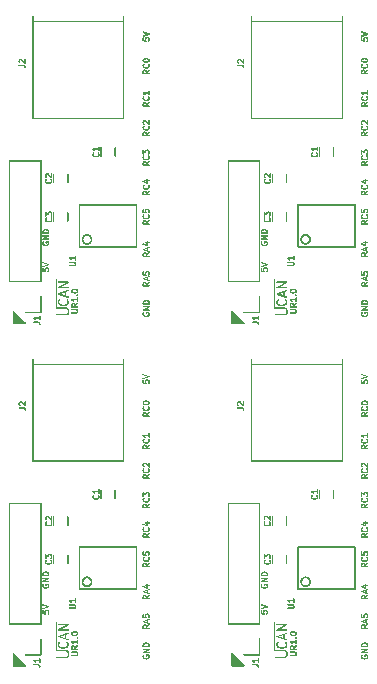
<source format=gto>
%MOIN*%
%OFA0B0*%
%FSLAX44Y44*%
%IPPOS*%
%LPD*%
G36*
X00002543Y00001044D02*
G01*
X00002551Y00001045D01*
X00002557Y00001049D01*
X00002562Y00001054D01*
X00002566Y00001061D01*
X00002567Y00001069D01*
X00002566Y00001076D01*
X00002562Y00001083D01*
X00002557Y00001088D01*
X00002551Y00001092D01*
X00002543Y00001093D01*
X00002224Y00001093D01*
X00002217Y00001092D01*
X00002210Y00001088D01*
X00002204Y00001083D01*
X00002201Y00001076D01*
X00002200Y00001069D01*
X00002201Y00001061D01*
X00002204Y00001054D01*
X00002210Y00001049D01*
X00002217Y00001045D01*
X00002224Y00001044D01*
X00002543Y00001044D01*
G37*
G36*
X00002543Y00001044D02*
G01*
X00002551Y00001045D01*
X00002587Y00001064D01*
X00002595Y00001067D01*
X00002600Y00001073D01*
X00002604Y00001080D01*
X00002605Y00001087D01*
X00002604Y00001095D01*
X00002600Y00001102D01*
X00002595Y00001107D01*
X00002587Y00001111D01*
X00002580Y00001112D01*
X00002572Y00001111D01*
X00002535Y00001092D01*
X00002529Y00001088D01*
X00002523Y00001083D01*
X00002520Y00001076D01*
X00002518Y00001069D01*
X00002520Y00001061D01*
X00002523Y00001054D01*
X00002529Y00001049D01*
X00002535Y00001045D01*
X00002543Y00001044D01*
G37*
G36*
X00002580Y00001063D02*
G01*
X00002587Y00001064D01*
X00002595Y00001067D01*
X00002600Y00001073D01*
X00002619Y00001092D01*
X00002623Y00001098D01*
X00002624Y00001106D01*
X00002623Y00001114D01*
X00002619Y00001120D01*
X00002614Y00001126D01*
X00002607Y00001129D01*
X00002599Y00001131D01*
X00002592Y00001129D01*
X00002585Y00001126D01*
X00002579Y00001120D01*
X00002561Y00001102D01*
X00002557Y00001095D01*
X00002556Y00001087D01*
X00002557Y00001080D01*
X00002561Y00001073D01*
X00002566Y00001067D01*
X00002572Y00001064D01*
X00002580Y00001063D01*
G37*
G36*
X00002599Y00001081D02*
G01*
X00002607Y00001083D01*
X00002614Y00001086D01*
X00002619Y00001092D01*
X00002623Y00001098D01*
X00002641Y00001136D01*
X00002643Y00001143D01*
X00002641Y00001151D01*
X00002638Y00001158D01*
X00002632Y00001163D01*
X00002626Y00001167D01*
X00002617Y00001168D01*
X00002610Y00001167D01*
X00002604Y00001163D01*
X00002597Y00001158D01*
X00002595Y00001151D01*
X00002576Y00001114D01*
X00002575Y00001106D01*
X00002576Y00001098D01*
X00002579Y00001092D01*
X00002585Y00001086D01*
X00002592Y00001083D01*
X00002599Y00001081D01*
G37*
G36*
X00002617Y00001119D02*
G01*
X00002626Y00001120D01*
X00002632Y00001124D01*
X00002638Y00001129D01*
X00002641Y00001136D01*
X00002643Y00001143D01*
X00002643Y00001218D01*
X00002641Y00001226D01*
X00002638Y00001233D01*
X00002632Y00001238D01*
X00002626Y00001242D01*
X00002617Y00001243D01*
X00002610Y00001242D01*
X00002604Y00001238D01*
X00002597Y00001233D01*
X00002595Y00001226D01*
X00002592Y00001218D01*
X00002592Y00001143D01*
X00002595Y00001136D01*
X00002597Y00001129D01*
X00002604Y00001124D01*
X00002610Y00001120D01*
X00002617Y00001119D01*
G37*
G36*
X00002617Y00001194D02*
G01*
X00002626Y00001195D01*
X00002632Y00001199D01*
X00002638Y00001204D01*
X00002641Y00001211D01*
X00002643Y00001218D01*
X00002641Y00001226D01*
X00002623Y00001264D01*
X00002619Y00001270D01*
X00002614Y00001276D01*
X00002607Y00001279D01*
X00002599Y00001281D01*
X00002592Y00001279D01*
X00002585Y00001276D01*
X00002579Y00001270D01*
X00002576Y00001264D01*
X00002575Y00001256D01*
X00002576Y00001248D01*
X00002595Y00001211D01*
X00002597Y00001204D01*
X00002604Y00001199D01*
X00002610Y00001195D01*
X00002617Y00001194D01*
G37*
G36*
X00002599Y00001231D02*
G01*
X00002607Y00001233D01*
X00002614Y00001236D01*
X00002619Y00001242D01*
X00002623Y00001248D01*
X00002624Y00001256D01*
X00002623Y00001264D01*
X00002619Y00001270D01*
X00002600Y00001288D01*
X00002595Y00001295D01*
X00002587Y00001298D01*
X00002580Y00001298D01*
X00002572Y00001298D01*
X00002566Y00001295D01*
X00002561Y00001288D01*
X00002557Y00001282D01*
X00002556Y00001275D01*
X00002557Y00001267D01*
X00002561Y00001260D01*
X00002566Y00001255D01*
X00002585Y00001236D01*
X00002592Y00001233D01*
X00002599Y00001231D01*
G37*
G36*
X00002580Y00001250D02*
G01*
X00002587Y00001251D01*
X00002595Y00001255D01*
X00002600Y00001260D01*
X00002604Y00001267D01*
X00002605Y00001275D01*
X00002604Y00001282D01*
X00002600Y00001288D01*
X00002595Y00001295D01*
X00002587Y00001298D01*
X00002551Y00001317D01*
X00002543Y00001318D01*
X00002535Y00001317D01*
X00002529Y00001313D01*
X00002523Y00001308D01*
X00002520Y00001301D01*
X00002518Y00001293D01*
X00002520Y00001286D01*
X00002523Y00001279D01*
X00002529Y00001274D01*
X00002535Y00001270D01*
X00002572Y00001251D01*
X00002580Y00001250D01*
G37*
G36*
X00002543Y00001269D02*
G01*
X00002551Y00001270D01*
X00002557Y00001274D01*
X00002562Y00001279D01*
X00002566Y00001286D01*
X00002567Y00001293D01*
X00002566Y00001301D01*
X00002562Y00001308D01*
X00002557Y00001313D01*
X00002551Y00001317D01*
X00002543Y00001318D01*
X00002224Y00001318D01*
X00002217Y00001317D01*
X00002210Y00001313D01*
X00002204Y00001308D01*
X00002201Y00001301D01*
X00002200Y00001293D01*
X00002201Y00001286D01*
X00002204Y00001279D01*
X00002210Y00001274D01*
X00002217Y00001270D01*
X00002224Y00001269D01*
X00002543Y00001269D01*
G37*
G36*
X00002204Y00001270D02*
G01*
X00002210Y00001271D01*
X00002215Y00001273D01*
X00002220Y00001278D01*
X00002222Y00001283D01*
X00002223Y00001288D01*
X00002223Y00002234D01*
X00002222Y00002240D01*
X00002220Y00002246D01*
X00002215Y00002250D01*
X00002210Y00002253D01*
X00002204Y00002254D01*
X00002198Y00002253D01*
X00002192Y00002250D01*
X00002188Y00002246D01*
X00002185Y00002240D01*
X00002184Y00002234D01*
X00002184Y00001288D01*
X00002185Y00001283D01*
X00002188Y00001278D01*
X00002192Y00001273D01*
X00002198Y00001271D01*
X00002204Y00001270D01*
G37*
G36*
X00002885Y00001102D02*
G01*
X00002893Y00001103D01*
X00002900Y00001107D01*
X00002905Y00001112D01*
X00002909Y00001119D01*
X00002910Y00001127D01*
X00002909Y00001134D01*
X00002905Y00001141D01*
X00002900Y00001147D01*
X00002893Y00001150D01*
X00002885Y00001151D01*
X00002726Y00001151D01*
X00002718Y00001150D01*
X00002711Y00001147D01*
X00002706Y00001141D01*
X00002702Y00001134D01*
X00002701Y00001127D01*
X00002702Y00001119D01*
X00002706Y00001112D01*
X00002711Y00001107D01*
X00002718Y00001103D01*
X00002726Y00001102D01*
X00002885Y00001102D01*
G37*
G36*
X00002885Y00001102D02*
G01*
X00002893Y00001103D01*
X00002912Y00001113D01*
X00002918Y00001116D01*
X00002924Y00001122D01*
X00002927Y00001128D01*
X00002929Y00001136D01*
X00002927Y00001144D01*
X00002924Y00001150D01*
X00002918Y00001156D01*
X00002912Y00001159D01*
X00002904Y00001161D01*
X00002896Y00001159D01*
X00002878Y00001150D01*
X00002871Y00001147D01*
X00002864Y00001141D01*
X00002862Y00001134D01*
X00002861Y00001127D01*
X00002862Y00001119D01*
X00002864Y00001112D01*
X00002871Y00001107D01*
X00002878Y00001103D01*
X00002885Y00001102D01*
G37*
G36*
X00002904Y00001111D02*
G01*
X00002912Y00001113D01*
X00002918Y00001116D01*
X00002924Y00001122D01*
X00002933Y00001131D01*
X00002937Y00001138D01*
X00002938Y00001145D01*
X00002937Y00001153D01*
X00002933Y00001160D01*
X00002928Y00001165D01*
X00002921Y00001169D01*
X00002913Y00001170D01*
X00002906Y00001169D01*
X00002899Y00001165D01*
X00002893Y00001160D01*
X00002893Y00001160D01*
X00002889Y00001156D01*
X00002884Y00001150D01*
X00002880Y00001144D01*
X00002879Y00001136D01*
X00002880Y00001128D01*
X00002884Y00001122D01*
X00002889Y00001116D01*
X00002896Y00001113D01*
X00002904Y00001111D01*
G37*
G36*
X00002913Y00001121D02*
G01*
X00002921Y00001122D01*
X00002928Y00001125D01*
X00002933Y00001131D01*
X00002937Y00001138D01*
X00002945Y00001157D01*
X00002947Y00001164D01*
X00002945Y00001172D01*
X00002943Y00001179D01*
X00002937Y00001184D01*
X00002930Y00001188D01*
X00002923Y00001189D01*
X00002915Y00001188D01*
X00002908Y00001184D01*
X00002903Y00001179D01*
X00002899Y00001172D01*
X00002890Y00001153D01*
X00002889Y00001145D01*
X00002890Y00001138D01*
X00002893Y00001131D01*
X00002899Y00001125D01*
X00002906Y00001122D01*
X00002913Y00001121D01*
G37*
G36*
X00002923Y00001140D02*
G01*
X00002930Y00001141D01*
X00002937Y00001144D01*
X00002943Y00001150D01*
X00002945Y00001157D01*
X00002947Y00001164D01*
X00002947Y00001202D01*
X00002945Y00001209D01*
X00002943Y00001216D01*
X00002937Y00001222D01*
X00002930Y00001225D01*
X00002923Y00001226D01*
X00002915Y00001225D01*
X00002908Y00001222D01*
X00002903Y00001216D01*
X00002899Y00001209D01*
X00002898Y00001202D01*
X00002898Y00001164D01*
X00002899Y00001157D01*
X00002903Y00001150D01*
X00002908Y00001144D01*
X00002915Y00001141D01*
X00002923Y00001140D01*
G37*
G36*
X00002923Y00001177D02*
G01*
X00002930Y00001178D01*
X00002937Y00001182D01*
X00002943Y00001187D01*
X00002945Y00001194D01*
X00002947Y00001202D01*
X00002945Y00001209D01*
X00002937Y00001228D01*
X00002933Y00001235D01*
X00002928Y00001240D01*
X00002921Y00001244D01*
X00002913Y00001245D01*
X00002906Y00001244D01*
X00002899Y00001240D01*
X00002893Y00001235D01*
X00002890Y00001228D01*
X00002889Y00001220D01*
X00002890Y00001213D01*
X00002899Y00001194D01*
X00002903Y00001187D01*
X00002908Y00001182D01*
X00002915Y00001178D01*
X00002923Y00001177D01*
G37*
G36*
X00002913Y00001196D02*
G01*
X00002921Y00001197D01*
X00002928Y00001200D01*
X00002933Y00001206D01*
X00002937Y00001213D01*
X00002938Y00001220D01*
X00002937Y00001228D01*
X00002933Y00001235D01*
X00002918Y00001250D01*
X00002912Y00001253D01*
X00002904Y00001254D01*
X00002896Y00001253D01*
X00002889Y00001250D01*
X00002884Y00001244D01*
X00002880Y00001237D01*
X00002879Y00001230D01*
X00002880Y00001222D01*
X00002884Y00001215D01*
X00002899Y00001200D01*
X00002906Y00001197D01*
X00002913Y00001196D01*
G37*
G36*
X00002904Y00001205D02*
G01*
X00002912Y00001206D01*
X00002918Y00001210D01*
X00002924Y00001215D01*
X00002927Y00001222D01*
X00002929Y00001230D01*
X00002927Y00001237D01*
X00002924Y00001244D01*
X00002918Y00001250D01*
X00002912Y00001253D01*
X00002893Y00001263D01*
X00002885Y00001264D01*
X00002878Y00001263D01*
X00002871Y00001259D01*
X00002864Y00001254D01*
X00002862Y00001247D01*
X00002861Y00001239D01*
X00002862Y00001231D01*
X00002864Y00001225D01*
X00002871Y00001219D01*
X00002878Y00001216D01*
X00002896Y00001206D01*
X00002904Y00001205D01*
G37*
G36*
X00002885Y00001214D02*
G01*
X00002893Y00001216D01*
X00002900Y00001219D01*
X00002905Y00001225D01*
X00002909Y00001231D01*
X00002910Y00001239D01*
X00002909Y00001247D01*
X00002905Y00001254D01*
X00002900Y00001259D01*
X00002893Y00001263D01*
X00002885Y00001264D01*
X00002726Y00001264D01*
X00002718Y00001263D01*
X00002711Y00001259D01*
X00002706Y00001254D01*
X00002702Y00001247D01*
X00002701Y00001239D01*
X00002702Y00001231D01*
X00002706Y00001225D01*
X00002711Y00001219D01*
X00002718Y00001216D01*
X00002726Y00001214D01*
X00002885Y00001214D01*
G37*
G36*
X00002829Y00001355D02*
G01*
X00002836Y00001356D01*
X00002843Y00001360D01*
X00002937Y00001424D01*
X00002943Y00001431D01*
X00002945Y00001438D01*
X00002947Y00001445D01*
X00002945Y00001453D01*
X00002943Y00001460D01*
X00002937Y00001465D01*
X00002930Y00001469D01*
X00002923Y00001470D01*
X00002915Y00001469D01*
X00002908Y00001465D01*
X00002814Y00001400D01*
X00002809Y00001394D01*
X00002806Y00001387D01*
X00002804Y00001380D01*
X00002806Y00001372D01*
X00002809Y00001365D01*
X00002814Y00001360D01*
X00002821Y00001356D01*
X00002829Y00001355D01*
G37*
G36*
X00002923Y00001308D02*
G01*
X00002930Y00001308D01*
X00002937Y00001313D01*
X00002943Y00001318D01*
X00002945Y00001325D01*
X00002947Y00001333D01*
X00002945Y00001340D01*
X00002943Y00001346D01*
X00002937Y00001353D01*
X00002930Y00001356D01*
X00002923Y00001356D01*
X00002726Y00001356D01*
X00002718Y00001356D01*
X00002711Y00001353D01*
X00002706Y00001346D01*
X00002702Y00001340D01*
X00002701Y00001333D01*
X00002702Y00001325D01*
X00002706Y00001318D01*
X00002711Y00001313D01*
X00002718Y00001308D01*
X00002726Y00001308D01*
X00002923Y00001308D01*
G37*
G36*
X00002726Y00001308D02*
G01*
X00002733Y00001308D01*
X00002740Y00001313D01*
X00002746Y00001318D01*
X00002749Y00001325D01*
X00002750Y00001333D01*
X00002750Y00001408D01*
X00002749Y00001414D01*
X00002746Y00001422D01*
X00002740Y00001428D01*
X00002733Y00001431D01*
X00002726Y00001432D01*
X00002718Y00001431D01*
X00002711Y00001428D01*
X00002706Y00001422D01*
X00002702Y00001414D01*
X00002701Y00001408D01*
X00002701Y00001333D01*
X00002702Y00001325D01*
X00002706Y00001318D01*
X00002711Y00001313D01*
X00002718Y00001308D01*
X00002726Y00001308D01*
G37*
G36*
X00002726Y00001383D02*
G01*
X00002733Y00001384D01*
X00002740Y00001388D01*
X00002746Y00001393D01*
X00002749Y00001400D01*
X00002759Y00001419D01*
X00002760Y00001427D01*
X00002759Y00001434D01*
X00002755Y00001441D01*
X00002750Y00001446D01*
X00002743Y00001450D01*
X00002735Y00001451D01*
X00002728Y00001450D01*
X00002721Y00001446D01*
X00002715Y00001441D01*
X00002712Y00001434D01*
X00002702Y00001414D01*
X00002701Y00001408D01*
X00002702Y00001400D01*
X00002706Y00001393D01*
X00002711Y00001388D01*
X00002718Y00001384D01*
X00002726Y00001383D01*
G37*
G36*
X00002735Y00001402D02*
G01*
X00002743Y00001403D01*
X00002750Y00001407D01*
X00002764Y00001421D01*
X00002768Y00001428D01*
X00002769Y00001436D01*
X00002768Y00001444D01*
X00002764Y00001450D01*
X00002759Y00001456D01*
X00002752Y00001459D01*
X00002745Y00001461D01*
X00002737Y00001459D01*
X00002730Y00001456D01*
X00002715Y00001441D01*
X00002712Y00001434D01*
X00002711Y00001427D01*
X00002712Y00001419D01*
X00002715Y00001412D01*
X00002721Y00001407D01*
X00002728Y00001403D01*
X00002735Y00001402D01*
G37*
G36*
X00002745Y00001411D02*
G01*
X00002752Y00001413D01*
X00002771Y00001422D01*
X00002778Y00001424D01*
X00002783Y00001431D01*
X00002787Y00001438D01*
X00002788Y00001445D01*
X00002787Y00001453D01*
X00002783Y00001460D01*
X00002778Y00001465D01*
X00002771Y00001469D01*
X00002763Y00001470D01*
X00002756Y00001469D01*
X00002737Y00001459D01*
X00002730Y00001456D01*
X00002725Y00001450D01*
X00002721Y00001444D01*
X00002720Y00001436D01*
X00002721Y00001428D01*
X00002725Y00001421D01*
X00002730Y00001416D01*
X00002737Y00001413D01*
X00002745Y00001411D01*
G37*
G36*
X00002791Y00001421D02*
G01*
X00002799Y00001422D01*
X00002806Y00001424D01*
X00002811Y00001431D01*
X00002814Y00001438D01*
X00002816Y00001445D01*
X00002814Y00001453D01*
X00002811Y00001460D01*
X00002806Y00001465D01*
X00002799Y00001469D01*
X00002791Y00001470D01*
X00002763Y00001470D01*
X00002756Y00001469D01*
X00002749Y00001465D01*
X00002743Y00001460D01*
X00002740Y00001453D01*
X00002738Y00001445D01*
X00002740Y00001438D01*
X00002743Y00001431D01*
X00002749Y00001424D01*
X00002756Y00001422D01*
X00002763Y00001421D01*
X00002791Y00001421D01*
G37*
G36*
X00002810Y00001411D02*
G01*
X00002818Y00001413D01*
X00002824Y00001416D01*
X00002829Y00001421D01*
X00002834Y00001428D01*
X00002834Y00001436D01*
X00002834Y00001444D01*
X00002829Y00001450D01*
X00002824Y00001456D01*
X00002818Y00001459D01*
X00002799Y00001469D01*
X00002791Y00001470D01*
X00002784Y00001469D01*
X00002777Y00001465D01*
X00002772Y00001460D01*
X00002768Y00001453D01*
X00002767Y00001445D01*
X00002768Y00001438D01*
X00002772Y00001431D01*
X00002777Y00001424D01*
X00002784Y00001422D01*
X00002803Y00001413D01*
X00002810Y00001411D01*
G37*
G36*
X00002819Y00001402D02*
G01*
X00002827Y00001403D01*
X00002834Y00001407D01*
X00002839Y00001412D01*
X00002843Y00001419D01*
X00002844Y00001427D01*
X00002843Y00001434D01*
X00002839Y00001441D01*
X00002834Y00001446D01*
X00002834Y00001446D01*
X00002829Y00001450D01*
X00002824Y00001456D01*
X00002818Y00001459D01*
X00002810Y00001461D01*
X00002803Y00001459D01*
X00002796Y00001456D01*
X00002790Y00001450D01*
X00002787Y00001444D01*
X00002786Y00001436D01*
X00002787Y00001428D01*
X00002790Y00001421D01*
X00002796Y00001416D01*
X00002796Y00001416D01*
X00002800Y00001412D01*
X00002805Y00001407D01*
X00002812Y00001403D01*
X00002819Y00001402D01*
G37*
G36*
X00002829Y00001383D02*
G01*
X00002836Y00001384D01*
X00002843Y00001388D01*
X00002849Y00001393D01*
X00002852Y00001400D01*
X00002854Y00001408D01*
X00002852Y00001414D01*
X00002843Y00001434D01*
X00002839Y00001441D01*
X00002834Y00001446D01*
X00002827Y00001450D01*
X00002819Y00001451D01*
X00002812Y00001450D01*
X00002805Y00001446D01*
X00002800Y00001441D01*
X00002796Y00001434D01*
X00002795Y00001427D01*
X00002796Y00001419D01*
X00002806Y00001400D01*
X00002809Y00001393D01*
X00002814Y00001388D01*
X00002821Y00001384D01*
X00002829Y00001383D01*
G37*
G36*
X00002829Y00001308D02*
G01*
X00002836Y00001308D01*
X00002843Y00001313D01*
X00002849Y00001318D01*
X00002852Y00001325D01*
X00002854Y00001333D01*
X00002854Y00001408D01*
X00002852Y00001414D01*
X00002849Y00001422D01*
X00002843Y00001428D01*
X00002836Y00001431D01*
X00002829Y00001432D01*
X00002821Y00001431D01*
X00002814Y00001428D01*
X00002809Y00001422D01*
X00002806Y00001414D01*
X00002804Y00001408D01*
X00002804Y00001333D01*
X00002806Y00001325D01*
X00002809Y00001318D01*
X00002814Y00001313D01*
X00002821Y00001308D01*
X00002829Y00001308D01*
G37*
G36*
X00002923Y00001496D02*
G01*
X00002930Y00001497D01*
X00002937Y00001500D01*
X00002943Y00001506D01*
X00002945Y00001513D01*
X00002947Y00001520D01*
X00002947Y00001632D01*
X00002945Y00001639D01*
X00002943Y00001646D01*
X00002937Y00001653D01*
X00002930Y00001655D01*
X00002923Y00001656D01*
X00002915Y00001655D01*
X00002908Y00001653D01*
X00002903Y00001646D01*
X00002899Y00001639D01*
X00002898Y00001632D01*
X00002898Y00001520D01*
X00002899Y00001513D01*
X00002903Y00001506D01*
X00002908Y00001500D01*
X00002915Y00001497D01*
X00002923Y00001496D01*
G37*
G36*
X00002923Y00001552D02*
G01*
X00002930Y00001553D01*
X00002937Y00001557D01*
X00002943Y00001562D01*
X00002945Y00001569D01*
X00002947Y00001577D01*
X00002945Y00001584D01*
X00002943Y00001591D01*
X00002937Y00001596D01*
X00002930Y00001600D01*
X00002923Y00001601D01*
X00002726Y00001601D01*
X00002718Y00001600D01*
X00002711Y00001596D01*
X00002706Y00001591D01*
X00002702Y00001584D01*
X00002701Y00001577D01*
X00002702Y00001569D01*
X00002706Y00001562D01*
X00002711Y00001557D01*
X00002718Y00001553D01*
X00002726Y00001552D01*
X00002923Y00001552D01*
G37*
G36*
X00002754Y00001533D02*
G01*
X00002762Y00001534D01*
X00002768Y00001538D01*
X00002774Y00001543D01*
X00002777Y00001550D01*
X00002779Y00001558D01*
X00002777Y00001565D01*
X00002774Y00001572D01*
X00002768Y00001578D01*
X00002740Y00001596D01*
X00002733Y00001600D01*
X00002726Y00001601D01*
X00002718Y00001600D01*
X00002711Y00001596D01*
X00002706Y00001591D01*
X00002702Y00001584D01*
X00002701Y00001577D01*
X00002702Y00001569D01*
X00002706Y00001562D01*
X00002711Y00001557D01*
X00002738Y00001538D01*
X00002746Y00001534D01*
X00002754Y00001533D01*
G37*
G36*
X00002773Y00001514D02*
G01*
X00002780Y00001516D01*
X00002787Y00001519D01*
X00002793Y00001525D01*
X00002796Y00001531D01*
X00002797Y00001539D01*
X00002796Y00001547D01*
X00002793Y00001554D01*
X00002787Y00001559D01*
X00002768Y00001578D01*
X00002762Y00001581D01*
X00002754Y00001582D01*
X00002746Y00001581D01*
X00002738Y00001578D01*
X00002733Y00001572D01*
X00002731Y00001565D01*
X00002728Y00001558D01*
X00002731Y00001550D01*
X00002733Y00001543D01*
X00002753Y00001525D01*
X00002758Y00001519D01*
X00002765Y00001516D01*
X00002773Y00001514D01*
G37*
G36*
X00002782Y00001496D02*
G01*
X00002790Y00001497D01*
X00002797Y00001500D01*
X00002802Y00001506D01*
X00002805Y00001513D01*
X00002807Y00001520D01*
X00002805Y00001528D01*
X00002796Y00001547D01*
X00002793Y00001554D01*
X00002787Y00001559D01*
X00002780Y00001562D01*
X00002773Y00001564D01*
X00002765Y00001562D01*
X00002758Y00001559D01*
X00002753Y00001554D01*
X00002749Y00001547D01*
X00002748Y00001539D01*
X00002749Y00001531D01*
X00002759Y00001513D01*
X00002762Y00001506D01*
X00002768Y00001500D01*
X00002774Y00001497D01*
X00002782Y00001496D01*
G37*
G36*
X00002904Y00001692D02*
G01*
X00002912Y00001693D01*
X00002918Y00001697D01*
X00002924Y00001703D01*
X00002933Y00001712D01*
X00002937Y00001719D01*
X00002938Y00001727D01*
X00002937Y00001734D01*
X00002933Y00001741D01*
X00002928Y00001745D01*
X00002921Y00001750D01*
X00002913Y00001751D01*
X00002906Y00001750D01*
X00002899Y00001745D01*
X00002893Y00001741D01*
X00002884Y00001731D01*
X00002880Y00001724D01*
X00002879Y00001716D01*
X00002880Y00001710D01*
X00002884Y00001703D01*
X00002889Y00001697D01*
X00002896Y00001693D01*
X00002904Y00001692D01*
G37*
G36*
X00002923Y00001692D02*
G01*
X00002930Y00001693D01*
X00002937Y00001697D01*
X00002943Y00001703D01*
X00002945Y00001710D01*
X00002947Y00001716D01*
X00002945Y00001724D01*
X00002943Y00001731D01*
X00002933Y00001741D01*
X00002928Y00001745D01*
X00002921Y00001750D01*
X00002913Y00001751D01*
X00002906Y00001750D01*
X00002899Y00001745D01*
X00002893Y00001741D01*
X00002890Y00001734D01*
X00002889Y00001727D01*
X00002890Y00001719D01*
X00002893Y00001712D01*
X00002903Y00001703D01*
X00002908Y00001697D01*
X00002915Y00001693D01*
X00002923Y00001692D01*
G37*
G36*
X00002913Y00001683D02*
G01*
X00002921Y00001684D01*
X00002928Y00001688D01*
X00002933Y00001692D01*
X00002933Y00001692D01*
X00002937Y00001697D01*
X00002943Y00001703D01*
X00002945Y00001710D01*
X00002947Y00001716D01*
X00002945Y00001724D01*
X00002943Y00001731D01*
X00002937Y00001737D01*
X00002930Y00001741D01*
X00002923Y00001742D01*
X00002915Y00001741D01*
X00002908Y00001737D01*
X00002903Y00001731D01*
X00002903Y00001731D01*
X00002899Y00001728D01*
X00002893Y00001722D01*
X00002890Y00001715D01*
X00002889Y00001707D01*
X00002890Y00001700D01*
X00002893Y00001692D01*
X00002899Y00001688D01*
X00002906Y00001684D01*
X00002913Y00001683D01*
G37*
G36*
X00002913Y00001683D02*
G01*
X00002921Y00001684D01*
X00002928Y00001688D01*
X00002933Y00001692D01*
X00002937Y00001700D01*
X00002938Y00001707D01*
X00002937Y00001715D01*
X00002933Y00001722D01*
X00002928Y00001728D01*
X00002924Y00001731D01*
X00002924Y00001731D01*
X00002918Y00001737D01*
X00002912Y00001741D01*
X00002904Y00001742D01*
X00002896Y00001741D01*
X00002889Y00001737D01*
X00002884Y00001731D01*
X00002880Y00001724D01*
X00002879Y00001716D01*
X00002880Y00001710D01*
X00002884Y00001703D01*
X00002889Y00001697D01*
X00002893Y00001692D01*
X00002893Y00001692D01*
X00002899Y00001688D01*
X00002906Y00001684D01*
X00002913Y00001683D01*
G37*
G36*
X00002923Y00001692D02*
G01*
X00002930Y00001693D01*
X00002937Y00001697D01*
X00002943Y00001703D01*
X00002945Y00001710D01*
X00002947Y00001716D01*
X00002945Y00001724D01*
X00002943Y00001731D01*
X00002937Y00001737D01*
X00002930Y00001741D01*
X00002923Y00001742D01*
X00002904Y00001742D01*
X00002896Y00001741D01*
X00002889Y00001737D01*
X00002884Y00001731D01*
X00002880Y00001724D01*
X00002879Y00001716D01*
X00002880Y00001710D01*
X00002884Y00001703D01*
X00002889Y00001697D01*
X00002896Y00001693D01*
X00002904Y00001692D01*
X00002923Y00001692D01*
G37*
G36*
X00002726Y00001824D02*
G01*
X00002733Y00001825D01*
X00002740Y00001828D01*
X00002746Y00001834D01*
X00002749Y00001841D01*
X00002750Y00001848D01*
X00002750Y00001867D01*
X00002749Y00001874D01*
X00002746Y00001882D01*
X00002740Y00001887D01*
X00002733Y00001890D01*
X00002726Y00001892D01*
X00002718Y00001890D01*
X00002711Y00001887D01*
X00002706Y00001882D01*
X00002702Y00001874D01*
X00002701Y00001867D01*
X00002701Y00001848D01*
X00002702Y00001841D01*
X00002706Y00001834D01*
X00002711Y00001828D01*
X00002718Y00001825D01*
X00002726Y00001824D01*
G37*
G36*
X00002726Y00001843D02*
G01*
X00002733Y00001844D01*
X00002740Y00001847D01*
X00002746Y00001852D01*
X00002749Y00001859D01*
X00002759Y00001878D01*
X00002760Y00001886D01*
X00002759Y00001893D01*
X00002755Y00001900D01*
X00002750Y00001905D01*
X00002743Y00001908D01*
X00002735Y00001910D01*
X00002728Y00001908D01*
X00002721Y00001905D01*
X00002715Y00001900D01*
X00002712Y00001893D01*
X00002702Y00001874D01*
X00002701Y00001867D01*
X00002702Y00001859D01*
X00002706Y00001852D01*
X00002711Y00001847D01*
X00002718Y00001844D01*
X00002726Y00001843D01*
G37*
G36*
X00002735Y00001860D02*
G01*
X00002743Y00001862D01*
X00002750Y00001865D01*
X00002755Y00001870D01*
X00002759Y00001874D01*
X00002759Y00001874D01*
X00002764Y00001881D01*
X00002768Y00001888D01*
X00002769Y00001895D01*
X00002768Y00001903D01*
X00002764Y00001910D01*
X00002759Y00001915D01*
X00002752Y00001918D01*
X00002745Y00001920D01*
X00002737Y00001918D01*
X00002730Y00001915D01*
X00002725Y00001910D01*
X00002721Y00001905D01*
X00002715Y00001900D01*
X00002712Y00001893D01*
X00002711Y00001886D01*
X00002712Y00001878D01*
X00002715Y00001870D01*
X00002721Y00001865D01*
X00002728Y00001862D01*
X00002735Y00001860D01*
G37*
G36*
X00002745Y00001870D02*
G01*
X00002752Y00001872D01*
X00002771Y00001881D01*
X00002778Y00001885D01*
X00002783Y00001890D01*
X00002787Y00001897D01*
X00002788Y00001905D01*
X00002787Y00001912D01*
X00002783Y00001918D01*
X00002778Y00001925D01*
X00002771Y00001928D01*
X00002763Y00001928D01*
X00002756Y00001928D01*
X00002737Y00001918D01*
X00002730Y00001915D01*
X00002725Y00001910D01*
X00002721Y00001903D01*
X00002720Y00001895D01*
X00002721Y00001888D01*
X00002725Y00001881D01*
X00002730Y00001874D01*
X00002737Y00001872D01*
X00002745Y00001870D01*
G37*
G36*
X00002763Y00001880D02*
G01*
X00002771Y00001881D01*
X00002808Y00001890D01*
X00002814Y00001894D01*
X00002821Y00001900D01*
X00002824Y00001905D01*
X00002824Y00001913D01*
X00002824Y00001922D01*
X00002821Y00001928D01*
X00002814Y00001933D01*
X00002808Y00001937D01*
X00002801Y00001939D01*
X00002793Y00001937D01*
X00002756Y00001928D01*
X00002749Y00001925D01*
X00002743Y00001918D01*
X00002740Y00001912D01*
X00002738Y00001905D01*
X00002740Y00001897D01*
X00002743Y00001890D01*
X00002749Y00001885D01*
X00002756Y00001881D01*
X00002763Y00001880D01*
G37*
G36*
X00002848Y00001889D02*
G01*
X00002854Y00001890D01*
X00002862Y00001894D01*
X00002868Y00001900D01*
X00002871Y00001905D01*
X00002872Y00001913D01*
X00002871Y00001922D01*
X00002868Y00001928D01*
X00002862Y00001933D01*
X00002854Y00001937D01*
X00002848Y00001939D01*
X00002801Y00001939D01*
X00002793Y00001937D01*
X00002786Y00001933D01*
X00002781Y00001928D01*
X00002777Y00001922D01*
X00002776Y00001913D01*
X00002777Y00001905D01*
X00002781Y00001900D01*
X00002786Y00001894D01*
X00002793Y00001890D01*
X00002801Y00001889D01*
X00002848Y00001889D01*
G37*
G36*
X00002885Y00001880D02*
G01*
X00002893Y00001881D01*
X00002900Y00001885D01*
X00002905Y00001890D01*
X00002909Y00001897D01*
X00002910Y00001905D01*
X00002909Y00001912D01*
X00002905Y00001918D01*
X00002900Y00001925D01*
X00002893Y00001928D01*
X00002854Y00001937D01*
X00002848Y00001939D01*
X00002839Y00001937D01*
X00002833Y00001933D01*
X00002828Y00001928D01*
X00002824Y00001922D01*
X00002823Y00001913D01*
X00002824Y00001905D01*
X00002828Y00001900D01*
X00002833Y00001894D01*
X00002839Y00001890D01*
X00002878Y00001881D01*
X00002885Y00001880D01*
G37*
G36*
X00002904Y00001870D02*
G01*
X00002912Y00001872D01*
X00002918Y00001874D01*
X00002924Y00001881D01*
X00002927Y00001888D01*
X00002929Y00001895D01*
X00002927Y00001903D01*
X00002924Y00001910D01*
X00002918Y00001915D01*
X00002912Y00001918D01*
X00002893Y00001928D01*
X00002885Y00001928D01*
X00002878Y00001928D01*
X00002871Y00001925D01*
X00002864Y00001918D01*
X00002862Y00001912D01*
X00002861Y00001905D01*
X00002862Y00001897D01*
X00002864Y00001890D01*
X00002871Y00001885D01*
X00002878Y00001881D01*
X00002896Y00001872D01*
X00002904Y00001870D01*
G37*
G36*
X00002913Y00001860D02*
G01*
X00002921Y00001862D01*
X00002928Y00001865D01*
X00002933Y00001870D01*
X00002937Y00001878D01*
X00002938Y00001886D01*
X00002937Y00001893D01*
X00002933Y00001900D01*
X00002928Y00001905D01*
X00002918Y00001915D01*
X00002912Y00001918D01*
X00002904Y00001920D01*
X00002896Y00001918D01*
X00002889Y00001915D01*
X00002884Y00001910D01*
X00002880Y00001903D01*
X00002879Y00001895D01*
X00002880Y00001888D01*
X00002884Y00001881D01*
X00002889Y00001874D01*
X00002899Y00001865D01*
X00002906Y00001862D01*
X00002913Y00001860D01*
G37*
G36*
X00002923Y00001843D02*
G01*
X00002930Y00001844D01*
X00002937Y00001847D01*
X00002943Y00001852D01*
X00002945Y00001859D01*
X00002947Y00001867D01*
X00002945Y00001874D01*
X00002937Y00001893D01*
X00002933Y00001900D01*
X00002928Y00001905D01*
X00002921Y00001908D01*
X00002913Y00001910D01*
X00002906Y00001908D01*
X00002899Y00001905D01*
X00002893Y00001900D01*
X00002890Y00001893D01*
X00002889Y00001886D01*
X00002890Y00001878D01*
X00002899Y00001859D01*
X00002903Y00001852D01*
X00002908Y00001847D01*
X00002915Y00001844D01*
X00002923Y00001843D01*
G37*
G36*
X00002923Y00001824D02*
G01*
X00002930Y00001825D01*
X00002937Y00001828D01*
X00002943Y00001834D01*
X00002945Y00001841D01*
X00002947Y00001848D01*
X00002947Y00001867D01*
X00002945Y00001874D01*
X00002943Y00001882D01*
X00002937Y00001887D01*
X00002930Y00001890D01*
X00002923Y00001892D01*
X00002915Y00001890D01*
X00002908Y00001887D01*
X00002903Y00001882D01*
X00002899Y00001874D01*
X00002898Y00001867D01*
X00002898Y00001848D01*
X00002899Y00001841D01*
X00002903Y00001834D01*
X00002908Y00001828D01*
X00002915Y00001825D01*
X00002923Y00001824D01*
G37*
G36*
X00002913Y00001805D02*
G01*
X00002921Y00001806D01*
X00002928Y00001810D01*
X00002933Y00001814D01*
X00002937Y00001821D01*
X00002945Y00001841D01*
X00002947Y00001848D01*
X00002945Y00001855D01*
X00002943Y00001863D01*
X00002937Y00001867D01*
X00002930Y00001872D01*
X00002923Y00001873D01*
X00002915Y00001872D01*
X00002908Y00001867D01*
X00002903Y00001863D01*
X00002899Y00001855D01*
X00002890Y00001836D01*
X00002889Y00001829D01*
X00002890Y00001821D01*
X00002893Y00001814D01*
X00002899Y00001810D01*
X00002906Y00001806D01*
X00002913Y00001805D01*
G37*
G36*
X00002904Y00001796D02*
G01*
X00002912Y00001797D01*
X00002918Y00001799D01*
X00002933Y00001814D01*
X00002937Y00001821D01*
X00002938Y00001829D01*
X00002937Y00001836D01*
X00002933Y00001844D01*
X00002928Y00001850D01*
X00002921Y00001852D01*
X00002913Y00001854D01*
X00002906Y00001852D01*
X00002899Y00001850D01*
X00002884Y00001835D01*
X00002880Y00001828D01*
X00002879Y00001820D01*
X00002880Y00001813D01*
X00002884Y00001806D01*
X00002889Y00001799D01*
X00002896Y00001797D01*
X00002904Y00001796D01*
G37*
G36*
X00002885Y00001786D02*
G01*
X00002893Y00001787D01*
X00002912Y00001797D01*
X00002918Y00001799D01*
X00002924Y00001806D01*
X00002927Y00001813D01*
X00002929Y00001820D01*
X00002927Y00001828D01*
X00002924Y00001835D01*
X00002918Y00001840D01*
X00002912Y00001844D01*
X00002904Y00001844D01*
X00002896Y00001844D01*
X00002878Y00001834D01*
X00002871Y00001831D01*
X00002864Y00001825D01*
X00002862Y00001819D01*
X00002861Y00001811D01*
X00002862Y00001802D01*
X00002864Y00001796D01*
X00002871Y00001791D01*
X00002878Y00001787D01*
X00002885Y00001786D01*
G37*
G36*
X00002848Y00001776D02*
G01*
X00002854Y00001778D01*
X00002893Y00001787D01*
X00002900Y00001791D01*
X00002905Y00001796D01*
X00002909Y00001802D01*
X00002910Y00001811D01*
X00002909Y00001819D01*
X00002905Y00001825D01*
X00002900Y00001831D01*
X00002893Y00001834D01*
X00002885Y00001836D01*
X00002878Y00001834D01*
X00002839Y00001825D01*
X00002833Y00001821D01*
X00002828Y00001816D01*
X00002824Y00001809D01*
X00002823Y00001802D01*
X00002824Y00001794D01*
X00002828Y00001787D01*
X00002833Y00001782D01*
X00002839Y00001778D01*
X00002848Y00001776D01*
G37*
G36*
X00002848Y00001776D02*
G01*
X00002854Y00001778D01*
X00002862Y00001782D01*
X00002868Y00001787D01*
X00002871Y00001794D01*
X00002872Y00001802D01*
X00002871Y00001809D01*
X00002868Y00001816D01*
X00002862Y00001821D01*
X00002854Y00001825D01*
X00002848Y00001826D01*
X00002801Y00001826D01*
X00002793Y00001825D01*
X00002786Y00001821D01*
X00002781Y00001816D01*
X00002777Y00001809D01*
X00002776Y00001802D01*
X00002777Y00001794D01*
X00002781Y00001787D01*
X00002786Y00001782D01*
X00002793Y00001778D01*
X00002801Y00001776D01*
X00002848Y00001776D01*
G37*
G36*
X00002801Y00001776D02*
G01*
X00002808Y00001778D01*
X00002814Y00001782D01*
X00002821Y00001787D01*
X00002824Y00001794D01*
X00002824Y00001802D01*
X00002824Y00001809D01*
X00002821Y00001816D01*
X00002814Y00001821D01*
X00002808Y00001825D01*
X00002771Y00001834D01*
X00002763Y00001836D01*
X00002756Y00001834D01*
X00002749Y00001831D01*
X00002743Y00001825D01*
X00002740Y00001819D01*
X00002738Y00001811D01*
X00002740Y00001802D01*
X00002743Y00001796D01*
X00002749Y00001791D01*
X00002756Y00001787D01*
X00002793Y00001778D01*
X00002801Y00001776D01*
G37*
G36*
X00002763Y00001786D02*
G01*
X00002771Y00001787D01*
X00002778Y00001791D01*
X00002783Y00001796D01*
X00002787Y00001802D01*
X00002788Y00001811D01*
X00002787Y00001819D01*
X00002783Y00001825D01*
X00002778Y00001831D01*
X00002771Y00001834D01*
X00002752Y00001844D01*
X00002745Y00001844D01*
X00002737Y00001844D01*
X00002730Y00001840D01*
X00002725Y00001835D01*
X00002721Y00001828D01*
X00002720Y00001820D01*
X00002721Y00001813D01*
X00002725Y00001806D01*
X00002730Y00001799D01*
X00002737Y00001797D01*
X00002756Y00001787D01*
X00002763Y00001786D01*
G37*
G36*
X00002745Y00001796D02*
G01*
X00002752Y00001797D01*
X00002759Y00001799D01*
X00002764Y00001806D01*
X00002768Y00001813D01*
X00002769Y00001820D01*
X00002768Y00001828D01*
X00002764Y00001835D01*
X00002750Y00001850D01*
X00002743Y00001852D01*
X00002735Y00001854D01*
X00002728Y00001852D01*
X00002721Y00001850D01*
X00002715Y00001844D01*
X00002712Y00001836D01*
X00002711Y00001829D01*
X00002712Y00001821D01*
X00002715Y00001814D01*
X00002730Y00001799D01*
X00002737Y00001797D01*
X00002745Y00001796D01*
G37*
G36*
X00002735Y00001805D02*
G01*
X00002743Y00001806D01*
X00002750Y00001810D01*
X00002755Y00001814D01*
X00002759Y00001821D01*
X00002760Y00001829D01*
X00002759Y00001836D01*
X00002749Y00001855D01*
X00002746Y00001863D01*
X00002740Y00001867D01*
X00002733Y00001872D01*
X00002726Y00001873D01*
X00002718Y00001872D01*
X00002711Y00001867D01*
X00002706Y00001863D01*
X00002702Y00001855D01*
X00002701Y00001848D01*
X00002702Y00001841D01*
X00002712Y00001821D01*
X00002715Y00001814D01*
X00002721Y00001810D01*
X00002728Y00001806D01*
X00002735Y00001805D01*
G37*
G36*
X00002587Y00001529D02*
G01*
X00002595Y00001531D01*
X00002602Y00001534D01*
X00002607Y00001540D01*
X00002610Y00001545D01*
X00002612Y00001554D01*
X00002610Y00001562D01*
X00002607Y00001569D01*
X00002587Y00001589D01*
X00002580Y00001592D01*
X00002572Y00001593D01*
X00002564Y00001592D01*
X00002558Y00001589D01*
X00002552Y00001584D01*
X00002549Y00001577D01*
X00002547Y00001569D01*
X00002549Y00001561D01*
X00002552Y00001555D01*
X00002572Y00001534D01*
X00002579Y00001531D01*
X00002587Y00001529D01*
G37*
G36*
X00002602Y00001484D02*
G01*
X00002610Y00001486D01*
X00002617Y00001489D01*
X00002622Y00001495D01*
X00002625Y00001501D01*
X00002627Y00001509D01*
X00002625Y00001517D01*
X00002610Y00001562D01*
X00002607Y00001569D01*
X00002602Y00001574D01*
X00002595Y00001577D01*
X00002587Y00001578D01*
X00002579Y00001577D01*
X00002572Y00001574D01*
X00002567Y00001569D01*
X00002564Y00001562D01*
X00002562Y00001554D01*
X00002564Y00001545D01*
X00002579Y00001501D01*
X00002582Y00001495D01*
X00002587Y00001489D01*
X00002594Y00001486D01*
X00002602Y00001484D01*
G37*
G36*
X00002602Y00001454D02*
G01*
X00002610Y00001456D01*
X00002617Y00001459D01*
X00002622Y00001465D01*
X00002625Y00001471D01*
X00002627Y00001479D01*
X00002627Y00001509D01*
X00002625Y00001517D01*
X00002622Y00001524D01*
X00002617Y00001529D01*
X00002610Y00001532D01*
X00002602Y00001534D01*
X00002594Y00001532D01*
X00002587Y00001529D01*
X00002582Y00001524D01*
X00002579Y00001517D01*
X00002577Y00001509D01*
X00002577Y00001479D01*
X00002579Y00001471D01*
X00002582Y00001465D01*
X00002587Y00001459D01*
X00002594Y00001456D01*
X00002602Y00001454D01*
G37*
G36*
X00002587Y00001409D02*
G01*
X00002595Y00001411D01*
X00002602Y00001414D01*
X00002607Y00001419D01*
X00002610Y00001426D01*
X00002625Y00001471D01*
X00002627Y00001479D01*
X00002625Y00001487D01*
X00002622Y00001494D01*
X00002617Y00001499D01*
X00002610Y00001502D01*
X00002602Y00001504D01*
X00002594Y00001502D01*
X00002587Y00001499D01*
X00002582Y00001494D01*
X00002579Y00001487D01*
X00002564Y00001442D01*
X00002562Y00001434D01*
X00002564Y00001426D01*
X00002567Y00001419D01*
X00002572Y00001414D01*
X00002579Y00001411D01*
X00002587Y00001409D01*
G37*
G36*
X00002557Y00001379D02*
G01*
X00002565Y00001381D01*
X00002572Y00001384D01*
X00002607Y00001419D01*
X00002610Y00001426D01*
X00002612Y00001434D01*
X00002610Y00001442D01*
X00002607Y00001449D01*
X00002602Y00001454D01*
X00002595Y00001457D01*
X00002587Y00001459D01*
X00002579Y00001457D01*
X00002572Y00001454D01*
X00002537Y00001419D01*
X00002534Y00001412D01*
X00002532Y00001404D01*
X00002534Y00001396D01*
X00002537Y00001390D01*
X00002543Y00001384D01*
X00002549Y00001381D01*
X00002557Y00001379D01*
G37*
G36*
X00002527Y00001364D02*
G01*
X00002535Y00001366D01*
X00002565Y00001381D01*
X00002572Y00001384D01*
X00002577Y00001390D01*
X00002580Y00001396D01*
X00002582Y00001404D01*
X00002580Y00001412D01*
X00002577Y00001419D01*
X00002572Y00001424D01*
X00002565Y00001427D01*
X00002557Y00001429D01*
X00002549Y00001427D01*
X00002519Y00001412D01*
X00002513Y00001409D01*
X00002507Y00001404D01*
X00002504Y00001397D01*
X00002502Y00001389D01*
X00002504Y00001381D01*
X00002507Y00001375D01*
X00002513Y00001369D01*
X00002519Y00001366D01*
X00002527Y00001364D01*
G37*
G36*
X00002467Y00001349D02*
G01*
X00002475Y00001351D01*
X00002535Y00001366D01*
X00002542Y00001369D01*
X00002547Y00001375D01*
X00002550Y00001381D01*
X00002552Y00001389D01*
X00002550Y00001397D01*
X00002547Y00001404D01*
X00002542Y00001409D01*
X00002535Y00001412D01*
X00002527Y00001414D01*
X00002519Y00001412D01*
X00002459Y00001397D01*
X00002453Y00001394D01*
X00002447Y00001389D01*
X00002444Y00001382D01*
X00002442Y00001374D01*
X00002444Y00001366D01*
X00002447Y00001360D01*
X00002453Y00001354D01*
X00002459Y00001351D01*
X00002467Y00001349D01*
G37*
G36*
X00002467Y00001349D02*
G01*
X00002475Y00001351D01*
X00002482Y00001354D01*
X00002487Y00001360D01*
X00002490Y00001366D01*
X00002492Y00001374D01*
X00002490Y00001382D01*
X00002487Y00001389D01*
X00002482Y00001394D01*
X00002475Y00001397D01*
X00002467Y00001399D01*
X00002422Y00001399D01*
X00002414Y00001397D01*
X00002408Y00001394D01*
X00002402Y00001389D01*
X00002399Y00001382D01*
X00002397Y00001374D01*
X00002399Y00001366D01*
X00002402Y00001360D01*
X00002408Y00001354D01*
X00002414Y00001351D01*
X00002422Y00001349D01*
X00002467Y00001349D01*
G37*
G36*
X00002422Y00001349D02*
G01*
X00002430Y00001351D01*
X00002437Y00001354D01*
X00002442Y00001360D01*
X00002445Y00001366D01*
X00002447Y00001374D01*
X00002445Y00001382D01*
X00002442Y00001389D01*
X00002437Y00001394D01*
X00002430Y00001397D01*
X00002370Y00001412D01*
X00002362Y00001414D01*
X00002354Y00001412D01*
X00002348Y00001409D01*
X00002342Y00001404D01*
X00002339Y00001397D01*
X00002337Y00001389D01*
X00002339Y00001381D01*
X00002342Y00001375D01*
X00002348Y00001369D01*
X00002354Y00001366D01*
X00002414Y00001351D01*
X00002422Y00001349D01*
G37*
G36*
X00002362Y00001364D02*
G01*
X00002370Y00001366D01*
X00002377Y00001369D01*
X00002382Y00001375D01*
X00002385Y00001381D01*
X00002387Y00001389D01*
X00002385Y00001397D01*
X00002382Y00001404D01*
X00002377Y00001409D01*
X00002370Y00001412D01*
X00002340Y00001427D01*
X00002332Y00001429D01*
X00002324Y00001427D01*
X00002318Y00001424D01*
X00002312Y00001419D01*
X00002309Y00001412D01*
X00002307Y00001404D01*
X00002309Y00001396D01*
X00002312Y00001390D01*
X00002318Y00001384D01*
X00002324Y00001381D01*
X00002354Y00001366D01*
X00002362Y00001364D01*
G37*
G36*
X00002332Y00001379D02*
G01*
X00002340Y00001381D01*
X00002347Y00001384D01*
X00002352Y00001390D01*
X00002355Y00001396D01*
X00002357Y00001404D01*
X00002355Y00001412D01*
X00002352Y00001419D01*
X00002317Y00001454D01*
X00002310Y00001457D01*
X00002302Y00001459D01*
X00002294Y00001457D01*
X00002288Y00001454D01*
X00002282Y00001449D01*
X00002279Y00001442D01*
X00002277Y00001434D01*
X00002279Y00001426D01*
X00002282Y00001419D01*
X00002318Y00001384D01*
X00002324Y00001381D01*
X00002332Y00001379D01*
G37*
G36*
X00002302Y00001409D02*
G01*
X00002310Y00001411D01*
X00002317Y00001414D01*
X00002322Y00001419D01*
X00002326Y00001426D01*
X00002327Y00001434D01*
X00002326Y00001442D01*
X00002310Y00001487D01*
X00002307Y00001494D01*
X00002302Y00001499D01*
X00002295Y00001502D01*
X00002287Y00001504D01*
X00002279Y00001502D01*
X00002273Y00001499D01*
X00002267Y00001494D01*
X00002264Y00001487D01*
X00002262Y00001479D01*
X00002264Y00001471D01*
X00002279Y00001426D01*
X00002282Y00001419D01*
X00002288Y00001414D01*
X00002294Y00001411D01*
X00002302Y00001409D01*
G37*
G36*
X00002287Y00001454D02*
G01*
X00002295Y00001456D01*
X00002302Y00001459D01*
X00002307Y00001465D01*
X00002310Y00001471D01*
X00002312Y00001479D01*
X00002312Y00001509D01*
X00002310Y00001517D01*
X00002307Y00001524D01*
X00002302Y00001529D01*
X00002295Y00001532D01*
X00002287Y00001534D01*
X00002279Y00001532D01*
X00002273Y00001529D01*
X00002267Y00001524D01*
X00002264Y00001517D01*
X00002262Y00001509D01*
X00002262Y00001479D01*
X00002264Y00001471D01*
X00002267Y00001465D01*
X00002273Y00001459D01*
X00002279Y00001456D01*
X00002287Y00001454D01*
G37*
G36*
X00002287Y00001484D02*
G01*
X00002295Y00001486D01*
X00002302Y00001489D01*
X00002307Y00001495D01*
X00002310Y00001501D01*
X00002326Y00001545D01*
X00002327Y00001554D01*
X00002326Y00001562D01*
X00002322Y00001569D01*
X00002317Y00001574D01*
X00002310Y00001577D01*
X00002302Y00001578D01*
X00002294Y00001577D01*
X00002288Y00001574D01*
X00002282Y00001569D01*
X00002279Y00001562D01*
X00002264Y00001517D01*
X00002262Y00001509D01*
X00002264Y00001501D01*
X00002267Y00001495D01*
X00002273Y00001489D01*
X00002279Y00001486D01*
X00002287Y00001484D01*
G37*
G36*
X00002302Y00001529D02*
G01*
X00002310Y00001531D01*
X00002317Y00001534D01*
X00002337Y00001555D01*
X00002340Y00001561D01*
X00002342Y00001569D01*
X00002340Y00001577D01*
X00002337Y00001584D01*
X00002332Y00001589D01*
X00002325Y00001592D01*
X00002317Y00001593D01*
X00002309Y00001592D01*
X00002303Y00001589D01*
X00002282Y00001569D01*
X00002279Y00001562D01*
X00002277Y00001554D01*
X00002279Y00001545D01*
X00002282Y00001540D01*
X00002288Y00001534D01*
X00002294Y00001531D01*
X00002302Y00001529D01*
G37*
G36*
X00002512Y00001663D02*
G01*
X00002520Y00001666D01*
X00002527Y00001669D01*
X00002532Y00001675D01*
X00002535Y00001681D01*
X00002537Y00001689D01*
X00002537Y00001839D01*
X00002535Y00001847D01*
X00002532Y00001852D01*
X00002527Y00001859D01*
X00002520Y00001862D01*
X00002512Y00001864D01*
X00002504Y00001862D01*
X00002498Y00001859D01*
X00002492Y00001852D01*
X00002489Y00001847D01*
X00002487Y00001839D01*
X00002487Y00001689D01*
X00002489Y00001681D01*
X00002492Y00001675D01*
X00002498Y00001669D01*
X00002504Y00001666D01*
X00002512Y00001663D01*
G37*
G36*
X00002602Y00001634D02*
G01*
X00002610Y00001636D01*
X00002617Y00001639D01*
X00002622Y00001645D01*
X00002625Y00001651D01*
X00002627Y00001659D01*
X00002625Y00001666D01*
X00002622Y00001674D01*
X00002617Y00001678D01*
X00002610Y00001681D01*
X00002295Y00001787D01*
X00002287Y00001789D01*
X00002279Y00001787D01*
X00002273Y00001783D01*
X00002267Y00001779D01*
X00002264Y00001772D01*
X00002262Y00001764D01*
X00002264Y00001756D01*
X00002267Y00001750D01*
X00002273Y00001744D01*
X00002279Y00001741D01*
X00002594Y00001636D01*
X00002602Y00001634D01*
G37*
G36*
X00002287Y00001738D02*
G01*
X00002295Y00001741D01*
X00002610Y00001845D01*
X00002617Y00001849D01*
X00002622Y00001855D01*
X00002625Y00001860D01*
X00002627Y00001869D01*
X00002625Y00001877D01*
X00002622Y00001882D01*
X00002617Y00001889D01*
X00002610Y00001892D01*
X00002602Y00001894D01*
X00002594Y00001892D01*
X00002279Y00001787D01*
X00002273Y00001783D01*
X00002267Y00001779D01*
X00002264Y00001772D01*
X00002262Y00001764D01*
X00002264Y00001756D01*
X00002267Y00001750D01*
X00002273Y00001744D01*
X00002279Y00001741D01*
X00002287Y00001738D01*
G37*
G36*
X00002602Y00001949D02*
G01*
X00002610Y00001951D01*
X00002617Y00001954D01*
X00002622Y00001960D01*
X00002625Y00001966D01*
X00002627Y00001973D01*
X00002625Y00001981D01*
X00002622Y00001988D01*
X00002617Y00001994D01*
X00002610Y00001996D01*
X00002602Y00001999D01*
X00002287Y00001999D01*
X00002279Y00001996D01*
X00002273Y00001994D01*
X00002267Y00001988D01*
X00002264Y00001981D01*
X00002262Y00001973D01*
X00002264Y00001966D01*
X00002267Y00001960D01*
X00002273Y00001954D01*
X00002279Y00001951D01*
X00002287Y00001949D01*
X00002602Y00001949D01*
G37*
G36*
X00002287Y00001949D02*
G01*
X00002295Y00001951D01*
X00002302Y00001954D01*
X00002617Y00002134D01*
X00002622Y00002140D01*
X00002625Y00002146D01*
X00002627Y00002154D01*
X00002625Y00002162D01*
X00002622Y00002168D01*
X00002617Y00002174D01*
X00002610Y00002177D01*
X00002602Y00002179D01*
X00002594Y00002177D01*
X00002587Y00002174D01*
X00002273Y00001994D01*
X00002267Y00001988D01*
X00002264Y00001981D01*
X00002262Y00001973D01*
X00002264Y00001966D01*
X00002267Y00001960D01*
X00002273Y00001954D01*
X00002279Y00001951D01*
X00002287Y00001949D01*
G37*
G36*
X00002602Y00002129D02*
G01*
X00002610Y00002131D01*
X00002617Y00002134D01*
X00002622Y00002140D01*
X00002625Y00002146D01*
X00002627Y00002154D01*
X00002625Y00002162D01*
X00002622Y00002168D01*
X00002617Y00002174D01*
X00002610Y00002177D01*
X00002602Y00002179D01*
X00002287Y00002179D01*
X00002279Y00002177D01*
X00002273Y00002174D01*
X00002267Y00002168D01*
X00002264Y00002162D01*
X00002262Y00002154D01*
X00002264Y00002146D01*
X00002267Y00002140D01*
X00002273Y00002134D01*
X00002279Y00002131D01*
X00002287Y00002129D01*
X00002602Y00002129D01*
G37*
G36*
X00001760Y00002502D02*
G01*
X00001768Y00002503D01*
X00001776Y00002506D01*
X00001781Y00002512D01*
X00001784Y00002519D01*
X00001786Y00002526D01*
X00001786Y00002620D01*
X00001784Y00002627D01*
X00001781Y00002634D01*
X00001776Y00002640D01*
X00001768Y00002643D01*
X00001760Y00002644D01*
X00001753Y00002643D01*
X00001746Y00002640D01*
X00001741Y00002634D01*
X00001738Y00002627D01*
X00001737Y00002620D01*
X00001737Y00002526D01*
X00001738Y00002519D01*
X00001741Y00002512D01*
X00001746Y00002506D01*
X00001753Y00002503D01*
X00001760Y00002502D01*
G37*
G36*
X00001855Y00002492D02*
G01*
X00001863Y00002493D01*
X00001869Y00002497D01*
X00001874Y00002502D01*
X00001878Y00002509D01*
X00001880Y00002517D01*
X00001878Y00002524D01*
X00001874Y00002531D01*
X00001869Y00002537D01*
X00001863Y00002540D01*
X00001855Y00002541D01*
X00001760Y00002551D01*
X00001753Y00002550D01*
X00001746Y00002546D01*
X00001741Y00002541D01*
X00001738Y00002534D01*
X00001737Y00002526D01*
X00001738Y00002519D01*
X00001741Y00002512D01*
X00001746Y00002506D01*
X00001753Y00002503D01*
X00001760Y00002502D01*
X00001855Y00002492D01*
G37*
G36*
X00001855Y00002492D02*
G01*
X00001863Y00002493D01*
X00001869Y00002497D01*
X00001874Y00002502D01*
X00001878Y00002509D01*
X00001880Y00002517D01*
X00001878Y00002524D01*
X00001874Y00002531D01*
X00001869Y00002537D01*
X00001859Y00002546D01*
X00001852Y00002550D01*
X00001845Y00002551D01*
X00001837Y00002550D01*
X00001831Y00002546D01*
X00001826Y00002541D01*
X00001821Y00002534D01*
X00001821Y00002526D01*
X00001821Y00002519D01*
X00001826Y00002512D01*
X00001831Y00002506D01*
X00001841Y00002497D01*
X00001847Y00002493D01*
X00001855Y00002492D01*
G37*
G36*
X00001845Y00002502D02*
G01*
X00001852Y00002503D01*
X00001859Y00002506D01*
X00001865Y00002512D01*
X00001869Y00002519D01*
X00001870Y00002526D01*
X00001869Y00002534D01*
X00001859Y00002552D01*
X00001855Y00002559D01*
X00001850Y00002565D01*
X00001844Y00002567D01*
X00001836Y00002569D01*
X00001829Y00002567D01*
X00001821Y00002565D01*
X00001816Y00002559D01*
X00001813Y00002552D01*
X00001812Y00002545D01*
X00001813Y00002537D01*
X00001821Y00002519D01*
X00001826Y00002512D01*
X00001831Y00002506D01*
X00001837Y00002503D01*
X00001845Y00002502D01*
G37*
G36*
X00001836Y00002520D02*
G01*
X00001844Y00002521D01*
X00001850Y00002525D01*
X00001855Y00002530D01*
X00001859Y00002537D01*
X00001860Y00002545D01*
X00001860Y00002592D01*
X00001859Y00002599D01*
X00001855Y00002606D01*
X00001850Y00002612D01*
X00001844Y00002615D01*
X00001836Y00002616D01*
X00001829Y00002615D01*
X00001821Y00002612D01*
X00001816Y00002606D01*
X00001813Y00002599D01*
X00001812Y00002592D01*
X00001812Y00002545D01*
X00001813Y00002537D01*
X00001816Y00002530D01*
X00001821Y00002525D01*
X00001829Y00002521D01*
X00001836Y00002520D01*
G37*
G36*
X00001836Y00002567D02*
G01*
X00001844Y00002567D01*
X00001850Y00002572D01*
X00001855Y00002577D01*
X00001859Y00002584D01*
X00001869Y00002602D01*
X00001870Y00002610D01*
X00001869Y00002617D01*
X00001865Y00002625D01*
X00001859Y00002630D01*
X00001852Y00002634D01*
X00001845Y00002635D01*
X00001837Y00002634D01*
X00001831Y00002630D01*
X00001826Y00002625D01*
X00001821Y00002617D01*
X00001813Y00002599D01*
X00001812Y00002592D01*
X00001813Y00002584D01*
X00001816Y00002577D01*
X00001821Y00002572D01*
X00001829Y00002567D01*
X00001836Y00002567D01*
G37*
G36*
X00001845Y00002586D02*
G01*
X00001852Y00002587D01*
X00001859Y00002591D01*
X00001865Y00002596D01*
X00001869Y00002600D01*
X00001869Y00002600D01*
X00001874Y00002605D01*
X00001878Y00002612D01*
X00001880Y00002620D01*
X00001878Y00002627D01*
X00001874Y00002634D01*
X00001869Y00002640D01*
X00001863Y00002643D01*
X00001855Y00002644D01*
X00001847Y00002643D01*
X00001841Y00002640D01*
X00001831Y00002630D01*
X00001826Y00002625D01*
X00001821Y00002617D01*
X00001821Y00002610D01*
X00001821Y00002602D01*
X00001826Y00002596D01*
X00001831Y00002591D01*
X00001837Y00002587D01*
X00001845Y00002586D01*
G37*
G36*
X00001855Y00002595D02*
G01*
X00001863Y00002596D01*
X00001881Y00002606D01*
X00001888Y00002609D01*
X00001894Y00002615D01*
X00001897Y00002622D01*
X00001897Y00002629D01*
X00001897Y00002637D01*
X00001894Y00002644D01*
X00001888Y00002649D01*
X00001881Y00002653D01*
X00001874Y00002654D01*
X00001865Y00002653D01*
X00001847Y00002643D01*
X00001841Y00002640D01*
X00001835Y00002634D01*
X00001832Y00002627D01*
X00001829Y00002620D01*
X00001832Y00002612D01*
X00001835Y00002605D01*
X00001841Y00002600D01*
X00001847Y00002596D01*
X00001855Y00002595D01*
G37*
G36*
X00001920Y00002605D02*
G01*
X00001928Y00002606D01*
X00001935Y00002609D01*
X00001940Y00002615D01*
X00001943Y00002622D01*
X00001945Y00002629D01*
X00001943Y00002637D01*
X00001940Y00002644D01*
X00001935Y00002649D01*
X00001928Y00002653D01*
X00001920Y00002654D01*
X00001874Y00002654D01*
X00001865Y00002653D01*
X00001859Y00002649D01*
X00001854Y00002644D01*
X00001850Y00002637D01*
X00001849Y00002629D01*
X00001850Y00002622D01*
X00001854Y00002615D01*
X00001859Y00002609D01*
X00001865Y00002606D01*
X00001874Y00002605D01*
X00001920Y00002605D01*
G37*
G36*
X00001939Y00002595D02*
G01*
X00001947Y00002596D01*
X00001954Y00002600D01*
X00001958Y00002605D01*
X00001963Y00002612D01*
X00001964Y00002620D01*
X00001963Y00002627D01*
X00001958Y00002634D01*
X00001954Y00002640D01*
X00001947Y00002643D01*
X00001928Y00002653D01*
X00001920Y00002654D01*
X00001913Y00002653D01*
X00001905Y00002649D01*
X00001901Y00002644D01*
X00001897Y00002637D01*
X00001896Y00002629D01*
X00001897Y00002622D01*
X00001901Y00002615D01*
X00001905Y00002609D01*
X00001913Y00002606D01*
X00001932Y00002596D01*
X00001939Y00002595D01*
G37*
G36*
X00001949Y00002586D02*
G01*
X00001956Y00002587D01*
X00001963Y00002591D01*
X00001969Y00002596D01*
X00001971Y00002602D01*
X00001973Y00002610D01*
X00001971Y00002617D01*
X00001969Y00002625D01*
X00001954Y00002640D01*
X00001947Y00002643D01*
X00001939Y00002644D01*
X00001932Y00002643D01*
X00001925Y00002640D01*
X00001918Y00002634D01*
X00001916Y00002627D01*
X00001915Y00002620D01*
X00001916Y00002612D01*
X00001918Y00002605D01*
X00001933Y00002591D01*
X00001941Y00002587D01*
X00001949Y00002586D01*
G37*
G36*
X00001958Y00002567D02*
G01*
X00001966Y00002567D01*
X00001973Y00002572D01*
X00001978Y00002577D01*
X00001981Y00002584D01*
X00001983Y00002592D01*
X00001981Y00002599D01*
X00001971Y00002617D01*
X00001969Y00002625D01*
X00001963Y00002630D01*
X00001956Y00002634D01*
X00001949Y00002635D01*
X00001941Y00002634D01*
X00001933Y00002630D01*
X00001928Y00002625D01*
X00001925Y00002617D01*
X00001923Y00002610D01*
X00001925Y00002602D01*
X00001935Y00002584D01*
X00001938Y00002577D01*
X00001943Y00002572D01*
X00001950Y00002567D01*
X00001958Y00002567D01*
G37*
G36*
X00001958Y00002520D02*
G01*
X00001966Y00002521D01*
X00001973Y00002525D01*
X00001978Y00002530D01*
X00001981Y00002537D01*
X00001983Y00002545D01*
X00001983Y00002592D01*
X00001981Y00002599D01*
X00001978Y00002606D01*
X00001973Y00002612D01*
X00001966Y00002615D01*
X00001958Y00002616D01*
X00001950Y00002615D01*
X00001943Y00002612D01*
X00001938Y00002606D01*
X00001935Y00002599D01*
X00001933Y00002592D01*
X00001933Y00002545D01*
X00001935Y00002537D01*
X00001938Y00002530D01*
X00001943Y00002525D01*
X00001950Y00002521D01*
X00001958Y00002520D01*
G37*
G36*
X00001949Y00002502D02*
G01*
X00001956Y00002503D01*
X00001963Y00002506D01*
X00001969Y00002512D01*
X00001971Y00002519D01*
X00001981Y00002537D01*
X00001983Y00002545D01*
X00001981Y00002552D01*
X00001978Y00002559D01*
X00001973Y00002565D01*
X00001966Y00002567D01*
X00001958Y00002569D01*
X00001950Y00002567D01*
X00001943Y00002565D01*
X00001938Y00002559D01*
X00001935Y00002552D01*
X00001925Y00002534D01*
X00001923Y00002526D01*
X00001925Y00002519D01*
X00001928Y00002512D01*
X00001933Y00002506D01*
X00001941Y00002503D01*
X00001949Y00002502D01*
G37*
G36*
X00001939Y00002492D02*
G01*
X00001947Y00002493D01*
X00001954Y00002497D01*
X00001969Y00002512D01*
X00001971Y00002519D01*
X00001973Y00002526D01*
X00001971Y00002534D01*
X00001969Y00002541D01*
X00001963Y00002546D01*
X00001956Y00002550D01*
X00001949Y00002551D01*
X00001941Y00002550D01*
X00001933Y00002546D01*
X00001918Y00002531D01*
X00001916Y00002524D01*
X00001915Y00002517D01*
X00001916Y00002509D01*
X00001918Y00002502D01*
X00001925Y00002497D01*
X00001932Y00002493D01*
X00001939Y00002492D01*
G37*
G36*
X00001760Y00002661D02*
G01*
X00001768Y00002662D01*
X00001966Y00002728D01*
X00001973Y00002731D01*
X00001978Y00002737D01*
X00001981Y00002743D01*
X00001983Y00002751D01*
X00001981Y00002759D01*
X00001978Y00002766D01*
X00001973Y00002771D01*
X00001966Y00002775D01*
X00001958Y00002776D01*
X00001950Y00002775D01*
X00001753Y00002708D01*
X00001746Y00002705D01*
X00001741Y00002700D01*
X00001738Y00002693D01*
X00001737Y00002685D01*
X00001738Y00002678D01*
X00001741Y00002671D01*
X00001746Y00002666D01*
X00001753Y00002662D01*
X00001760Y00002661D01*
G37*
G36*
X00001958Y00002726D02*
G01*
X00001966Y00002728D01*
X00001973Y00002731D01*
X00001978Y00002737D01*
X00001981Y00002743D01*
X00001983Y00002751D01*
X00001981Y00002759D01*
X00001978Y00002766D01*
X00001973Y00002771D01*
X00001966Y00002775D01*
X00001768Y00002839D01*
X00001760Y00002841D01*
X00001753Y00002839D01*
X00001746Y00002837D01*
X00001741Y00002831D01*
X00001738Y00002824D01*
X00001737Y00002817D01*
X00001738Y00002809D01*
X00001741Y00002802D01*
X00001746Y00002797D01*
X00001753Y00002793D01*
X00001950Y00002728D01*
X00001958Y00002726D01*
G37*
G36*
X00001760Y00003447D02*
G01*
X00001768Y00003448D01*
X00001776Y00003453D01*
X00001781Y00003458D01*
X00001784Y00003464D01*
X00001794Y00003484D01*
X00001795Y00003491D01*
X00001794Y00003499D01*
X00001790Y00003506D01*
X00001784Y00003512D01*
X00001778Y00003515D01*
X00001771Y00003516D01*
X00001763Y00003515D01*
X00001756Y00003512D01*
X00001751Y00003506D01*
X00001746Y00003499D01*
X00001738Y00003479D01*
X00001737Y00003473D01*
X00001738Y00003464D01*
X00001741Y00003458D01*
X00001746Y00003453D01*
X00001753Y00003448D01*
X00001760Y00003447D01*
G37*
G36*
X00001760Y00003420D02*
G01*
X00001768Y00003421D01*
X00001776Y00003425D01*
X00001781Y00003430D01*
X00001784Y00003437D01*
X00001786Y00003444D01*
X00001786Y00003473D01*
X00001784Y00003479D01*
X00001781Y00003487D01*
X00001776Y00003492D01*
X00001768Y00003496D01*
X00001760Y00003497D01*
X00001753Y00003496D01*
X00001746Y00003492D01*
X00001741Y00003487D01*
X00001738Y00003479D01*
X00001737Y00003473D01*
X00001737Y00003444D01*
X00001738Y00003437D01*
X00001741Y00003430D01*
X00001746Y00003425D01*
X00001753Y00003421D01*
X00001760Y00003420D01*
G37*
G36*
X00001771Y00003392D02*
G01*
X00001778Y00003393D01*
X00001784Y00003397D01*
X00001790Y00003401D01*
X00001794Y00003409D01*
X00001795Y00003416D01*
X00001794Y00003424D01*
X00001784Y00003452D01*
X00001781Y00003459D01*
X00001776Y00003464D01*
X00001768Y00003468D01*
X00001760Y00003469D01*
X00001753Y00003468D01*
X00001746Y00003464D01*
X00001741Y00003459D01*
X00001738Y00003452D01*
X00001737Y00003444D01*
X00001738Y00003437D01*
X00001746Y00003409D01*
X00001751Y00003401D01*
X00001756Y00003397D01*
X00001763Y00003393D01*
X00001771Y00003392D01*
G37*
G36*
X00001789Y00003372D02*
G01*
X00001797Y00003373D01*
X00001804Y00003378D01*
X00001809Y00003383D01*
X00001813Y00003390D01*
X00001814Y00003398D01*
X00001813Y00003405D01*
X00001809Y00003412D01*
X00001784Y00003437D01*
X00001778Y00003439D01*
X00001771Y00003441D01*
X00001763Y00003439D01*
X00001756Y00003437D01*
X00001751Y00003430D01*
X00001746Y00003424D01*
X00001745Y00003416D01*
X00001746Y00003409D01*
X00001751Y00003401D01*
X00001775Y00003378D01*
X00001782Y00003373D01*
X00001789Y00003372D01*
G37*
G36*
X00001807Y00003363D02*
G01*
X00001816Y00003365D01*
X00001822Y00003369D01*
X00001828Y00003373D01*
X00001831Y00003381D01*
X00001833Y00003388D01*
X00001831Y00003396D01*
X00001828Y00003402D01*
X00001822Y00003408D01*
X00001816Y00003412D01*
X00001797Y00003421D01*
X00001789Y00003423D01*
X00001782Y00003421D01*
X00001775Y00003417D01*
X00001768Y00003412D01*
X00001766Y00003405D01*
X00001765Y00003398D01*
X00001766Y00003390D01*
X00001768Y00003383D01*
X00001775Y00003378D01*
X00001782Y00003373D01*
X00001799Y00003365D01*
X00001807Y00003363D01*
G37*
G36*
X00001845Y00003354D02*
G01*
X00001852Y00003355D01*
X00001859Y00003358D01*
X00001865Y00003365D01*
X00001869Y00003371D01*
X00001870Y00003379D01*
X00001869Y00003386D01*
X00001865Y00003394D01*
X00001859Y00003399D01*
X00001852Y00003402D01*
X00001816Y00003412D01*
X00001807Y00003413D01*
X00001799Y00003412D01*
X00001794Y00003408D01*
X00001787Y00003402D01*
X00001784Y00003396D01*
X00001782Y00003388D01*
X00001784Y00003381D01*
X00001787Y00003373D01*
X00001794Y00003369D01*
X00001799Y00003365D01*
X00001837Y00003355D01*
X00001845Y00003354D01*
G37*
G36*
X00001874Y00003354D02*
G01*
X00001881Y00003355D01*
X00001888Y00003358D01*
X00001894Y00003365D01*
X00001897Y00003371D01*
X00001897Y00003379D01*
X00001897Y00003386D01*
X00001894Y00003394D01*
X00001888Y00003399D01*
X00001881Y00003402D01*
X00001874Y00003403D01*
X00001845Y00003403D01*
X00001837Y00003402D01*
X00001831Y00003399D01*
X00001826Y00003394D01*
X00001821Y00003386D01*
X00001821Y00003379D01*
X00001821Y00003371D01*
X00001826Y00003365D01*
X00001831Y00003358D01*
X00001837Y00003355D01*
X00001845Y00003354D01*
X00001874Y00003354D01*
G37*
G36*
X00001874Y00003354D02*
G01*
X00001881Y00003355D01*
X00001918Y00003365D01*
X00001926Y00003369D01*
X00001931Y00003373D01*
X00001935Y00003381D01*
X00001935Y00003388D01*
X00001935Y00003396D01*
X00001931Y00003402D01*
X00001926Y00003408D01*
X00001918Y00003412D01*
X00001911Y00003413D01*
X00001904Y00003412D01*
X00001865Y00003402D01*
X00001859Y00003399D01*
X00001854Y00003394D01*
X00001850Y00003386D01*
X00001849Y00003379D01*
X00001850Y00003371D01*
X00001854Y00003365D01*
X00001859Y00003358D01*
X00001865Y00003355D01*
X00001874Y00003354D01*
G37*
G36*
X00001911Y00003363D02*
G01*
X00001918Y00003365D01*
X00001938Y00003373D01*
X00001943Y00003378D01*
X00001950Y00003383D01*
X00001953Y00003390D01*
X00001955Y00003398D01*
X00001953Y00003405D01*
X00001950Y00003412D01*
X00001943Y00003417D01*
X00001938Y00003421D01*
X00001930Y00003423D01*
X00001922Y00003421D01*
X00001904Y00003412D01*
X00001897Y00003408D01*
X00001890Y00003402D01*
X00001888Y00003396D01*
X00001887Y00003388D01*
X00001888Y00003381D01*
X00001890Y00003373D01*
X00001897Y00003369D01*
X00001904Y00003365D01*
X00001911Y00003363D01*
G37*
G36*
X00001930Y00003372D02*
G01*
X00001938Y00003373D01*
X00001943Y00003378D01*
X00001969Y00003401D01*
X00001971Y00003409D01*
X00001973Y00003416D01*
X00001971Y00003424D01*
X00001969Y00003430D01*
X00001963Y00003437D01*
X00001956Y00003439D01*
X00001949Y00003441D01*
X00001941Y00003439D01*
X00001933Y00003437D01*
X00001910Y00003412D01*
X00001907Y00003405D01*
X00001905Y00003398D01*
X00001907Y00003390D01*
X00001910Y00003383D01*
X00001915Y00003378D01*
X00001922Y00003373D01*
X00001930Y00003372D01*
G37*
G36*
X00001949Y00003392D02*
G01*
X00001956Y00003393D01*
X00001963Y00003397D01*
X00001969Y00003401D01*
X00001971Y00003409D01*
X00001981Y00003437D01*
X00001983Y00003444D01*
X00001981Y00003452D01*
X00001978Y00003459D01*
X00001973Y00003464D01*
X00001966Y00003468D01*
X00001958Y00003469D01*
X00001950Y00003468D01*
X00001943Y00003464D01*
X00001938Y00003459D01*
X00001935Y00003452D01*
X00001925Y00003424D01*
X00001923Y00003416D01*
X00001925Y00003409D01*
X00001928Y00003401D01*
X00001933Y00003397D01*
X00001941Y00003393D01*
X00001949Y00003392D01*
G37*
G36*
X00001958Y00003420D02*
G01*
X00001966Y00003421D01*
X00001973Y00003425D01*
X00001978Y00003430D01*
X00001981Y00003437D01*
X00001983Y00003444D01*
X00001983Y00003463D01*
X00001981Y00003471D01*
X00001978Y00003477D01*
X00001973Y00003483D01*
X00001966Y00003487D01*
X00001958Y00003488D01*
X00001950Y00003487D01*
X00001943Y00003483D01*
X00001938Y00003477D01*
X00001935Y00003471D01*
X00001933Y00003463D01*
X00001933Y00003444D01*
X00001935Y00003437D01*
X00001938Y00003430D01*
X00001943Y00003425D01*
X00001950Y00003421D01*
X00001958Y00003420D01*
G37*
G36*
X00001958Y00003439D02*
G01*
X00001966Y00003439D01*
X00001973Y00003444D01*
X00001978Y00003448D01*
X00001981Y00003456D01*
X00001983Y00003463D01*
X00001981Y00003471D01*
X00001971Y00003499D01*
X00001969Y00003506D01*
X00001963Y00003512D01*
X00001956Y00003515D01*
X00001949Y00003516D01*
X00001941Y00003515D01*
X00001933Y00003512D01*
X00001928Y00003506D01*
X00001925Y00003499D01*
X00001923Y00003491D01*
X00001925Y00003484D01*
X00001935Y00003456D01*
X00001938Y00003448D01*
X00001943Y00003444D01*
X00001950Y00003439D01*
X00001958Y00003439D01*
G37*
G36*
X00001949Y00003467D02*
G01*
X00001956Y00003468D01*
X00001963Y00003472D01*
X00001969Y00003476D01*
X00001971Y00003484D01*
X00001973Y00003491D01*
X00001971Y00003499D01*
X00001969Y00003506D01*
X00001954Y00003521D01*
X00001947Y00003523D01*
X00001939Y00003526D01*
X00001932Y00003523D01*
X00001925Y00003521D01*
X00001918Y00003515D01*
X00001916Y00003508D01*
X00001915Y00003501D01*
X00001916Y00003492D01*
X00001918Y00003487D01*
X00001933Y00003472D01*
X00001941Y00003468D01*
X00001949Y00003467D01*
G37*
G36*
X00001939Y00003476D02*
G01*
X00001947Y00003477D01*
X00001954Y00003481D01*
X00001958Y00003487D01*
X00001963Y00003492D01*
X00001964Y00003501D01*
X00001963Y00003508D01*
X00001958Y00003515D01*
X00001954Y00003521D01*
X00001947Y00003523D01*
X00001939Y00003526D01*
X00001874Y00003526D01*
X00001865Y00003523D01*
X00001859Y00003521D01*
X00001854Y00003515D01*
X00001850Y00003508D01*
X00001849Y00003501D01*
X00001850Y00003492D01*
X00001854Y00003487D01*
X00001859Y00003481D01*
X00001865Y00003477D01*
X00001874Y00003476D01*
X00001939Y00003476D01*
G37*
G36*
X00001874Y00003439D02*
G01*
X00001881Y00003439D01*
X00001888Y00003444D01*
X00001894Y00003448D01*
X00001897Y00003456D01*
X00001897Y00003463D01*
X00001897Y00003501D01*
X00001897Y00003508D01*
X00001894Y00003515D01*
X00001888Y00003521D01*
X00001881Y00003523D01*
X00001874Y00003526D01*
X00001865Y00003523D01*
X00001859Y00003521D01*
X00001854Y00003515D01*
X00001850Y00003508D01*
X00001849Y00003501D01*
X00001849Y00003463D01*
X00001850Y00003456D01*
X00001854Y00003448D01*
X00001859Y00003444D01*
X00001865Y00003439D01*
X00001874Y00003439D01*
G37*
G36*
X00001958Y00003561D02*
G01*
X00001966Y00003562D01*
X00001973Y00003565D01*
X00001978Y00003570D01*
X00001981Y00003578D01*
X00001983Y00003584D01*
X00001981Y00003593D01*
X00001978Y00003599D01*
X00001973Y00003605D01*
X00001966Y00003609D01*
X00001958Y00003610D01*
X00001760Y00003610D01*
X00001753Y00003609D01*
X00001746Y00003605D01*
X00001741Y00003599D01*
X00001738Y00003593D01*
X00001737Y00003584D01*
X00001738Y00003578D01*
X00001741Y00003570D01*
X00001746Y00003565D01*
X00001753Y00003562D01*
X00001760Y00003561D01*
X00001958Y00003561D01*
G37*
G36*
X00001760Y00003561D02*
G01*
X00001768Y00003562D01*
X00001776Y00003565D01*
X00001973Y00003678D01*
X00001978Y00003683D01*
X00001981Y00003689D01*
X00001983Y00003698D01*
X00001981Y00003704D01*
X00001978Y00003711D01*
X00001973Y00003718D01*
X00001966Y00003720D01*
X00001958Y00003721D01*
X00001950Y00003720D01*
X00001943Y00003718D01*
X00001746Y00003605D01*
X00001741Y00003599D01*
X00001738Y00003593D01*
X00001737Y00003584D01*
X00001738Y00003578D01*
X00001741Y00003570D01*
X00001746Y00003565D01*
X00001753Y00003562D01*
X00001760Y00003561D01*
G37*
G36*
X00001958Y00003673D02*
G01*
X00001966Y00003673D01*
X00001973Y00003678D01*
X00001978Y00003683D01*
X00001981Y00003689D01*
X00001983Y00003698D01*
X00001981Y00003704D01*
X00001978Y00003711D01*
X00001973Y00003718D01*
X00001966Y00003720D01*
X00001958Y00003721D01*
X00001760Y00003721D01*
X00001753Y00003720D01*
X00001746Y00003718D01*
X00001741Y00003711D01*
X00001738Y00003704D01*
X00001737Y00003698D01*
X00001738Y00003689D01*
X00001741Y00003683D01*
X00001746Y00003678D01*
X00001753Y00003673D01*
X00001760Y00003673D01*
X00001958Y00003673D01*
G37*
G36*
X00001958Y00003766D02*
G01*
X00001966Y00003768D01*
X00001973Y00003772D01*
X00001978Y00003777D01*
X00001981Y00003784D01*
X00001983Y00003792D01*
X00001981Y00003799D01*
X00001978Y00003806D01*
X00001973Y00003811D01*
X00001966Y00003815D01*
X00001958Y00003816D01*
X00001760Y00003816D01*
X00001753Y00003815D01*
X00001746Y00003811D01*
X00001741Y00003806D01*
X00001738Y00003799D01*
X00001737Y00003792D01*
X00001738Y00003784D01*
X00001741Y00003777D01*
X00001746Y00003772D01*
X00001753Y00003768D01*
X00001760Y00003766D01*
X00001958Y00003766D01*
G37*
G36*
X00001760Y00003766D02*
G01*
X00001768Y00003768D01*
X00001776Y00003772D01*
X00001781Y00003777D01*
X00001784Y00003784D01*
X00001786Y00003792D01*
X00001786Y00003837D01*
X00001784Y00003846D01*
X00001781Y00003852D01*
X00001776Y00003857D01*
X00001768Y00003862D01*
X00001760Y00003862D01*
X00001753Y00003862D01*
X00001746Y00003857D01*
X00001741Y00003852D01*
X00001738Y00003846D01*
X00001737Y00003837D01*
X00001737Y00003792D01*
X00001738Y00003784D01*
X00001741Y00003777D01*
X00001746Y00003772D01*
X00001753Y00003768D01*
X00001760Y00003766D01*
G37*
G36*
X00001760Y00003814D02*
G01*
X00001768Y00003815D01*
X00001776Y00003819D01*
X00001781Y00003824D01*
X00001784Y00003831D01*
X00001794Y00003859D01*
X00001795Y00003867D01*
X00001794Y00003874D01*
X00001790Y00003881D01*
X00001784Y00003886D01*
X00001778Y00003890D01*
X00001771Y00003891D01*
X00001763Y00003890D01*
X00001756Y00003886D01*
X00001751Y00003881D01*
X00001746Y00003874D01*
X00001738Y00003846D01*
X00001737Y00003837D01*
X00001738Y00003831D01*
X00001741Y00003824D01*
X00001746Y00003819D01*
X00001753Y00003815D01*
X00001760Y00003814D01*
G37*
G36*
X00001771Y00003841D02*
G01*
X00001778Y00003842D01*
X00001784Y00003847D01*
X00001809Y00003871D01*
X00001813Y00003878D01*
X00001814Y00003885D01*
X00001813Y00003893D01*
X00001809Y00003900D01*
X00001804Y00003905D01*
X00001797Y00003909D01*
X00001789Y00003910D01*
X00001782Y00003909D01*
X00001775Y00003905D01*
X00001751Y00003881D01*
X00001746Y00003874D01*
X00001745Y00003867D01*
X00001746Y00003859D01*
X00001751Y00003852D01*
X00001756Y00003847D01*
X00001763Y00003842D01*
X00001771Y00003841D01*
G37*
G36*
X00001789Y00003861D02*
G01*
X00001797Y00003862D01*
X00001816Y00003871D01*
X00001822Y00003875D01*
X00001828Y00003880D01*
X00001831Y00003886D01*
X00001833Y00003895D01*
X00001831Y00003902D01*
X00001828Y00003909D01*
X00001822Y00003915D01*
X00001816Y00003917D01*
X00001807Y00003919D01*
X00001799Y00003917D01*
X00001782Y00003909D01*
X00001775Y00003905D01*
X00001768Y00003900D01*
X00001766Y00003893D01*
X00001765Y00003885D01*
X00001766Y00003878D01*
X00001768Y00003871D01*
X00001775Y00003865D01*
X00001782Y00003862D01*
X00001789Y00003861D01*
G37*
G36*
X00001807Y00003870D02*
G01*
X00001816Y00003871D01*
X00001852Y00003881D01*
X00001859Y00003884D01*
X00001865Y00003890D01*
X00001869Y00003896D01*
X00001870Y00003904D01*
X00001869Y00003912D01*
X00001865Y00003919D01*
X00001859Y00003924D01*
X00001852Y00003927D01*
X00001845Y00003929D01*
X00001837Y00003927D01*
X00001799Y00003917D01*
X00001794Y00003915D01*
X00001787Y00003909D01*
X00001784Y00003902D01*
X00001782Y00003895D01*
X00001784Y00003886D01*
X00001787Y00003880D01*
X00001794Y00003875D01*
X00001799Y00003871D01*
X00001807Y00003870D01*
G37*
G36*
X00001874Y00003879D02*
G01*
X00001881Y00003881D01*
X00001888Y00003884D01*
X00001894Y00003890D01*
X00001897Y00003896D01*
X00001897Y00003904D01*
X00001897Y00003912D01*
X00001894Y00003919D01*
X00001888Y00003924D01*
X00001881Y00003927D01*
X00001874Y00003929D01*
X00001845Y00003929D01*
X00001837Y00003927D01*
X00001831Y00003924D01*
X00001826Y00003919D01*
X00001821Y00003912D01*
X00001821Y00003904D01*
X00001821Y00003896D01*
X00001826Y00003890D01*
X00001831Y00003884D01*
X00001837Y00003881D01*
X00001845Y00003879D01*
X00001874Y00003879D01*
G37*
G36*
X00001911Y00003870D02*
G01*
X00001918Y00003871D01*
X00001926Y00003875D01*
X00001931Y00003880D01*
X00001935Y00003886D01*
X00001935Y00003895D01*
X00001935Y00003902D01*
X00001931Y00003909D01*
X00001926Y00003915D01*
X00001918Y00003917D01*
X00001881Y00003927D01*
X00001874Y00003929D01*
X00001865Y00003927D01*
X00001859Y00003924D01*
X00001854Y00003919D01*
X00001850Y00003912D01*
X00001849Y00003904D01*
X00001850Y00003896D01*
X00001854Y00003890D01*
X00001859Y00003884D01*
X00001865Y00003881D01*
X00001904Y00003871D01*
X00001911Y00003870D01*
G37*
G36*
X00001930Y00003861D02*
G01*
X00001938Y00003862D01*
X00001943Y00003865D01*
X00001950Y00003871D01*
X00001953Y00003878D01*
X00001955Y00003885D01*
X00001953Y00003893D01*
X00001950Y00003900D01*
X00001943Y00003905D01*
X00001938Y00003909D01*
X00001918Y00003917D01*
X00001911Y00003919D01*
X00001904Y00003917D01*
X00001897Y00003915D01*
X00001890Y00003909D01*
X00001888Y00003902D01*
X00001887Y00003895D01*
X00001888Y00003886D01*
X00001890Y00003880D01*
X00001897Y00003875D01*
X00001904Y00003871D01*
X00001922Y00003862D01*
X00001930Y00003861D01*
G37*
G36*
X00001949Y00003841D02*
G01*
X00001956Y00003842D01*
X00001963Y00003847D01*
X00001969Y00003852D01*
X00001971Y00003859D01*
X00001973Y00003867D01*
X00001971Y00003874D01*
X00001969Y00003881D01*
X00001943Y00003905D01*
X00001938Y00003909D01*
X00001930Y00003910D01*
X00001922Y00003909D01*
X00001915Y00003905D01*
X00001910Y00003900D01*
X00001907Y00003893D01*
X00001905Y00003885D01*
X00001907Y00003878D01*
X00001910Y00003871D01*
X00001933Y00003847D01*
X00001941Y00003842D01*
X00001949Y00003841D01*
G37*
G36*
X00001958Y00003814D02*
G01*
X00001966Y00003815D01*
X00001973Y00003819D01*
X00001978Y00003824D01*
X00001981Y00003831D01*
X00001983Y00003837D01*
X00001981Y00003846D01*
X00001971Y00003874D01*
X00001969Y00003881D01*
X00001963Y00003886D01*
X00001956Y00003890D01*
X00001949Y00003891D01*
X00001941Y00003890D01*
X00001933Y00003886D01*
X00001928Y00003881D01*
X00001925Y00003874D01*
X00001923Y00003867D01*
X00001925Y00003859D01*
X00001935Y00003831D01*
X00001938Y00003824D01*
X00001943Y00003819D01*
X00001950Y00003815D01*
X00001958Y00003814D01*
G37*
G36*
X00001958Y00003766D02*
G01*
X00001966Y00003768D01*
X00001973Y00003772D01*
X00001978Y00003777D01*
X00001981Y00003784D01*
X00001983Y00003792D01*
X00001983Y00003837D01*
X00001981Y00003846D01*
X00001978Y00003852D01*
X00001973Y00003857D01*
X00001966Y00003862D01*
X00001958Y00003862D01*
X00001950Y00003862D01*
X00001943Y00003857D01*
X00001938Y00003852D01*
X00001935Y00003846D01*
X00001933Y00003837D01*
X00001933Y00003792D01*
X00001935Y00003784D01*
X00001938Y00003777D01*
X00001943Y00003772D01*
X00001950Y00003768D01*
X00001958Y00003766D01*
G37*
G36*
X00005108Y00010179D02*
G01*
X00005115Y00010180D01*
X00005122Y00010183D01*
X00005128Y00010189D01*
X00005131Y00010196D01*
X00005132Y00010203D01*
X00005132Y00010297D01*
X00005131Y00010305D01*
X00005128Y00010310D01*
X00005122Y00010317D01*
X00005115Y00010320D01*
X00005108Y00010322D01*
X00005100Y00010320D01*
X00005093Y00010317D01*
X00005088Y00010310D01*
X00005084Y00010305D01*
X00005083Y00010297D01*
X00005083Y00010203D01*
X00005084Y00010196D01*
X00005088Y00010189D01*
X00005093Y00010183D01*
X00005100Y00010180D01*
X00005108Y00010179D01*
G37*
G36*
X00005201Y00010169D02*
G01*
X00005209Y00010170D01*
X00005215Y00010174D01*
X00005221Y00010179D01*
X00005225Y00010186D01*
X00005225Y00010194D01*
X00005225Y00010202D01*
X00005221Y00010208D01*
X00005215Y00010214D01*
X00005209Y00010217D01*
X00005201Y00010219D01*
X00005108Y00010228D01*
X00005100Y00010227D01*
X00005093Y00010223D01*
X00005088Y00010218D01*
X00005084Y00010210D01*
X00005083Y00010203D01*
X00005084Y00010196D01*
X00005088Y00010189D01*
X00005093Y00010183D01*
X00005100Y00010180D01*
X00005108Y00010179D01*
X00005201Y00010169D01*
G37*
G36*
X00005201Y00010169D02*
G01*
X00005209Y00010170D01*
X00005215Y00010174D01*
X00005221Y00010179D01*
X00005225Y00010186D01*
X00005225Y00010194D01*
X00005225Y00010202D01*
X00005221Y00010208D01*
X00005215Y00010214D01*
X00005207Y00010223D01*
X00005200Y00010227D01*
X00005192Y00010228D01*
X00005184Y00010227D01*
X00005178Y00010223D01*
X00005172Y00010218D01*
X00005169Y00010210D01*
X00005167Y00010203D01*
X00005169Y00010196D01*
X00005172Y00010189D01*
X00005178Y00010183D01*
X00005187Y00010174D01*
X00005194Y00010170D01*
X00005201Y00010169D01*
G37*
G36*
X00005192Y00010179D02*
G01*
X00005200Y00010180D01*
X00005207Y00010183D01*
X00005212Y00010189D01*
X00005215Y00010196D01*
X00005217Y00010203D01*
X00005215Y00010210D01*
X00005205Y00010230D01*
X00005203Y00010237D01*
X00005197Y00010242D01*
X00005190Y00010245D01*
X00005183Y00010247D01*
X00005175Y00010245D01*
X00005168Y00010242D01*
X00005163Y00010237D01*
X00005159Y00010230D01*
X00005158Y00010222D01*
X00005159Y00010214D01*
X00005169Y00010196D01*
X00005172Y00010189D01*
X00005178Y00010183D01*
X00005184Y00010180D01*
X00005192Y00010179D01*
G37*
G36*
X00005183Y00010197D02*
G01*
X00005190Y00010199D01*
X00005197Y00010202D01*
X00005203Y00010208D01*
X00005205Y00010214D01*
X00005207Y00010222D01*
X00005207Y00010269D01*
X00005205Y00010277D01*
X00005203Y00010283D01*
X00005197Y00010289D01*
X00005190Y00010291D01*
X00005183Y00010294D01*
X00005175Y00010291D01*
X00005168Y00010289D01*
X00005163Y00010283D01*
X00005159Y00010277D01*
X00005158Y00010269D01*
X00005158Y00010222D01*
X00005159Y00010214D01*
X00005163Y00010208D01*
X00005168Y00010202D01*
X00005175Y00010199D01*
X00005183Y00010197D01*
G37*
G36*
X00005183Y00010244D02*
G01*
X00005190Y00010246D01*
X00005197Y00010249D01*
X00005203Y00010254D01*
X00005205Y00010261D01*
X00005215Y00010280D01*
X00005217Y00010288D01*
X00005215Y00010295D01*
X00005212Y00010302D01*
X00005207Y00010308D01*
X00005200Y00010310D01*
X00005192Y00010311D01*
X00005184Y00010310D01*
X00005178Y00010308D01*
X00005172Y00010302D01*
X00005169Y00010295D01*
X00005159Y00010277D01*
X00005158Y00010269D01*
X00005159Y00010261D01*
X00005163Y00010254D01*
X00005168Y00010249D01*
X00005175Y00010246D01*
X00005183Y00010244D01*
G37*
G36*
X00005192Y00010263D02*
G01*
X00005200Y00010264D01*
X00005207Y00010268D01*
X00005212Y00010273D01*
X00005215Y00010277D01*
X00005215Y00010277D01*
X00005221Y00010283D01*
X00005225Y00010289D01*
X00005225Y00010297D01*
X00005225Y00010305D01*
X00005221Y00010310D01*
X00005215Y00010317D01*
X00005209Y00010320D01*
X00005201Y00010322D01*
X00005194Y00010320D01*
X00005187Y00010317D01*
X00005178Y00010308D01*
X00005172Y00010302D01*
X00005169Y00010295D01*
X00005167Y00010288D01*
X00005169Y00010280D01*
X00005172Y00010273D01*
X00005178Y00010268D01*
X00005184Y00010264D01*
X00005192Y00010263D01*
G37*
G36*
X00005201Y00010271D02*
G01*
X00005209Y00010274D01*
X00005228Y00010283D01*
X00005235Y00010287D01*
X00005240Y00010291D01*
X00005244Y00010299D01*
X00005245Y00010306D01*
X00005244Y00010314D01*
X00005240Y00010321D01*
X00005235Y00010326D01*
X00005228Y00010330D01*
X00005220Y00010330D01*
X00005213Y00010330D01*
X00005194Y00010320D01*
X00005187Y00010317D01*
X00005182Y00010310D01*
X00005178Y00010305D01*
X00005177Y00010297D01*
X00005178Y00010289D01*
X00005182Y00010283D01*
X00005187Y00010277D01*
X00005194Y00010274D01*
X00005201Y00010271D01*
G37*
G36*
X00005266Y00010282D02*
G01*
X00005275Y00010283D01*
X00005281Y00010287D01*
X00005286Y00010291D01*
X00005290Y00010299D01*
X00005292Y00010306D01*
X00005290Y00010314D01*
X00005286Y00010321D01*
X00005281Y00010326D01*
X00005275Y00010330D01*
X00005266Y00010330D01*
X00005220Y00010330D01*
X00005213Y00010330D01*
X00005205Y00010326D01*
X00005200Y00010321D01*
X00005197Y00010314D01*
X00005195Y00010306D01*
X00005197Y00010299D01*
X00005200Y00010291D01*
X00005205Y00010287D01*
X00005213Y00010283D01*
X00005220Y00010282D01*
X00005266Y00010282D01*
G37*
G36*
X00005286Y00010271D02*
G01*
X00005293Y00010274D01*
X00005300Y00010277D01*
X00005306Y00010283D01*
X00005309Y00010289D01*
X00005310Y00010297D01*
X00005309Y00010305D01*
X00005306Y00010310D01*
X00005300Y00010317D01*
X00005293Y00010320D01*
X00005275Y00010330D01*
X00005266Y00010330D01*
X00005259Y00010330D01*
X00005253Y00010326D01*
X00005247Y00010321D01*
X00005244Y00010314D01*
X00005242Y00010306D01*
X00005244Y00010299D01*
X00005247Y00010291D01*
X00005253Y00010287D01*
X00005259Y00010283D01*
X00005278Y00010274D01*
X00005286Y00010271D01*
G37*
G36*
X00005295Y00010263D02*
G01*
X00005303Y00010264D01*
X00005310Y00010268D01*
X00005315Y00010273D01*
X00005319Y00010280D01*
X00005320Y00010288D01*
X00005319Y00010295D01*
X00005315Y00010302D01*
X00005300Y00010317D01*
X00005293Y00010320D01*
X00005286Y00010322D01*
X00005278Y00010320D01*
X00005271Y00010317D01*
X00005266Y00010310D01*
X00005262Y00010305D01*
X00005261Y00010297D01*
X00005262Y00010289D01*
X00005266Y00010283D01*
X00005281Y00010268D01*
X00005288Y00010264D01*
X00005295Y00010263D01*
G37*
G36*
X00005305Y00010244D02*
G01*
X00005312Y00010246D01*
X00005319Y00010249D01*
X00005324Y00010254D01*
X00005328Y00010261D01*
X00005329Y00010269D01*
X00005328Y00010277D01*
X00005319Y00010295D01*
X00005315Y00010302D01*
X00005310Y00010308D01*
X00005303Y00010310D01*
X00005295Y00010311D01*
X00005288Y00010310D01*
X00005281Y00010308D01*
X00005275Y00010302D01*
X00005272Y00010295D01*
X00005271Y00010288D01*
X00005272Y00010280D01*
X00005281Y00010261D01*
X00005285Y00010254D01*
X00005290Y00010249D01*
X00005296Y00010246D01*
X00005305Y00010244D01*
G37*
G36*
X00005305Y00010197D02*
G01*
X00005312Y00010199D01*
X00005319Y00010202D01*
X00005324Y00010208D01*
X00005328Y00010214D01*
X00005329Y00010222D01*
X00005329Y00010269D01*
X00005328Y00010277D01*
X00005324Y00010283D01*
X00005319Y00010289D01*
X00005312Y00010291D01*
X00005305Y00010294D01*
X00005296Y00010291D01*
X00005290Y00010289D01*
X00005285Y00010283D01*
X00005281Y00010277D01*
X00005280Y00010269D01*
X00005280Y00010222D01*
X00005281Y00010214D01*
X00005285Y00010208D01*
X00005290Y00010202D01*
X00005296Y00010199D01*
X00005305Y00010197D01*
G37*
G36*
X00005295Y00010179D02*
G01*
X00005303Y00010180D01*
X00005310Y00010183D01*
X00005315Y00010189D01*
X00005319Y00010196D01*
X00005328Y00010214D01*
X00005329Y00010222D01*
X00005328Y00010230D01*
X00005324Y00010237D01*
X00005319Y00010242D01*
X00005312Y00010245D01*
X00005305Y00010247D01*
X00005296Y00010245D01*
X00005290Y00010242D01*
X00005285Y00010237D01*
X00005281Y00010230D01*
X00005272Y00010210D01*
X00005271Y00010203D01*
X00005272Y00010196D01*
X00005275Y00010189D01*
X00005281Y00010183D01*
X00005288Y00010180D01*
X00005295Y00010179D01*
G37*
G36*
X00005286Y00010169D02*
G01*
X00005293Y00010170D01*
X00005300Y00010174D01*
X00005315Y00010189D01*
X00005319Y00010196D01*
X00005320Y00010203D01*
X00005319Y00010210D01*
X00005315Y00010218D01*
X00005310Y00010223D01*
X00005303Y00010227D01*
X00005295Y00010228D01*
X00005288Y00010227D01*
X00005281Y00010223D01*
X00005266Y00010208D01*
X00005262Y00010202D01*
X00005261Y00010194D01*
X00005262Y00010186D01*
X00005266Y00010179D01*
X00005271Y00010174D01*
X00005278Y00010170D01*
X00005286Y00010169D01*
G37*
G36*
X00005108Y00010338D02*
G01*
X00005115Y00010339D01*
X00005312Y00010405D01*
X00005319Y00010408D01*
X00005324Y00010414D01*
X00005328Y00010421D01*
X00005329Y00010428D01*
X00005328Y00010436D01*
X00005324Y00010443D01*
X00005319Y00010448D01*
X00005312Y00010451D01*
X00005305Y00010452D01*
X00005296Y00010451D01*
X00005100Y00010386D01*
X00005093Y00010383D01*
X00005088Y00010377D01*
X00005084Y00010370D01*
X00005083Y00010363D01*
X00005084Y00010355D01*
X00005088Y00010348D01*
X00005093Y00010343D01*
X00005100Y00010339D01*
X00005108Y00010338D01*
G37*
G36*
X00005305Y00010404D02*
G01*
X00005312Y00010405D01*
X00005319Y00010408D01*
X00005324Y00010414D01*
X00005328Y00010421D01*
X00005329Y00010428D01*
X00005328Y00010436D01*
X00005324Y00010443D01*
X00005319Y00010448D01*
X00005312Y00010451D01*
X00005115Y00010517D01*
X00005108Y00010518D01*
X00005100Y00010517D01*
X00005093Y00010513D01*
X00005088Y00010508D01*
X00005084Y00010501D01*
X00005083Y00010494D01*
X00005084Y00010486D01*
X00005088Y00010479D01*
X00005093Y00010474D01*
X00005100Y00010470D01*
X00005296Y00010405D01*
X00005305Y00010404D01*
G37*
G36*
X00005211Y00009129D02*
G01*
X00005218Y00009130D01*
X00005225Y00009134D01*
X00005319Y00009199D01*
X00005324Y00009205D01*
X00005328Y00009211D01*
X00005329Y00009219D01*
X00005328Y00009227D01*
X00005324Y00009234D01*
X00005319Y00009239D01*
X00005312Y00009242D01*
X00005305Y00009244D01*
X00005296Y00009242D01*
X00005290Y00009239D01*
X00005195Y00009173D01*
X00005191Y00009168D01*
X00005187Y00009161D01*
X00005185Y00009153D01*
X00005187Y00009146D01*
X00005191Y00009139D01*
X00005195Y00009134D01*
X00005203Y00009130D01*
X00005211Y00009129D01*
G37*
G36*
X00005305Y00009082D02*
G01*
X00005312Y00009083D01*
X00005319Y00009087D01*
X00005324Y00009092D01*
X00005328Y00009099D01*
X00005329Y00009107D01*
X00005328Y00009114D01*
X00005324Y00009121D01*
X00005319Y00009126D01*
X00005312Y00009130D01*
X00005305Y00009131D01*
X00005108Y00009131D01*
X00005100Y00009130D01*
X00005093Y00009126D01*
X00005088Y00009121D01*
X00005084Y00009114D01*
X00005083Y00009107D01*
X00005084Y00009099D01*
X00005088Y00009092D01*
X00005093Y00009087D01*
X00005100Y00009083D01*
X00005108Y00009082D01*
X00005305Y00009082D01*
G37*
G36*
X00005108Y00009082D02*
G01*
X00005115Y00009083D01*
X00005122Y00009087D01*
X00005128Y00009092D01*
X00005131Y00009099D01*
X00005132Y00009107D01*
X00005132Y00009182D01*
X00005131Y00009189D01*
X00005128Y00009196D01*
X00005122Y00009201D01*
X00005115Y00009205D01*
X00005108Y00009206D01*
X00005100Y00009205D01*
X00005093Y00009201D01*
X00005088Y00009196D01*
X00005084Y00009189D01*
X00005083Y00009182D01*
X00005083Y00009107D01*
X00005084Y00009099D01*
X00005088Y00009092D01*
X00005093Y00009087D01*
X00005100Y00009083D01*
X00005108Y00009082D01*
G37*
G36*
X00005108Y00009157D02*
G01*
X00005115Y00009158D01*
X00005122Y00009162D01*
X00005128Y00009167D01*
X00005131Y00009174D01*
X00005140Y00009193D01*
X00005142Y00009200D01*
X00005140Y00009208D01*
X00005137Y00009215D01*
X00005132Y00009220D01*
X00005125Y00009224D01*
X00005117Y00009225D01*
X00005109Y00009224D01*
X00005103Y00009220D01*
X00005097Y00009215D01*
X00005094Y00009208D01*
X00005084Y00009189D01*
X00005083Y00009182D01*
X00005084Y00009174D01*
X00005088Y00009167D01*
X00005093Y00009162D01*
X00005100Y00009158D01*
X00005108Y00009157D01*
G37*
G36*
X00005117Y00009176D02*
G01*
X00005125Y00009177D01*
X00005132Y00009180D01*
X00005145Y00009195D01*
X00005150Y00009202D01*
X00005151Y00009210D01*
X00005150Y00009217D01*
X00005145Y00009224D01*
X00005141Y00009230D01*
X00005134Y00009233D01*
X00005125Y00009234D01*
X00005119Y00009233D01*
X00005112Y00009230D01*
X00005097Y00009215D01*
X00005094Y00009208D01*
X00005092Y00009200D01*
X00005094Y00009193D01*
X00005097Y00009186D01*
X00005103Y00009180D01*
X00005109Y00009177D01*
X00005117Y00009176D01*
G37*
G36*
X00005125Y00009185D02*
G01*
X00005134Y00009186D01*
X00005153Y00009196D01*
X00005160Y00009199D01*
X00005165Y00009205D01*
X00005169Y00009211D01*
X00005170Y00009219D01*
X00005169Y00009227D01*
X00005165Y00009234D01*
X00005160Y00009239D01*
X00005153Y00009242D01*
X00005145Y00009244D01*
X00005138Y00009242D01*
X00005119Y00009233D01*
X00005112Y00009230D01*
X00005107Y00009224D01*
X00005103Y00009217D01*
X00005102Y00009210D01*
X00005103Y00009202D01*
X00005107Y00009195D01*
X00005112Y00009190D01*
X00005119Y00009186D01*
X00005125Y00009185D01*
G37*
G36*
X00005173Y00009194D02*
G01*
X00005181Y00009196D01*
X00005188Y00009199D01*
X00005193Y00009205D01*
X00005197Y00009211D01*
X00005198Y00009219D01*
X00005197Y00009227D01*
X00005193Y00009234D01*
X00005188Y00009239D01*
X00005181Y00009242D01*
X00005173Y00009244D01*
X00005145Y00009244D01*
X00005138Y00009242D01*
X00005131Y00009239D01*
X00005125Y00009234D01*
X00005122Y00009227D01*
X00005121Y00009219D01*
X00005122Y00009211D01*
X00005125Y00009205D01*
X00005131Y00009199D01*
X00005138Y00009196D01*
X00005145Y00009194D01*
X00005173Y00009194D01*
G37*
G36*
X00005192Y00009185D02*
G01*
X00005200Y00009186D01*
X00005207Y00009190D01*
X00005212Y00009195D01*
X00005215Y00009202D01*
X00005217Y00009210D01*
X00005215Y00009217D01*
X00005212Y00009224D01*
X00005207Y00009230D01*
X00005200Y00009233D01*
X00005181Y00009242D01*
X00005173Y00009244D01*
X00005165Y00009242D01*
X00005159Y00009239D01*
X00005153Y00009234D01*
X00005150Y00009227D01*
X00005149Y00009219D01*
X00005150Y00009211D01*
X00005153Y00009205D01*
X00005159Y00009199D01*
X00005165Y00009196D01*
X00005184Y00009186D01*
X00005192Y00009185D01*
G37*
G36*
X00005201Y00009176D02*
G01*
X00005209Y00009177D01*
X00005215Y00009180D01*
X00005221Y00009186D01*
X00005225Y00009193D01*
X00005225Y00009200D01*
X00005225Y00009208D01*
X00005221Y00009215D01*
X00005215Y00009220D01*
X00005215Y00009220D01*
X00005212Y00009224D01*
X00005207Y00009230D01*
X00005200Y00009233D01*
X00005192Y00009234D01*
X00005184Y00009233D01*
X00005178Y00009230D01*
X00005172Y00009224D01*
X00005169Y00009217D01*
X00005167Y00009210D01*
X00005169Y00009202D01*
X00005172Y00009195D01*
X00005178Y00009190D01*
X00005178Y00009190D01*
X00005182Y00009186D01*
X00005187Y00009180D01*
X00005194Y00009177D01*
X00005201Y00009176D01*
G37*
G36*
X00005211Y00009157D02*
G01*
X00005218Y00009158D01*
X00005225Y00009162D01*
X00005231Y00009167D01*
X00005234Y00009174D01*
X00005235Y00009182D01*
X00005234Y00009189D01*
X00005225Y00009208D01*
X00005221Y00009215D01*
X00005215Y00009220D01*
X00005209Y00009224D01*
X00005201Y00009225D01*
X00005194Y00009224D01*
X00005187Y00009220D01*
X00005182Y00009215D01*
X00005178Y00009208D01*
X00005177Y00009200D01*
X00005178Y00009193D01*
X00005187Y00009174D01*
X00005191Y00009167D01*
X00005195Y00009162D01*
X00005203Y00009158D01*
X00005211Y00009157D01*
G37*
G36*
X00005211Y00009082D02*
G01*
X00005218Y00009083D01*
X00005225Y00009087D01*
X00005231Y00009092D01*
X00005234Y00009099D01*
X00005235Y00009107D01*
X00005235Y00009182D01*
X00005234Y00009189D01*
X00005231Y00009196D01*
X00005225Y00009201D01*
X00005218Y00009205D01*
X00005211Y00009206D01*
X00005203Y00009205D01*
X00005195Y00009201D01*
X00005191Y00009196D01*
X00005187Y00009189D01*
X00005185Y00009182D01*
X00005185Y00009107D01*
X00005187Y00009099D01*
X00005191Y00009092D01*
X00005195Y00009087D01*
X00005203Y00009083D01*
X00005211Y00009082D01*
G37*
G36*
X00005295Y00009382D02*
G01*
X00005303Y00009383D01*
X00005310Y00009387D01*
X00005315Y00009392D01*
X00005319Y00009399D01*
X00005320Y00009407D01*
X00005319Y00009414D01*
X00005315Y00009421D01*
X00005300Y00009436D01*
X00005293Y00009439D01*
X00005286Y00009440D01*
X00005278Y00009439D01*
X00005271Y00009436D01*
X00005266Y00009430D01*
X00005262Y00009423D01*
X00005261Y00009416D01*
X00005262Y00009408D01*
X00005266Y00009401D01*
X00005281Y00009387D01*
X00005288Y00009383D01*
X00005295Y00009382D01*
G37*
G36*
X00005305Y00009354D02*
G01*
X00005312Y00009355D01*
X00005319Y00009358D01*
X00005324Y00009364D01*
X00005328Y00009371D01*
X00005329Y00009378D01*
X00005328Y00009386D01*
X00005319Y00009414D01*
X00005315Y00009421D01*
X00005310Y00009426D01*
X00005303Y00009430D01*
X00005295Y00009431D01*
X00005288Y00009430D01*
X00005281Y00009426D01*
X00005275Y00009421D01*
X00005272Y00009414D01*
X00005271Y00009407D01*
X00005272Y00009399D01*
X00005281Y00009371D01*
X00005285Y00009364D01*
X00005290Y00009358D01*
X00005296Y00009355D01*
X00005305Y00009354D01*
G37*
G36*
X00005305Y00009335D02*
G01*
X00005312Y00009336D01*
X00005319Y00009340D01*
X00005324Y00009345D01*
X00005328Y00009352D01*
X00005329Y00009360D01*
X00005329Y00009378D01*
X00005328Y00009386D01*
X00005324Y00009393D01*
X00005319Y00009398D01*
X00005312Y00009402D01*
X00005305Y00009403D01*
X00005296Y00009402D01*
X00005290Y00009398D01*
X00005285Y00009393D01*
X00005281Y00009386D01*
X00005280Y00009378D01*
X00005280Y00009360D01*
X00005281Y00009352D01*
X00005285Y00009345D01*
X00005290Y00009340D01*
X00005296Y00009336D01*
X00005305Y00009335D01*
G37*
G36*
X00005295Y00009307D02*
G01*
X00005303Y00009308D01*
X00005310Y00009312D01*
X00005315Y00009317D01*
X00005319Y00009324D01*
X00005328Y00009352D01*
X00005329Y00009360D01*
X00005328Y00009367D01*
X00005324Y00009374D01*
X00005319Y00009380D01*
X00005312Y00009383D01*
X00005305Y00009384D01*
X00005296Y00009383D01*
X00005290Y00009380D01*
X00005285Y00009374D01*
X00005281Y00009367D01*
X00005272Y00009339D01*
X00005271Y00009332D01*
X00005272Y00009324D01*
X00005275Y00009317D01*
X00005281Y00009312D01*
X00005288Y00009308D01*
X00005295Y00009307D01*
G37*
G36*
X00005276Y00009288D02*
G01*
X00005284Y00009289D01*
X00005291Y00009293D01*
X00005315Y00009317D01*
X00005319Y00009324D01*
X00005320Y00009332D01*
X00005319Y00009339D01*
X00005315Y00009346D01*
X00005310Y00009351D01*
X00005303Y00009355D01*
X00005295Y00009356D01*
X00005288Y00009355D01*
X00005281Y00009351D01*
X00005256Y00009327D01*
X00005253Y00009320D01*
X00005252Y00009313D01*
X00005253Y00009305D01*
X00005256Y00009298D01*
X00005262Y00009293D01*
X00005269Y00009289D01*
X00005276Y00009288D01*
G37*
G36*
X00005258Y00009279D02*
G01*
X00005265Y00009280D01*
X00005284Y00009289D01*
X00005291Y00009293D01*
X00005296Y00009298D01*
X00005300Y00009305D01*
X00005301Y00009313D01*
X00005300Y00009320D01*
X00005296Y00009327D01*
X00005291Y00009333D01*
X00005284Y00009336D01*
X00005276Y00009337D01*
X00005269Y00009336D01*
X00005250Y00009327D01*
X00005243Y00009323D01*
X00005238Y00009318D01*
X00005234Y00009311D01*
X00005233Y00009303D01*
X00005234Y00009296D01*
X00005238Y00009289D01*
X00005243Y00009283D01*
X00005250Y00009280D01*
X00005258Y00009279D01*
G37*
G36*
X00005220Y00009269D02*
G01*
X00005228Y00009271D01*
X00005265Y00009280D01*
X00005272Y00009283D01*
X00005278Y00009289D01*
X00005281Y00009296D01*
X00005282Y00009303D01*
X00005281Y00009311D01*
X00005278Y00009318D01*
X00005272Y00009323D01*
X00005265Y00009327D01*
X00005258Y00009328D01*
X00005250Y00009327D01*
X00005213Y00009317D01*
X00005205Y00009314D01*
X00005200Y00009308D01*
X00005197Y00009302D01*
X00005195Y00009294D01*
X00005197Y00009286D01*
X00005200Y00009280D01*
X00005205Y00009274D01*
X00005213Y00009271D01*
X00005220Y00009269D01*
G37*
G36*
X00005220Y00009269D02*
G01*
X00005228Y00009271D01*
X00005235Y00009274D01*
X00005240Y00009280D01*
X00005244Y00009286D01*
X00005245Y00009294D01*
X00005244Y00009302D01*
X00005240Y00009308D01*
X00005235Y00009314D01*
X00005228Y00009317D01*
X00005220Y00009319D01*
X00005192Y00009319D01*
X00005184Y00009317D01*
X00005178Y00009314D01*
X00005172Y00009308D01*
X00005169Y00009302D01*
X00005167Y00009294D01*
X00005169Y00009286D01*
X00005172Y00009280D01*
X00005178Y00009274D01*
X00005184Y00009271D01*
X00005192Y00009269D01*
X00005220Y00009269D01*
G37*
G36*
X00005192Y00009269D02*
G01*
X00005200Y00009271D01*
X00005207Y00009274D01*
X00005212Y00009280D01*
X00005215Y00009286D01*
X00005217Y00009294D01*
X00005215Y00009302D01*
X00005212Y00009308D01*
X00005207Y00009314D01*
X00005200Y00009317D01*
X00005162Y00009327D01*
X00005155Y00009328D01*
X00005147Y00009327D01*
X00005140Y00009323D01*
X00005135Y00009318D01*
X00005131Y00009311D01*
X00005130Y00009303D01*
X00005131Y00009296D01*
X00005135Y00009289D01*
X00005140Y00009283D01*
X00005147Y00009280D01*
X00005184Y00009271D01*
X00005192Y00009269D01*
G37*
G36*
X00005155Y00009279D02*
G01*
X00005162Y00009280D01*
X00005169Y00009283D01*
X00005174Y00009289D01*
X00005178Y00009296D01*
X00005179Y00009303D01*
X00005178Y00009311D01*
X00005174Y00009318D01*
X00005169Y00009323D01*
X00005162Y00009327D01*
X00005143Y00009336D01*
X00005135Y00009337D01*
X00005128Y00009336D01*
X00005121Y00009333D01*
X00005116Y00009327D01*
X00005112Y00009320D01*
X00005111Y00009313D01*
X00005112Y00009305D01*
X00005116Y00009298D01*
X00005121Y00009293D01*
X00005128Y00009289D01*
X00005147Y00009280D01*
X00005155Y00009279D01*
G37*
G36*
X00005135Y00009288D02*
G01*
X00005143Y00009289D01*
X00005150Y00009293D01*
X00005155Y00009298D01*
X00005159Y00009305D01*
X00005160Y00009313D01*
X00005159Y00009320D01*
X00005155Y00009327D01*
X00005132Y00009351D01*
X00005125Y00009355D01*
X00005117Y00009356D01*
X00005109Y00009355D01*
X00005103Y00009351D01*
X00005097Y00009346D01*
X00005094Y00009339D01*
X00005092Y00009332D01*
X00005094Y00009324D01*
X00005097Y00009317D01*
X00005121Y00009293D01*
X00005128Y00009289D01*
X00005135Y00009288D01*
G37*
G36*
X00005117Y00009307D02*
G01*
X00005125Y00009308D01*
X00005132Y00009312D01*
X00005137Y00009317D01*
X00005140Y00009324D01*
X00005142Y00009332D01*
X00005140Y00009339D01*
X00005131Y00009367D01*
X00005128Y00009374D01*
X00005122Y00009380D01*
X00005115Y00009383D01*
X00005108Y00009384D01*
X00005100Y00009383D01*
X00005093Y00009380D01*
X00005088Y00009374D01*
X00005084Y00009367D01*
X00005083Y00009360D01*
X00005084Y00009352D01*
X00005094Y00009324D01*
X00005097Y00009317D01*
X00005103Y00009312D01*
X00005109Y00009308D01*
X00005117Y00009307D01*
G37*
G36*
X00005108Y00009335D02*
G01*
X00005115Y00009336D01*
X00005122Y00009340D01*
X00005128Y00009345D01*
X00005131Y00009352D01*
X00005132Y00009360D01*
X00005132Y00009378D01*
X00005131Y00009386D01*
X00005128Y00009393D01*
X00005122Y00009398D01*
X00005115Y00009402D01*
X00005108Y00009403D01*
X00005100Y00009402D01*
X00005093Y00009398D01*
X00005088Y00009393D01*
X00005084Y00009386D01*
X00005083Y00009378D01*
X00005083Y00009360D01*
X00005084Y00009352D01*
X00005088Y00009345D01*
X00005093Y00009340D01*
X00005100Y00009336D01*
X00005108Y00009335D01*
G37*
G36*
X00005108Y00009354D02*
G01*
X00005115Y00009355D01*
X00005122Y00009358D01*
X00005128Y00009364D01*
X00005131Y00009371D01*
X00005140Y00009399D01*
X00005142Y00009407D01*
X00005140Y00009414D01*
X00005137Y00009421D01*
X00005132Y00009426D01*
X00005125Y00009430D01*
X00005117Y00009431D01*
X00005109Y00009430D01*
X00005103Y00009426D01*
X00005097Y00009421D01*
X00005094Y00009414D01*
X00005084Y00009386D01*
X00005083Y00009378D01*
X00005084Y00009371D01*
X00005088Y00009364D01*
X00005093Y00009358D01*
X00005100Y00009355D01*
X00005108Y00009354D01*
G37*
G36*
X00005117Y00009382D02*
G01*
X00005125Y00009383D01*
X00005132Y00009387D01*
X00005145Y00009401D01*
X00005150Y00009408D01*
X00005151Y00009416D01*
X00005150Y00009423D01*
X00005145Y00009430D01*
X00005141Y00009436D01*
X00005134Y00009439D01*
X00005125Y00009440D01*
X00005119Y00009439D01*
X00005112Y00009436D01*
X00005097Y00009421D01*
X00005094Y00009414D01*
X00005092Y00009407D01*
X00005094Y00009399D01*
X00005097Y00009392D01*
X00005103Y00009387D01*
X00005109Y00009383D01*
X00005117Y00009382D01*
G37*
G36*
X00005108Y00009513D02*
G01*
X00005115Y00009514D01*
X00005122Y00009518D01*
X00005128Y00009523D01*
X00005131Y00009530D01*
X00005132Y00009538D01*
X00005132Y00009556D01*
X00005131Y00009564D01*
X00005128Y00009571D01*
X00005122Y00009576D01*
X00005115Y00009580D01*
X00005108Y00009581D01*
X00005100Y00009580D01*
X00005093Y00009576D01*
X00005088Y00009571D01*
X00005084Y00009564D01*
X00005083Y00009556D01*
X00005083Y00009538D01*
X00005084Y00009530D01*
X00005088Y00009523D01*
X00005093Y00009518D01*
X00005100Y00009514D01*
X00005108Y00009513D01*
G37*
G36*
X00005108Y00009532D02*
G01*
X00005115Y00009533D01*
X00005122Y00009537D01*
X00005128Y00009542D01*
X00005131Y00009549D01*
X00005140Y00009568D01*
X00005142Y00009575D01*
X00005140Y00009583D01*
X00005137Y00009590D01*
X00005132Y00009595D01*
X00005125Y00009599D01*
X00005117Y00009600D01*
X00005109Y00009599D01*
X00005103Y00009595D01*
X00005097Y00009590D01*
X00005094Y00009583D01*
X00005084Y00009564D01*
X00005083Y00009556D01*
X00005084Y00009549D01*
X00005088Y00009542D01*
X00005093Y00009537D01*
X00005100Y00009533D01*
X00005108Y00009532D01*
G37*
G36*
X00005117Y00009551D02*
G01*
X00005125Y00009552D01*
X00005132Y00009555D01*
X00005145Y00009570D01*
X00005150Y00009577D01*
X00005151Y00009585D01*
X00005150Y00009592D01*
X00005145Y00009599D01*
X00005141Y00009605D01*
X00005134Y00009608D01*
X00005125Y00009609D01*
X00005119Y00009608D01*
X00005112Y00009605D01*
X00005097Y00009590D01*
X00005094Y00009583D01*
X00005092Y00009575D01*
X00005094Y00009568D01*
X00005097Y00009561D01*
X00005103Y00009555D01*
X00005109Y00009552D01*
X00005117Y00009551D01*
G37*
G36*
X00005125Y00009560D02*
G01*
X00005134Y00009561D01*
X00005153Y00009571D01*
X00005160Y00009574D01*
X00005165Y00009580D01*
X00005169Y00009586D01*
X00005170Y00009594D01*
X00005169Y00009602D01*
X00005165Y00009608D01*
X00005160Y00009614D01*
X00005153Y00009617D01*
X00005145Y00009619D01*
X00005138Y00009617D01*
X00005119Y00009608D01*
X00005112Y00009605D01*
X00005107Y00009599D01*
X00005103Y00009592D01*
X00005102Y00009585D01*
X00005103Y00009577D01*
X00005107Y00009570D01*
X00005112Y00009565D01*
X00005119Y00009561D01*
X00005125Y00009560D01*
G37*
G36*
X00005145Y00009569D02*
G01*
X00005153Y00009571D01*
X00005190Y00009580D01*
X00005197Y00009583D01*
X00005203Y00009589D01*
X00005205Y00009596D01*
X00005207Y00009603D01*
X00005205Y00009611D01*
X00005203Y00009618D01*
X00005197Y00009623D01*
X00005190Y00009627D01*
X00005183Y00009628D01*
X00005175Y00009627D01*
X00005138Y00009617D01*
X00005131Y00009614D01*
X00005125Y00009608D01*
X00005122Y00009602D01*
X00005121Y00009594D01*
X00005122Y00009586D01*
X00005125Y00009580D01*
X00005131Y00009574D01*
X00005138Y00009571D01*
X00005145Y00009569D01*
G37*
G36*
X00005230Y00009579D02*
G01*
X00005237Y00009580D01*
X00005244Y00009583D01*
X00005249Y00009589D01*
X00005253Y00009596D01*
X00005254Y00009603D01*
X00005253Y00009611D01*
X00005249Y00009618D01*
X00005244Y00009623D01*
X00005237Y00009627D01*
X00005230Y00009628D01*
X00005183Y00009628D01*
X00005175Y00009627D01*
X00005168Y00009623D01*
X00005163Y00009618D01*
X00005159Y00009611D01*
X00005158Y00009603D01*
X00005159Y00009596D01*
X00005163Y00009589D01*
X00005168Y00009583D01*
X00005175Y00009580D01*
X00005183Y00009579D01*
X00005230Y00009579D01*
G37*
G36*
X00005266Y00009569D02*
G01*
X00005275Y00009571D01*
X00005281Y00009574D01*
X00005286Y00009580D01*
X00005290Y00009586D01*
X00005292Y00009594D01*
X00005290Y00009602D01*
X00005286Y00009608D01*
X00005281Y00009614D01*
X00005275Y00009617D01*
X00005237Y00009627D01*
X00005230Y00009628D01*
X00005222Y00009627D01*
X00005215Y00009623D01*
X00005210Y00009618D01*
X00005205Y00009611D01*
X00005205Y00009603D01*
X00005205Y00009596D01*
X00005210Y00009589D01*
X00005215Y00009583D01*
X00005222Y00009580D01*
X00005259Y00009571D01*
X00005266Y00009569D01*
G37*
G36*
X00005286Y00009560D02*
G01*
X00005293Y00009561D01*
X00005300Y00009565D01*
X00005306Y00009570D01*
X00005309Y00009577D01*
X00005310Y00009585D01*
X00005309Y00009592D01*
X00005306Y00009599D01*
X00005300Y00009605D01*
X00005293Y00009608D01*
X00005275Y00009617D01*
X00005266Y00009619D01*
X00005259Y00009617D01*
X00005253Y00009614D01*
X00005247Y00009608D01*
X00005244Y00009602D01*
X00005242Y00009594D01*
X00005244Y00009586D01*
X00005247Y00009580D01*
X00005253Y00009574D01*
X00005259Y00009571D01*
X00005278Y00009561D01*
X00005286Y00009560D01*
G37*
G36*
X00005295Y00009551D02*
G01*
X00005303Y00009552D01*
X00005310Y00009555D01*
X00005315Y00009561D01*
X00005319Y00009568D01*
X00005320Y00009575D01*
X00005319Y00009583D01*
X00005315Y00009590D01*
X00005300Y00009605D01*
X00005293Y00009608D01*
X00005286Y00009609D01*
X00005278Y00009608D01*
X00005271Y00009605D01*
X00005266Y00009599D01*
X00005262Y00009592D01*
X00005261Y00009585D01*
X00005262Y00009577D01*
X00005266Y00009570D01*
X00005281Y00009555D01*
X00005288Y00009552D01*
X00005295Y00009551D01*
G37*
G36*
X00005305Y00009532D02*
G01*
X00005312Y00009533D01*
X00005319Y00009537D01*
X00005324Y00009542D01*
X00005328Y00009549D01*
X00005329Y00009556D01*
X00005328Y00009564D01*
X00005319Y00009583D01*
X00005315Y00009590D01*
X00005310Y00009595D01*
X00005303Y00009599D01*
X00005295Y00009600D01*
X00005288Y00009599D01*
X00005281Y00009595D01*
X00005275Y00009590D01*
X00005272Y00009583D01*
X00005271Y00009575D01*
X00005272Y00009568D01*
X00005281Y00009549D01*
X00005285Y00009542D01*
X00005290Y00009537D01*
X00005296Y00009533D01*
X00005305Y00009532D01*
G37*
G36*
X00005305Y00009513D02*
G01*
X00005312Y00009514D01*
X00005319Y00009518D01*
X00005324Y00009523D01*
X00005328Y00009530D01*
X00005329Y00009538D01*
X00005329Y00009556D01*
X00005328Y00009564D01*
X00005324Y00009571D01*
X00005319Y00009576D01*
X00005312Y00009580D01*
X00005305Y00009581D01*
X00005296Y00009580D01*
X00005290Y00009576D01*
X00005285Y00009571D01*
X00005281Y00009564D01*
X00005280Y00009556D01*
X00005280Y00009538D01*
X00005281Y00009530D01*
X00005285Y00009523D01*
X00005290Y00009518D01*
X00005296Y00009514D01*
X00005305Y00009513D01*
G37*
G36*
X00005295Y00009494D02*
G01*
X00005303Y00009496D01*
X00005310Y00009499D01*
X00005315Y00009505D01*
X00005319Y00009511D01*
X00005328Y00009530D01*
X00005329Y00009538D01*
X00005328Y00009545D01*
X00005324Y00009552D01*
X00005319Y00009558D01*
X00005312Y00009561D01*
X00005305Y00009562D01*
X00005296Y00009561D01*
X00005290Y00009558D01*
X00005285Y00009552D01*
X00005281Y00009545D01*
X00005272Y00009527D01*
X00005271Y00009519D01*
X00005272Y00009511D01*
X00005275Y00009505D01*
X00005281Y00009499D01*
X00005288Y00009496D01*
X00005295Y00009494D01*
G37*
G36*
X00005286Y00009485D02*
G01*
X00005293Y00009486D01*
X00005300Y00009490D01*
X00005315Y00009505D01*
X00005319Y00009511D01*
X00005320Y00009519D01*
X00005319Y00009527D01*
X00005315Y00009533D01*
X00005310Y00009539D01*
X00005303Y00009542D01*
X00005295Y00009544D01*
X00005288Y00009542D01*
X00005281Y00009539D01*
X00005266Y00009524D01*
X00005262Y00009517D01*
X00005261Y00009510D01*
X00005262Y00009502D01*
X00005266Y00009495D01*
X00005271Y00009490D01*
X00005278Y00009486D01*
X00005286Y00009485D01*
G37*
G36*
X00005266Y00009476D02*
G01*
X00005275Y00009477D01*
X00005293Y00009486D01*
X00005300Y00009490D01*
X00005306Y00009495D01*
X00005309Y00009502D01*
X00005310Y00009510D01*
X00005309Y00009517D01*
X00005306Y00009524D01*
X00005300Y00009530D01*
X00005293Y00009533D01*
X00005286Y00009534D01*
X00005278Y00009533D01*
X00005259Y00009524D01*
X00005253Y00009520D01*
X00005247Y00009515D01*
X00005244Y00009508D01*
X00005242Y00009500D01*
X00005244Y00009493D01*
X00005247Y00009486D01*
X00005253Y00009480D01*
X00005259Y00009477D01*
X00005266Y00009476D01*
G37*
G36*
X00005230Y00009466D02*
G01*
X00005237Y00009467D01*
X00005275Y00009477D01*
X00005281Y00009480D01*
X00005286Y00009486D01*
X00005290Y00009493D01*
X00005292Y00009500D01*
X00005290Y00009508D01*
X00005286Y00009515D01*
X00005281Y00009520D01*
X00005275Y00009524D01*
X00005266Y00009525D01*
X00005259Y00009524D01*
X00005222Y00009514D01*
X00005215Y00009511D01*
X00005210Y00009505D01*
X00005205Y00009498D01*
X00005205Y00009491D01*
X00005205Y00009483D01*
X00005210Y00009476D01*
X00005215Y00009471D01*
X00005222Y00009467D01*
X00005230Y00009466D01*
G37*
G36*
X00005230Y00009466D02*
G01*
X00005237Y00009467D01*
X00005244Y00009471D01*
X00005249Y00009476D01*
X00005253Y00009483D01*
X00005254Y00009491D01*
X00005253Y00009498D01*
X00005249Y00009505D01*
X00005244Y00009511D01*
X00005237Y00009514D01*
X00005230Y00009515D01*
X00005183Y00009515D01*
X00005175Y00009514D01*
X00005168Y00009511D01*
X00005163Y00009505D01*
X00005159Y00009498D01*
X00005158Y00009491D01*
X00005159Y00009483D01*
X00005163Y00009476D01*
X00005168Y00009471D01*
X00005175Y00009467D01*
X00005183Y00009466D01*
X00005230Y00009466D01*
G37*
G36*
X00005183Y00009466D02*
G01*
X00005190Y00009467D01*
X00005197Y00009471D01*
X00005203Y00009476D01*
X00005205Y00009483D01*
X00005207Y00009491D01*
X00005205Y00009498D01*
X00005203Y00009505D01*
X00005197Y00009511D01*
X00005190Y00009514D01*
X00005153Y00009524D01*
X00005145Y00009525D01*
X00005138Y00009524D01*
X00005131Y00009520D01*
X00005125Y00009515D01*
X00005122Y00009508D01*
X00005121Y00009500D01*
X00005122Y00009493D01*
X00005125Y00009486D01*
X00005131Y00009480D01*
X00005138Y00009477D01*
X00005175Y00009467D01*
X00005183Y00009466D01*
G37*
G36*
X00005145Y00009476D02*
G01*
X00005153Y00009477D01*
X00005160Y00009480D01*
X00005165Y00009486D01*
X00005169Y00009493D01*
X00005170Y00009500D01*
X00005169Y00009508D01*
X00005165Y00009515D01*
X00005160Y00009520D01*
X00005153Y00009524D01*
X00005134Y00009533D01*
X00005125Y00009534D01*
X00005119Y00009533D01*
X00005112Y00009530D01*
X00005107Y00009524D01*
X00005103Y00009517D01*
X00005102Y00009510D01*
X00005103Y00009502D01*
X00005107Y00009495D01*
X00005112Y00009490D01*
X00005119Y00009486D01*
X00005138Y00009477D01*
X00005145Y00009476D01*
G37*
G36*
X00005125Y00009485D02*
G01*
X00005134Y00009486D01*
X00005141Y00009490D01*
X00005145Y00009495D01*
X00005150Y00009502D01*
X00005151Y00009510D01*
X00005150Y00009517D01*
X00005145Y00009524D01*
X00005132Y00009539D01*
X00005125Y00009542D01*
X00005117Y00009544D01*
X00005109Y00009542D01*
X00005103Y00009539D01*
X00005097Y00009533D01*
X00005094Y00009527D01*
X00005092Y00009519D01*
X00005094Y00009511D01*
X00005097Y00009505D01*
X00005112Y00009490D01*
X00005119Y00009486D01*
X00005125Y00009485D01*
G37*
G36*
X00005117Y00009494D02*
G01*
X00005125Y00009496D01*
X00005132Y00009499D01*
X00005137Y00009505D01*
X00005140Y00009511D01*
X00005142Y00009519D01*
X00005140Y00009527D01*
X00005131Y00009545D01*
X00005128Y00009552D01*
X00005122Y00009558D01*
X00005115Y00009561D01*
X00005108Y00009562D01*
X00005100Y00009561D01*
X00005093Y00009558D01*
X00005088Y00009552D01*
X00005084Y00009545D01*
X00005083Y00009538D01*
X00005084Y00009530D01*
X00005094Y00009511D01*
X00005097Y00009505D01*
X00005103Y00009499D01*
X00005109Y00009496D01*
X00005117Y00009494D01*
G37*
G36*
X00005211Y00008046D02*
G01*
X00005218Y00008047D01*
X00005225Y00008051D01*
X00005319Y00008116D01*
X00005324Y00008122D01*
X00005328Y00008129D01*
X00005329Y00008136D01*
X00005328Y00008144D01*
X00005324Y00008151D01*
X00005319Y00008156D01*
X00005312Y00008159D01*
X00005305Y00008161D01*
X00005296Y00008159D01*
X00005290Y00008156D01*
X00005195Y00008091D01*
X00005191Y00008085D01*
X00005187Y00008077D01*
X00005185Y00008071D01*
X00005187Y00008063D01*
X00005191Y00008056D01*
X00005195Y00008051D01*
X00005203Y00008047D01*
X00005211Y00008046D01*
G37*
G36*
X00005305Y00007999D02*
G01*
X00005312Y00008000D01*
X00005319Y00008004D01*
X00005324Y00008008D01*
X00005328Y00008016D01*
X00005329Y00008024D01*
X00005328Y00008031D01*
X00005324Y00008038D01*
X00005319Y00008044D01*
X00005312Y00008047D01*
X00005305Y00008047D01*
X00005108Y00008047D01*
X00005100Y00008047D01*
X00005093Y00008044D01*
X00005088Y00008038D01*
X00005084Y00008031D01*
X00005083Y00008024D01*
X00005084Y00008016D01*
X00005088Y00008008D01*
X00005093Y00008004D01*
X00005100Y00008000D01*
X00005108Y00007999D01*
X00005305Y00007999D01*
G37*
G36*
X00005108Y00007999D02*
G01*
X00005115Y00008000D01*
X00005122Y00008004D01*
X00005128Y00008008D01*
X00005131Y00008016D01*
X00005132Y00008024D01*
X00005132Y00008098D01*
X00005131Y00008106D01*
X00005128Y00008113D01*
X00005122Y00008119D01*
X00005115Y00008122D01*
X00005108Y00008123D01*
X00005100Y00008122D01*
X00005093Y00008119D01*
X00005088Y00008113D01*
X00005084Y00008106D01*
X00005083Y00008098D01*
X00005083Y00008024D01*
X00005084Y00008016D01*
X00005088Y00008008D01*
X00005093Y00008004D01*
X00005100Y00008000D01*
X00005108Y00007999D01*
G37*
G36*
X00005108Y00008074D02*
G01*
X00005115Y00008075D01*
X00005122Y00008078D01*
X00005128Y00008084D01*
X00005131Y00008091D01*
X00005140Y00008110D01*
X00005142Y00008118D01*
X00005140Y00008125D01*
X00005137Y00008132D01*
X00005132Y00008138D01*
X00005125Y00008141D01*
X00005117Y00008142D01*
X00005109Y00008141D01*
X00005103Y00008138D01*
X00005097Y00008132D01*
X00005094Y00008125D01*
X00005084Y00008106D01*
X00005083Y00008098D01*
X00005084Y00008091D01*
X00005088Y00008084D01*
X00005093Y00008078D01*
X00005100Y00008075D01*
X00005108Y00008074D01*
G37*
G36*
X00005117Y00008093D02*
G01*
X00005125Y00008094D01*
X00005132Y00008098D01*
X00005145Y00008113D01*
X00005150Y00008119D01*
X00005151Y00008127D01*
X00005150Y00008135D01*
X00005145Y00008141D01*
X00005141Y00008147D01*
X00005134Y00008149D01*
X00005125Y00008152D01*
X00005119Y00008149D01*
X00005112Y00008147D01*
X00005097Y00008132D01*
X00005094Y00008125D01*
X00005092Y00008118D01*
X00005094Y00008110D01*
X00005097Y00008103D01*
X00005103Y00008098D01*
X00005109Y00008094D01*
X00005117Y00008093D01*
G37*
G36*
X00005125Y00008102D02*
G01*
X00005134Y00008104D01*
X00005153Y00008113D01*
X00005160Y00008116D01*
X00005165Y00008122D01*
X00005169Y00008129D01*
X00005170Y00008136D01*
X00005169Y00008144D01*
X00005165Y00008151D01*
X00005160Y00008156D01*
X00005153Y00008159D01*
X00005145Y00008161D01*
X00005138Y00008159D01*
X00005119Y00008149D01*
X00005112Y00008147D01*
X00005107Y00008141D01*
X00005103Y00008135D01*
X00005102Y00008127D01*
X00005103Y00008119D01*
X00005107Y00008113D01*
X00005112Y00008107D01*
X00005119Y00008104D01*
X00005125Y00008102D01*
G37*
G36*
X00005173Y00008112D02*
G01*
X00005181Y00008113D01*
X00005188Y00008116D01*
X00005193Y00008122D01*
X00005197Y00008129D01*
X00005198Y00008136D01*
X00005197Y00008144D01*
X00005193Y00008151D01*
X00005188Y00008156D01*
X00005181Y00008159D01*
X00005173Y00008161D01*
X00005145Y00008161D01*
X00005138Y00008159D01*
X00005131Y00008156D01*
X00005125Y00008151D01*
X00005122Y00008144D01*
X00005121Y00008136D01*
X00005122Y00008129D01*
X00005125Y00008122D01*
X00005131Y00008116D01*
X00005138Y00008113D01*
X00005145Y00008112D01*
X00005173Y00008112D01*
G37*
G36*
X00005192Y00008102D02*
G01*
X00005200Y00008104D01*
X00005207Y00008107D01*
X00005212Y00008113D01*
X00005215Y00008119D01*
X00005217Y00008127D01*
X00005215Y00008135D01*
X00005212Y00008141D01*
X00005207Y00008147D01*
X00005200Y00008149D01*
X00005181Y00008159D01*
X00005173Y00008161D01*
X00005165Y00008159D01*
X00005159Y00008156D01*
X00005153Y00008151D01*
X00005150Y00008144D01*
X00005149Y00008136D01*
X00005150Y00008129D01*
X00005153Y00008122D01*
X00005159Y00008116D01*
X00005165Y00008113D01*
X00005184Y00008104D01*
X00005192Y00008102D01*
G37*
G36*
X00005201Y00008093D02*
G01*
X00005209Y00008094D01*
X00005215Y00008098D01*
X00005221Y00008103D01*
X00005225Y00008110D01*
X00005225Y00008118D01*
X00005225Y00008125D01*
X00005221Y00008132D01*
X00005215Y00008138D01*
X00005215Y00008138D01*
X00005212Y00008141D01*
X00005207Y00008147D01*
X00005200Y00008149D01*
X00005192Y00008152D01*
X00005184Y00008149D01*
X00005178Y00008147D01*
X00005172Y00008141D01*
X00005169Y00008135D01*
X00005167Y00008127D01*
X00005169Y00008119D01*
X00005172Y00008113D01*
X00005178Y00008107D01*
X00005178Y00008107D01*
X00005182Y00008103D01*
X00005187Y00008098D01*
X00005194Y00008094D01*
X00005201Y00008093D01*
G37*
G36*
X00005211Y00008074D02*
G01*
X00005218Y00008075D01*
X00005225Y00008078D01*
X00005231Y00008084D01*
X00005234Y00008091D01*
X00005235Y00008098D01*
X00005234Y00008106D01*
X00005225Y00008125D01*
X00005221Y00008132D01*
X00005215Y00008138D01*
X00005209Y00008141D01*
X00005201Y00008142D01*
X00005194Y00008141D01*
X00005187Y00008138D01*
X00005182Y00008132D01*
X00005178Y00008125D01*
X00005177Y00008118D01*
X00005178Y00008110D01*
X00005187Y00008091D01*
X00005191Y00008084D01*
X00005195Y00008078D01*
X00005203Y00008075D01*
X00005211Y00008074D01*
G37*
G36*
X00005211Y00007999D02*
G01*
X00005218Y00008000D01*
X00005225Y00008004D01*
X00005231Y00008008D01*
X00005234Y00008016D01*
X00005235Y00008024D01*
X00005235Y00008098D01*
X00005234Y00008106D01*
X00005231Y00008113D01*
X00005225Y00008119D01*
X00005218Y00008122D01*
X00005211Y00008123D01*
X00005203Y00008122D01*
X00005195Y00008119D01*
X00005191Y00008113D01*
X00005187Y00008106D01*
X00005185Y00008098D01*
X00005185Y00008024D01*
X00005187Y00008016D01*
X00005191Y00008008D01*
X00005195Y00008004D01*
X00005203Y00008000D01*
X00005211Y00007999D01*
G37*
G36*
X00005295Y00008299D02*
G01*
X00005303Y00008300D01*
X00005310Y00008304D01*
X00005315Y00008309D01*
X00005319Y00008316D01*
X00005320Y00008324D01*
X00005319Y00008331D01*
X00005315Y00008338D01*
X00005300Y00008353D01*
X00005293Y00008357D01*
X00005286Y00008358D01*
X00005278Y00008357D01*
X00005271Y00008353D01*
X00005266Y00008348D01*
X00005262Y00008341D01*
X00005261Y00008333D01*
X00005262Y00008326D01*
X00005266Y00008319D01*
X00005281Y00008304D01*
X00005288Y00008300D01*
X00005295Y00008299D01*
G37*
G36*
X00005305Y00008271D02*
G01*
X00005312Y00008272D01*
X00005319Y00008276D01*
X00005324Y00008281D01*
X00005328Y00008288D01*
X00005329Y00008296D01*
X00005328Y00008303D01*
X00005319Y00008331D01*
X00005315Y00008338D01*
X00005310Y00008344D01*
X00005303Y00008347D01*
X00005295Y00008348D01*
X00005288Y00008347D01*
X00005281Y00008344D01*
X00005275Y00008338D01*
X00005272Y00008331D01*
X00005271Y00008324D01*
X00005272Y00008316D01*
X00005281Y00008288D01*
X00005285Y00008281D01*
X00005290Y00008276D01*
X00005296Y00008272D01*
X00005305Y00008271D01*
G37*
G36*
X00005305Y00008252D02*
G01*
X00005312Y00008254D01*
X00005319Y00008257D01*
X00005324Y00008263D01*
X00005328Y00008269D01*
X00005329Y00008277D01*
X00005329Y00008296D01*
X00005328Y00008303D01*
X00005324Y00008310D01*
X00005319Y00008316D01*
X00005312Y00008319D01*
X00005305Y00008320D01*
X00005296Y00008319D01*
X00005290Y00008316D01*
X00005285Y00008310D01*
X00005281Y00008303D01*
X00005280Y00008296D01*
X00005280Y00008277D01*
X00005281Y00008269D01*
X00005285Y00008263D01*
X00005290Y00008257D01*
X00005296Y00008254D01*
X00005305Y00008252D01*
G37*
G36*
X00005295Y00008224D02*
G01*
X00005303Y00008225D01*
X00005310Y00008229D01*
X00005315Y00008234D01*
X00005319Y00008241D01*
X00005328Y00008269D01*
X00005329Y00008277D01*
X00005328Y00008285D01*
X00005324Y00008290D01*
X00005319Y00008297D01*
X00005312Y00008300D01*
X00005305Y00008302D01*
X00005296Y00008300D01*
X00005290Y00008297D01*
X00005285Y00008290D01*
X00005281Y00008285D01*
X00005272Y00008256D01*
X00005271Y00008249D01*
X00005272Y00008241D01*
X00005275Y00008234D01*
X00005281Y00008229D01*
X00005288Y00008225D01*
X00005295Y00008224D01*
G37*
G36*
X00005276Y00008205D02*
G01*
X00005284Y00008207D01*
X00005291Y00008210D01*
X00005315Y00008234D01*
X00005319Y00008241D01*
X00005320Y00008249D01*
X00005319Y00008256D01*
X00005315Y00008263D01*
X00005310Y00008269D01*
X00005303Y00008272D01*
X00005295Y00008273D01*
X00005288Y00008272D01*
X00005281Y00008269D01*
X00005256Y00008245D01*
X00005253Y00008238D01*
X00005252Y00008229D01*
X00005253Y00008222D01*
X00005256Y00008216D01*
X00005262Y00008210D01*
X00005269Y00008207D01*
X00005276Y00008205D01*
G37*
G36*
X00005258Y00008196D02*
G01*
X00005265Y00008197D01*
X00005284Y00008207D01*
X00005291Y00008210D01*
X00005296Y00008216D01*
X00005300Y00008222D01*
X00005301Y00008229D01*
X00005300Y00008238D01*
X00005296Y00008245D01*
X00005291Y00008250D01*
X00005284Y00008254D01*
X00005276Y00008255D01*
X00005269Y00008254D01*
X00005250Y00008244D01*
X00005243Y00008241D01*
X00005238Y00008235D01*
X00005234Y00008228D01*
X00005233Y00008221D01*
X00005234Y00008213D01*
X00005238Y00008206D01*
X00005243Y00008201D01*
X00005250Y00008197D01*
X00005258Y00008196D01*
G37*
G36*
X00005220Y00008187D02*
G01*
X00005228Y00008188D01*
X00005265Y00008197D01*
X00005272Y00008201D01*
X00005278Y00008206D01*
X00005281Y00008213D01*
X00005282Y00008221D01*
X00005281Y00008228D01*
X00005278Y00008235D01*
X00005272Y00008241D01*
X00005265Y00008244D01*
X00005258Y00008245D01*
X00005250Y00008244D01*
X00005213Y00008235D01*
X00005205Y00008231D01*
X00005200Y00008226D01*
X00005197Y00008219D01*
X00005195Y00008211D01*
X00005197Y00008204D01*
X00005200Y00008197D01*
X00005205Y00008191D01*
X00005213Y00008188D01*
X00005220Y00008187D01*
G37*
G36*
X00005220Y00008187D02*
G01*
X00005228Y00008188D01*
X00005235Y00008191D01*
X00005240Y00008197D01*
X00005244Y00008204D01*
X00005245Y00008211D01*
X00005244Y00008219D01*
X00005240Y00008226D01*
X00005235Y00008231D01*
X00005228Y00008235D01*
X00005220Y00008236D01*
X00005192Y00008236D01*
X00005184Y00008235D01*
X00005178Y00008231D01*
X00005172Y00008226D01*
X00005169Y00008219D01*
X00005167Y00008211D01*
X00005169Y00008204D01*
X00005172Y00008197D01*
X00005178Y00008191D01*
X00005184Y00008188D01*
X00005192Y00008187D01*
X00005220Y00008187D01*
G37*
G36*
X00005192Y00008187D02*
G01*
X00005200Y00008188D01*
X00005207Y00008191D01*
X00005212Y00008197D01*
X00005215Y00008204D01*
X00005217Y00008211D01*
X00005215Y00008219D01*
X00005212Y00008226D01*
X00005207Y00008231D01*
X00005200Y00008235D01*
X00005162Y00008244D01*
X00005155Y00008245D01*
X00005147Y00008244D01*
X00005140Y00008241D01*
X00005135Y00008235D01*
X00005131Y00008228D01*
X00005130Y00008221D01*
X00005131Y00008213D01*
X00005135Y00008206D01*
X00005140Y00008201D01*
X00005147Y00008197D01*
X00005184Y00008188D01*
X00005192Y00008187D01*
G37*
G36*
X00005155Y00008196D02*
G01*
X00005162Y00008197D01*
X00005169Y00008201D01*
X00005174Y00008206D01*
X00005178Y00008213D01*
X00005179Y00008221D01*
X00005178Y00008228D01*
X00005174Y00008235D01*
X00005169Y00008241D01*
X00005162Y00008244D01*
X00005143Y00008254D01*
X00005135Y00008255D01*
X00005128Y00008254D01*
X00005121Y00008250D01*
X00005116Y00008245D01*
X00005112Y00008238D01*
X00005111Y00008229D01*
X00005112Y00008222D01*
X00005116Y00008216D01*
X00005121Y00008210D01*
X00005128Y00008207D01*
X00005147Y00008197D01*
X00005155Y00008196D01*
G37*
G36*
X00005135Y00008205D02*
G01*
X00005143Y00008207D01*
X00005150Y00008210D01*
X00005155Y00008216D01*
X00005159Y00008222D01*
X00005160Y00008229D01*
X00005159Y00008238D01*
X00005155Y00008245D01*
X00005132Y00008269D01*
X00005125Y00008272D01*
X00005117Y00008273D01*
X00005109Y00008272D01*
X00005103Y00008269D01*
X00005097Y00008263D01*
X00005094Y00008256D01*
X00005092Y00008249D01*
X00005094Y00008241D01*
X00005097Y00008234D01*
X00005121Y00008210D01*
X00005128Y00008207D01*
X00005135Y00008205D01*
G37*
G36*
X00005117Y00008224D02*
G01*
X00005125Y00008225D01*
X00005132Y00008229D01*
X00005137Y00008234D01*
X00005140Y00008241D01*
X00005142Y00008249D01*
X00005140Y00008256D01*
X00005131Y00008285D01*
X00005128Y00008290D01*
X00005122Y00008297D01*
X00005115Y00008300D01*
X00005108Y00008302D01*
X00005100Y00008300D01*
X00005093Y00008297D01*
X00005088Y00008290D01*
X00005084Y00008285D01*
X00005083Y00008277D01*
X00005084Y00008269D01*
X00005094Y00008241D01*
X00005097Y00008234D01*
X00005103Y00008229D01*
X00005109Y00008225D01*
X00005117Y00008224D01*
G37*
G36*
X00005108Y00008252D02*
G01*
X00005115Y00008254D01*
X00005122Y00008257D01*
X00005128Y00008263D01*
X00005131Y00008269D01*
X00005132Y00008277D01*
X00005132Y00008296D01*
X00005131Y00008303D01*
X00005128Y00008310D01*
X00005122Y00008316D01*
X00005115Y00008319D01*
X00005108Y00008320D01*
X00005100Y00008319D01*
X00005093Y00008316D01*
X00005088Y00008310D01*
X00005084Y00008303D01*
X00005083Y00008296D01*
X00005083Y00008277D01*
X00005084Y00008269D01*
X00005088Y00008263D01*
X00005093Y00008257D01*
X00005100Y00008254D01*
X00005108Y00008252D01*
G37*
G36*
X00005108Y00008271D02*
G01*
X00005115Y00008272D01*
X00005122Y00008276D01*
X00005128Y00008281D01*
X00005131Y00008288D01*
X00005140Y00008316D01*
X00005142Y00008324D01*
X00005140Y00008331D01*
X00005137Y00008338D01*
X00005132Y00008344D01*
X00005125Y00008347D01*
X00005117Y00008348D01*
X00005109Y00008347D01*
X00005103Y00008344D01*
X00005097Y00008338D01*
X00005094Y00008331D01*
X00005084Y00008303D01*
X00005083Y00008296D01*
X00005084Y00008288D01*
X00005088Y00008281D01*
X00005093Y00008276D01*
X00005100Y00008272D01*
X00005108Y00008271D01*
G37*
G36*
X00005117Y00008299D02*
G01*
X00005125Y00008300D01*
X00005132Y00008304D01*
X00005145Y00008319D01*
X00005150Y00008326D01*
X00005151Y00008333D01*
X00005150Y00008341D01*
X00005145Y00008348D01*
X00005141Y00008353D01*
X00005134Y00008357D01*
X00005125Y00008358D01*
X00005119Y00008357D01*
X00005112Y00008353D01*
X00005097Y00008338D01*
X00005094Y00008331D01*
X00005092Y00008324D01*
X00005094Y00008316D01*
X00005097Y00008309D01*
X00005103Y00008304D01*
X00005109Y00008300D01*
X00005117Y00008299D01*
G37*
G36*
X00005305Y00008384D02*
G01*
X00005312Y00008385D01*
X00005319Y00008388D01*
X00005324Y00008394D01*
X00005328Y00008401D01*
X00005329Y00008408D01*
X00005329Y00008521D01*
X00005328Y00008528D01*
X00005324Y00008535D01*
X00005319Y00008541D01*
X00005312Y00008544D01*
X00005305Y00008545D01*
X00005296Y00008544D01*
X00005290Y00008541D01*
X00005285Y00008535D01*
X00005281Y00008528D01*
X00005280Y00008521D01*
X00005280Y00008408D01*
X00005281Y00008401D01*
X00005285Y00008394D01*
X00005290Y00008388D01*
X00005296Y00008385D01*
X00005305Y00008384D01*
G37*
G36*
X00005305Y00008440D02*
G01*
X00005312Y00008441D01*
X00005319Y00008445D01*
X00005324Y00008450D01*
X00005328Y00008457D01*
X00005329Y00008464D01*
X00005328Y00008472D01*
X00005324Y00008479D01*
X00005319Y00008484D01*
X00005312Y00008488D01*
X00005305Y00008489D01*
X00005108Y00008489D01*
X00005100Y00008488D01*
X00005093Y00008484D01*
X00005088Y00008479D01*
X00005084Y00008472D01*
X00005083Y00008464D01*
X00005084Y00008457D01*
X00005088Y00008450D01*
X00005093Y00008445D01*
X00005100Y00008441D01*
X00005108Y00008440D01*
X00005305Y00008440D01*
G37*
G36*
X00005135Y00008421D02*
G01*
X00005143Y00008422D01*
X00005150Y00008426D01*
X00005155Y00008431D01*
X00005159Y00008438D01*
X00005160Y00008446D01*
X00005159Y00008453D01*
X00005155Y00008460D01*
X00005150Y00008466D01*
X00005122Y00008484D01*
X00005115Y00008488D01*
X00005108Y00008489D01*
X00005100Y00008488D01*
X00005093Y00008484D01*
X00005088Y00008479D01*
X00005084Y00008472D01*
X00005083Y00008464D01*
X00005084Y00008457D01*
X00005088Y00008450D01*
X00005093Y00008445D01*
X00005121Y00008426D01*
X00005128Y00008422D01*
X00005135Y00008421D01*
G37*
G36*
X00005155Y00008402D02*
G01*
X00005162Y00008404D01*
X00005169Y00008407D01*
X00005174Y00008412D01*
X00005178Y00008419D01*
X00005179Y00008427D01*
X00005178Y00008435D01*
X00005174Y00008441D01*
X00005150Y00008466D01*
X00005143Y00008469D01*
X00005135Y00008470D01*
X00005128Y00008469D01*
X00005121Y00008466D01*
X00005116Y00008460D01*
X00005112Y00008453D01*
X00005111Y00008446D01*
X00005112Y00008438D01*
X00005116Y00008431D01*
X00005140Y00008407D01*
X00005147Y00008404D01*
X00005155Y00008402D01*
G37*
G36*
X00005164Y00008384D02*
G01*
X00005172Y00008385D01*
X00005178Y00008388D01*
X00005184Y00008394D01*
X00005187Y00008401D01*
X00005189Y00008408D01*
X00005187Y00008416D01*
X00005178Y00008435D01*
X00005174Y00008441D01*
X00005169Y00008447D01*
X00005162Y00008450D01*
X00005155Y00008452D01*
X00005147Y00008450D01*
X00005140Y00008447D01*
X00005135Y00008441D01*
X00005131Y00008435D01*
X00005130Y00008427D01*
X00005131Y00008419D01*
X00005141Y00008401D01*
X00005144Y00008394D01*
X00005149Y00008388D01*
X00005155Y00008385D01*
X00005164Y00008384D01*
G37*
G36*
X00005211Y00007062D02*
G01*
X00005218Y00007063D01*
X00005225Y00007067D01*
X00005319Y00007131D01*
X00005324Y00007137D01*
X00005328Y00007145D01*
X00005329Y00007151D01*
X00005328Y00007160D01*
X00005324Y00007166D01*
X00005319Y00007171D01*
X00005312Y00007176D01*
X00005305Y00007177D01*
X00005296Y00007176D01*
X00005290Y00007171D01*
X00005195Y00007105D01*
X00005191Y00007100D01*
X00005187Y00007094D01*
X00005185Y00007086D01*
X00005187Y00007078D01*
X00005191Y00007072D01*
X00005195Y00007067D01*
X00005203Y00007063D01*
X00005211Y00007062D01*
G37*
G36*
X00005305Y00007014D02*
G01*
X00005312Y00007015D01*
X00005319Y00007019D01*
X00005324Y00007025D01*
X00005328Y00007032D01*
X00005329Y00007040D01*
X00005328Y00007046D01*
X00005324Y00007054D01*
X00005319Y00007060D01*
X00005312Y00007063D01*
X00005305Y00007064D01*
X00005108Y00007064D01*
X00005100Y00007063D01*
X00005093Y00007060D01*
X00005088Y00007054D01*
X00005084Y00007046D01*
X00005083Y00007040D01*
X00005084Y00007032D01*
X00005088Y00007025D01*
X00005093Y00007019D01*
X00005100Y00007015D01*
X00005108Y00007014D01*
X00005305Y00007014D01*
G37*
G36*
X00005108Y00007014D02*
G01*
X00005115Y00007015D01*
X00005122Y00007019D01*
X00005128Y00007025D01*
X00005131Y00007032D01*
X00005132Y00007040D01*
X00005132Y00007115D01*
X00005131Y00007122D01*
X00005128Y00007129D01*
X00005122Y00007135D01*
X00005115Y00007137D01*
X00005108Y00007138D01*
X00005100Y00007137D01*
X00005093Y00007135D01*
X00005088Y00007129D01*
X00005084Y00007122D01*
X00005083Y00007115D01*
X00005083Y00007040D01*
X00005084Y00007032D01*
X00005088Y00007025D01*
X00005093Y00007019D01*
X00005100Y00007015D01*
X00005108Y00007014D01*
G37*
G36*
X00005108Y00007090D02*
G01*
X00005115Y00007090D01*
X00005122Y00007095D01*
X00005128Y00007100D01*
X00005131Y00007106D01*
X00005140Y00007126D01*
X00005142Y00007133D01*
X00005140Y00007140D01*
X00005137Y00007148D01*
X00005132Y00007153D01*
X00005125Y00007157D01*
X00005117Y00007158D01*
X00005109Y00007157D01*
X00005103Y00007153D01*
X00005097Y00007148D01*
X00005094Y00007140D01*
X00005084Y00007122D01*
X00005083Y00007115D01*
X00005084Y00007106D01*
X00005088Y00007100D01*
X00005093Y00007095D01*
X00005100Y00007090D01*
X00005108Y00007090D01*
G37*
G36*
X00005117Y00007108D02*
G01*
X00005125Y00007109D01*
X00005132Y00007113D01*
X00005145Y00007128D01*
X00005150Y00007135D01*
X00005151Y00007143D01*
X00005150Y00007150D01*
X00005145Y00007157D01*
X00005141Y00007163D01*
X00005134Y00007165D01*
X00005125Y00007166D01*
X00005119Y00007165D01*
X00005112Y00007163D01*
X00005097Y00007148D01*
X00005094Y00007140D01*
X00005092Y00007133D01*
X00005094Y00007126D01*
X00005097Y00007119D01*
X00005103Y00007113D01*
X00005109Y00007109D01*
X00005117Y00007108D01*
G37*
G36*
X00005125Y00007118D02*
G01*
X00005134Y00007119D01*
X00005153Y00007129D01*
X00005160Y00007131D01*
X00005165Y00007137D01*
X00005169Y00007145D01*
X00005170Y00007151D01*
X00005169Y00007160D01*
X00005165Y00007166D01*
X00005160Y00007171D01*
X00005153Y00007176D01*
X00005145Y00007177D01*
X00005138Y00007176D01*
X00005119Y00007165D01*
X00005112Y00007163D01*
X00005107Y00007157D01*
X00005103Y00007150D01*
X00005102Y00007143D01*
X00005103Y00007135D01*
X00005107Y00007128D01*
X00005112Y00007123D01*
X00005119Y00007119D01*
X00005125Y00007118D01*
G37*
G36*
X00005173Y00007128D02*
G01*
X00005181Y00007129D01*
X00005188Y00007131D01*
X00005193Y00007137D01*
X00005197Y00007145D01*
X00005198Y00007151D01*
X00005197Y00007160D01*
X00005193Y00007166D01*
X00005188Y00007171D01*
X00005181Y00007176D01*
X00005173Y00007177D01*
X00005145Y00007177D01*
X00005138Y00007176D01*
X00005131Y00007171D01*
X00005125Y00007166D01*
X00005122Y00007160D01*
X00005121Y00007151D01*
X00005122Y00007145D01*
X00005125Y00007137D01*
X00005131Y00007131D01*
X00005138Y00007129D01*
X00005145Y00007128D01*
X00005173Y00007128D01*
G37*
G36*
X00005192Y00007118D02*
G01*
X00005200Y00007119D01*
X00005207Y00007123D01*
X00005212Y00007128D01*
X00005215Y00007135D01*
X00005217Y00007143D01*
X00005215Y00007150D01*
X00005212Y00007157D01*
X00005207Y00007163D01*
X00005200Y00007165D01*
X00005181Y00007176D01*
X00005173Y00007177D01*
X00005165Y00007176D01*
X00005159Y00007171D01*
X00005153Y00007166D01*
X00005150Y00007160D01*
X00005149Y00007151D01*
X00005150Y00007145D01*
X00005153Y00007137D01*
X00005159Y00007131D01*
X00005165Y00007129D01*
X00005184Y00007119D01*
X00005192Y00007118D01*
G37*
G36*
X00005201Y00007108D02*
G01*
X00005209Y00007109D01*
X00005215Y00007113D01*
X00005221Y00007119D01*
X00005225Y00007126D01*
X00005225Y00007133D01*
X00005225Y00007140D01*
X00005221Y00007148D01*
X00005215Y00007153D01*
X00005212Y00007157D01*
X00005207Y00007163D01*
X00005200Y00007165D01*
X00005192Y00007166D01*
X00005184Y00007165D01*
X00005178Y00007163D01*
X00005172Y00007157D01*
X00005169Y00007150D01*
X00005167Y00007143D01*
X00005169Y00007135D01*
X00005172Y00007128D01*
X00005178Y00007123D01*
X00005178Y00007123D01*
X00005182Y00007119D01*
X00005187Y00007113D01*
X00005194Y00007109D01*
X00005201Y00007108D01*
G37*
G36*
X00005211Y00007090D02*
G01*
X00005218Y00007090D01*
X00005225Y00007095D01*
X00005231Y00007100D01*
X00005234Y00007106D01*
X00005235Y00007115D01*
X00005234Y00007122D01*
X00005225Y00007140D01*
X00005221Y00007148D01*
X00005215Y00007153D01*
X00005209Y00007157D01*
X00005201Y00007158D01*
X00005194Y00007157D01*
X00005187Y00007153D01*
X00005182Y00007148D01*
X00005178Y00007140D01*
X00005177Y00007133D01*
X00005178Y00007126D01*
X00005187Y00007106D01*
X00005191Y00007100D01*
X00005195Y00007095D01*
X00005203Y00007090D01*
X00005211Y00007090D01*
G37*
G36*
X00005211Y00007014D02*
G01*
X00005218Y00007015D01*
X00005225Y00007019D01*
X00005231Y00007025D01*
X00005234Y00007032D01*
X00005235Y00007040D01*
X00005235Y00007115D01*
X00005234Y00007122D01*
X00005231Y00007129D01*
X00005225Y00007135D01*
X00005218Y00007137D01*
X00005211Y00007138D01*
X00005203Y00007137D01*
X00005195Y00007135D01*
X00005191Y00007129D01*
X00005187Y00007122D01*
X00005185Y00007115D01*
X00005185Y00007040D01*
X00005187Y00007032D01*
X00005191Y00007025D01*
X00005195Y00007019D01*
X00005203Y00007015D01*
X00005211Y00007014D01*
G37*
G36*
X00005295Y00007315D02*
G01*
X00005303Y00007316D01*
X00005310Y00007319D01*
X00005315Y00007325D01*
X00005319Y00007332D01*
X00005320Y00007340D01*
X00005319Y00007347D01*
X00005315Y00007354D01*
X00005300Y00007369D01*
X00005293Y00007372D01*
X00005286Y00007374D01*
X00005278Y00007372D01*
X00005271Y00007369D01*
X00005266Y00007363D01*
X00005262Y00007357D01*
X00005261Y00007348D01*
X00005262Y00007341D01*
X00005266Y00007335D01*
X00005281Y00007319D01*
X00005288Y00007316D01*
X00005295Y00007315D01*
G37*
G36*
X00005305Y00007287D02*
G01*
X00005312Y00007287D01*
X00005319Y00007291D01*
X00005324Y00007297D01*
X00005328Y00007304D01*
X00005329Y00007311D01*
X00005328Y00007318D01*
X00005319Y00007347D01*
X00005315Y00007354D01*
X00005310Y00007359D01*
X00005303Y00007363D01*
X00005295Y00007364D01*
X00005288Y00007363D01*
X00005281Y00007359D01*
X00005275Y00007354D01*
X00005272Y00007347D01*
X00005271Y00007340D01*
X00005272Y00007332D01*
X00005281Y00007304D01*
X00005285Y00007297D01*
X00005290Y00007291D01*
X00005296Y00007287D01*
X00005305Y00007287D01*
G37*
G36*
X00005305Y00007268D02*
G01*
X00005312Y00007269D01*
X00005319Y00007272D01*
X00005324Y00007278D01*
X00005328Y00007285D01*
X00005329Y00007292D01*
X00005329Y00007311D01*
X00005328Y00007318D01*
X00005324Y00007326D01*
X00005319Y00007331D01*
X00005312Y00007335D01*
X00005305Y00007336D01*
X00005296Y00007335D01*
X00005290Y00007331D01*
X00005285Y00007326D01*
X00005281Y00007318D01*
X00005280Y00007311D01*
X00005280Y00007292D01*
X00005281Y00007285D01*
X00005285Y00007278D01*
X00005290Y00007272D01*
X00005296Y00007269D01*
X00005305Y00007268D01*
G37*
G36*
X00005295Y00007240D02*
G01*
X00005303Y00007241D01*
X00005310Y00007245D01*
X00005315Y00007250D01*
X00005319Y00007256D01*
X00005328Y00007285D01*
X00005329Y00007292D01*
X00005328Y00007300D01*
X00005324Y00007307D01*
X00005319Y00007312D01*
X00005312Y00007316D01*
X00005305Y00007317D01*
X00005296Y00007316D01*
X00005290Y00007312D01*
X00005285Y00007307D01*
X00005281Y00007300D01*
X00005272Y00007272D01*
X00005271Y00007265D01*
X00005272Y00007256D01*
X00005275Y00007250D01*
X00005281Y00007245D01*
X00005288Y00007241D01*
X00005295Y00007240D01*
G37*
G36*
X00005276Y00007221D02*
G01*
X00005284Y00007221D01*
X00005291Y00007226D01*
X00005315Y00007250D01*
X00005319Y00007256D01*
X00005320Y00007265D01*
X00005319Y00007272D01*
X00005315Y00007279D01*
X00005310Y00007285D01*
X00005303Y00007287D01*
X00005295Y00007288D01*
X00005288Y00007287D01*
X00005281Y00007285D01*
X00005256Y00007259D01*
X00005253Y00007252D01*
X00005252Y00007246D01*
X00005253Y00007238D01*
X00005256Y00007230D01*
X00005262Y00007226D01*
X00005269Y00007221D01*
X00005276Y00007221D01*
G37*
G36*
X00005258Y00007211D02*
G01*
X00005265Y00007213D01*
X00005284Y00007221D01*
X00005291Y00007226D01*
X00005296Y00007230D01*
X00005300Y00007238D01*
X00005301Y00007246D01*
X00005300Y00007252D01*
X00005296Y00007259D01*
X00005291Y00007266D01*
X00005284Y00007269D01*
X00005276Y00007270D01*
X00005269Y00007269D01*
X00005250Y00007259D01*
X00005243Y00007256D01*
X00005238Y00007251D01*
X00005234Y00007244D01*
X00005233Y00007236D01*
X00005234Y00007228D01*
X00005238Y00007221D01*
X00005243Y00007217D01*
X00005250Y00007213D01*
X00005258Y00007211D01*
G37*
G36*
X00005220Y00007201D02*
G01*
X00005228Y00007204D01*
X00005265Y00007213D01*
X00005272Y00007217D01*
X00005278Y00007221D01*
X00005281Y00007228D01*
X00005282Y00007236D01*
X00005281Y00007244D01*
X00005278Y00007251D01*
X00005272Y00007256D01*
X00005265Y00007259D01*
X00005258Y00007260D01*
X00005250Y00007259D01*
X00005213Y00007251D01*
X00005205Y00007247D01*
X00005200Y00007242D01*
X00005197Y00007235D01*
X00005195Y00007226D01*
X00005197Y00007219D01*
X00005200Y00007213D01*
X00005205Y00007207D01*
X00005213Y00007204D01*
X00005220Y00007201D01*
G37*
G36*
X00005220Y00007201D02*
G01*
X00005228Y00007204D01*
X00005235Y00007207D01*
X00005240Y00007213D01*
X00005244Y00007219D01*
X00005245Y00007226D01*
X00005244Y00007235D01*
X00005240Y00007242D01*
X00005235Y00007247D01*
X00005228Y00007251D01*
X00005220Y00007252D01*
X00005192Y00007252D01*
X00005184Y00007251D01*
X00005178Y00007247D01*
X00005172Y00007242D01*
X00005169Y00007235D01*
X00005167Y00007226D01*
X00005169Y00007219D01*
X00005172Y00007213D01*
X00005178Y00007207D01*
X00005184Y00007204D01*
X00005192Y00007201D01*
X00005220Y00007201D01*
G37*
G36*
X00005192Y00007201D02*
G01*
X00005200Y00007204D01*
X00005207Y00007207D01*
X00005212Y00007213D01*
X00005215Y00007219D01*
X00005217Y00007226D01*
X00005215Y00007235D01*
X00005212Y00007242D01*
X00005207Y00007247D01*
X00005200Y00007251D01*
X00005162Y00007259D01*
X00005155Y00007260D01*
X00005147Y00007259D01*
X00005140Y00007256D01*
X00005135Y00007251D01*
X00005131Y00007244D01*
X00005130Y00007236D01*
X00005131Y00007228D01*
X00005135Y00007221D01*
X00005140Y00007217D01*
X00005147Y00007213D01*
X00005184Y00007204D01*
X00005192Y00007201D01*
G37*
G36*
X00005155Y00007211D02*
G01*
X00005162Y00007213D01*
X00005169Y00007217D01*
X00005174Y00007221D01*
X00005178Y00007228D01*
X00005179Y00007236D01*
X00005178Y00007244D01*
X00005174Y00007251D01*
X00005169Y00007256D01*
X00005162Y00007259D01*
X00005143Y00007269D01*
X00005135Y00007270D01*
X00005128Y00007269D01*
X00005121Y00007266D01*
X00005116Y00007259D01*
X00005112Y00007252D01*
X00005111Y00007246D01*
X00005112Y00007238D01*
X00005116Y00007230D01*
X00005121Y00007226D01*
X00005128Y00007221D01*
X00005147Y00007213D01*
X00005155Y00007211D01*
G37*
G36*
X00005135Y00007221D02*
G01*
X00005143Y00007221D01*
X00005150Y00007226D01*
X00005155Y00007230D01*
X00005159Y00007238D01*
X00005160Y00007246D01*
X00005159Y00007252D01*
X00005155Y00007259D01*
X00005132Y00007285D01*
X00005125Y00007287D01*
X00005117Y00007288D01*
X00005109Y00007287D01*
X00005103Y00007285D01*
X00005097Y00007279D01*
X00005094Y00007272D01*
X00005092Y00007265D01*
X00005094Y00007256D01*
X00005097Y00007250D01*
X00005121Y00007226D01*
X00005128Y00007221D01*
X00005135Y00007221D01*
G37*
G36*
X00005117Y00007240D02*
G01*
X00005125Y00007241D01*
X00005132Y00007245D01*
X00005137Y00007250D01*
X00005140Y00007256D01*
X00005142Y00007265D01*
X00005140Y00007272D01*
X00005131Y00007300D01*
X00005128Y00007307D01*
X00005122Y00007312D01*
X00005115Y00007316D01*
X00005108Y00007317D01*
X00005100Y00007316D01*
X00005093Y00007312D01*
X00005088Y00007307D01*
X00005084Y00007300D01*
X00005083Y00007292D01*
X00005084Y00007285D01*
X00005094Y00007256D01*
X00005097Y00007250D01*
X00005103Y00007245D01*
X00005109Y00007241D01*
X00005117Y00007240D01*
G37*
G36*
X00005108Y00007268D02*
G01*
X00005115Y00007269D01*
X00005122Y00007272D01*
X00005128Y00007278D01*
X00005131Y00007285D01*
X00005132Y00007292D01*
X00005132Y00007311D01*
X00005131Y00007318D01*
X00005128Y00007326D01*
X00005122Y00007331D01*
X00005115Y00007335D01*
X00005108Y00007336D01*
X00005100Y00007335D01*
X00005093Y00007331D01*
X00005088Y00007326D01*
X00005084Y00007318D01*
X00005083Y00007311D01*
X00005083Y00007292D01*
X00005084Y00007285D01*
X00005088Y00007278D01*
X00005093Y00007272D01*
X00005100Y00007269D01*
X00005108Y00007268D01*
G37*
G36*
X00005108Y00007287D02*
G01*
X00005115Y00007287D01*
X00005122Y00007291D01*
X00005128Y00007297D01*
X00005131Y00007304D01*
X00005140Y00007332D01*
X00005142Y00007340D01*
X00005140Y00007347D01*
X00005137Y00007354D01*
X00005132Y00007359D01*
X00005125Y00007363D01*
X00005117Y00007364D01*
X00005109Y00007363D01*
X00005103Y00007359D01*
X00005097Y00007354D01*
X00005094Y00007347D01*
X00005084Y00007318D01*
X00005083Y00007311D01*
X00005084Y00007304D01*
X00005088Y00007297D01*
X00005093Y00007291D01*
X00005100Y00007287D01*
X00005108Y00007287D01*
G37*
G36*
X00005117Y00007315D02*
G01*
X00005125Y00007316D01*
X00005132Y00007319D01*
X00005145Y00007335D01*
X00005150Y00007341D01*
X00005151Y00007348D01*
X00005150Y00007357D01*
X00005145Y00007363D01*
X00005141Y00007369D01*
X00005134Y00007372D01*
X00005125Y00007374D01*
X00005119Y00007372D01*
X00005112Y00007369D01*
X00005097Y00007354D01*
X00005094Y00007347D01*
X00005092Y00007340D01*
X00005094Y00007332D01*
X00005097Y00007325D01*
X00005103Y00007319D01*
X00005109Y00007316D01*
X00005117Y00007315D01*
G37*
G36*
X00005125Y00007399D02*
G01*
X00005134Y00007401D01*
X00005141Y00007403D01*
X00005145Y00007408D01*
X00005150Y00007416D01*
X00005151Y00007423D01*
X00005150Y00007432D01*
X00005145Y00007438D01*
X00005132Y00007453D01*
X00005125Y00007457D01*
X00005117Y00007458D01*
X00005109Y00007457D01*
X00005103Y00007453D01*
X00005097Y00007448D01*
X00005094Y00007440D01*
X00005092Y00007433D01*
X00005094Y00007426D01*
X00005097Y00007419D01*
X00005112Y00007403D01*
X00005119Y00007401D01*
X00005125Y00007399D01*
G37*
G36*
X00005117Y00007408D02*
G01*
X00005125Y00007409D01*
X00005132Y00007412D01*
X00005137Y00007419D01*
X00005140Y00007426D01*
X00005142Y00007433D01*
X00005140Y00007440D01*
X00005131Y00007460D01*
X00005128Y00007467D01*
X00005122Y00007471D01*
X00005115Y00007475D01*
X00005108Y00007477D01*
X00005100Y00007475D01*
X00005093Y00007471D01*
X00005088Y00007467D01*
X00005084Y00007460D01*
X00005083Y00007452D01*
X00005084Y00007443D01*
X00005094Y00007426D01*
X00005097Y00007419D01*
X00005103Y00007412D01*
X00005109Y00007409D01*
X00005117Y00007408D01*
G37*
G36*
X00005108Y00007427D02*
G01*
X00005115Y00007429D01*
X00005122Y00007432D01*
X00005128Y00007438D01*
X00005131Y00007443D01*
X00005132Y00007452D01*
X00005132Y00007499D01*
X00005131Y00007507D01*
X00005128Y00007513D01*
X00005122Y00007519D01*
X00005115Y00007522D01*
X00005108Y00007524D01*
X00005100Y00007522D01*
X00005093Y00007519D01*
X00005088Y00007513D01*
X00005084Y00007507D01*
X00005083Y00007499D01*
X00005083Y00007452D01*
X00005084Y00007443D01*
X00005088Y00007438D01*
X00005093Y00007432D01*
X00005100Y00007429D01*
X00005108Y00007427D01*
G37*
G36*
X00005108Y00007473D02*
G01*
X00005115Y00007476D01*
X00005122Y00007479D01*
X00005128Y00007483D01*
X00005131Y00007491D01*
X00005140Y00007510D01*
X00005142Y00007518D01*
X00005140Y00007524D01*
X00005137Y00007531D01*
X00005132Y00007538D01*
X00005125Y00007541D01*
X00005117Y00007542D01*
X00005109Y00007541D01*
X00005103Y00007538D01*
X00005097Y00007531D01*
X00005094Y00007524D01*
X00005084Y00007507D01*
X00005083Y00007499D01*
X00005084Y00007491D01*
X00005088Y00007483D01*
X00005093Y00007479D01*
X00005100Y00007476D01*
X00005108Y00007473D01*
G37*
G36*
X00005117Y00007493D02*
G01*
X00005125Y00007494D01*
X00005132Y00007498D01*
X00005145Y00007513D01*
X00005150Y00007519D01*
X00005151Y00007527D01*
X00005150Y00007534D01*
X00005145Y00007542D01*
X00005141Y00007547D01*
X00005134Y00007550D01*
X00005125Y00007552D01*
X00005119Y00007550D01*
X00005112Y00007547D01*
X00005097Y00007531D01*
X00005094Y00007524D01*
X00005092Y00007518D01*
X00005094Y00007510D01*
X00005097Y00007502D01*
X00005103Y00007498D01*
X00005109Y00007494D01*
X00005117Y00007493D01*
G37*
G36*
X00005125Y00007501D02*
G01*
X00005134Y00007503D01*
X00005153Y00007513D01*
X00005160Y00007517D01*
X00005165Y00007522D01*
X00005169Y00007529D01*
X00005170Y00007536D01*
X00005169Y00007544D01*
X00005165Y00007551D01*
X00005160Y00007556D01*
X00005153Y00007560D01*
X00005145Y00007560D01*
X00005138Y00007560D01*
X00005119Y00007550D01*
X00005112Y00007547D01*
X00005107Y00007542D01*
X00005103Y00007534D01*
X00005102Y00007527D01*
X00005103Y00007519D01*
X00005107Y00007513D01*
X00005112Y00007507D01*
X00005119Y00007503D01*
X00005125Y00007501D01*
G37*
G36*
X00005164Y00007512D02*
G01*
X00005172Y00007513D01*
X00005178Y00007517D01*
X00005184Y00007522D01*
X00005187Y00007529D01*
X00005189Y00007536D01*
X00005187Y00007544D01*
X00005184Y00007551D01*
X00005178Y00007556D01*
X00005172Y00007560D01*
X00005164Y00007560D01*
X00005145Y00007560D01*
X00005138Y00007560D01*
X00005131Y00007556D01*
X00005125Y00007551D01*
X00005122Y00007544D01*
X00005121Y00007536D01*
X00005122Y00007529D01*
X00005125Y00007522D01*
X00005131Y00007517D01*
X00005138Y00007513D01*
X00005145Y00007512D01*
X00005164Y00007512D01*
G37*
G36*
X00005192Y00007501D02*
G01*
X00005200Y00007503D01*
X00005207Y00007507D01*
X00005212Y00007513D01*
X00005215Y00007519D01*
X00005217Y00007527D01*
X00005215Y00007534D01*
X00005212Y00007542D01*
X00005207Y00007547D01*
X00005200Y00007550D01*
X00005172Y00007560D01*
X00005164Y00007560D01*
X00005155Y00007560D01*
X00005149Y00007556D01*
X00005144Y00007551D01*
X00005141Y00007544D01*
X00005139Y00007536D01*
X00005141Y00007529D01*
X00005144Y00007522D01*
X00005149Y00007517D01*
X00005155Y00007513D01*
X00005184Y00007503D01*
X00005192Y00007501D01*
G37*
G36*
X00005305Y00007390D02*
G01*
X00005312Y00007391D01*
X00005319Y00007395D01*
X00005324Y00007400D01*
X00005328Y00007407D01*
X00005329Y00007415D01*
X00005328Y00007422D01*
X00005324Y00007429D01*
X00005319Y00007433D01*
X00005207Y00007547D01*
X00005200Y00007550D01*
X00005192Y00007552D01*
X00005184Y00007550D01*
X00005178Y00007547D01*
X00005172Y00007542D01*
X00005169Y00007534D01*
X00005167Y00007527D01*
X00005169Y00007519D01*
X00005172Y00007513D01*
X00005290Y00007395D01*
X00005296Y00007391D01*
X00005305Y00007390D01*
G37*
G36*
X00005305Y00007390D02*
G01*
X00005312Y00007391D01*
X00005319Y00007395D01*
X00005324Y00007400D01*
X00005328Y00007407D01*
X00005329Y00007415D01*
X00005329Y00007536D01*
X00005328Y00007544D01*
X00005324Y00007551D01*
X00005319Y00007556D01*
X00005312Y00007560D01*
X00005305Y00007560D01*
X00005296Y00007560D01*
X00005290Y00007556D01*
X00005285Y00007551D01*
X00005281Y00007544D01*
X00005280Y00007536D01*
X00005280Y00007415D01*
X00005281Y00007407D01*
X00005285Y00007400D01*
X00005290Y00007395D01*
X00005296Y00007391D01*
X00005305Y00007390D01*
G37*
G36*
X00005211Y00006078D02*
G01*
X00005218Y00006079D01*
X00005225Y00006082D01*
X00005319Y00006148D01*
X00005324Y00006153D01*
X00005328Y00006160D01*
X00005329Y00006168D01*
X00005328Y00006175D01*
X00005324Y00006182D01*
X00005319Y00006188D01*
X00005312Y00006191D01*
X00005305Y00006192D01*
X00005296Y00006191D01*
X00005290Y00006188D01*
X00005195Y00006122D01*
X00005191Y00006117D01*
X00005187Y00006110D01*
X00005185Y00006102D01*
X00005187Y00006095D01*
X00005191Y00006088D01*
X00005195Y00006082D01*
X00005203Y00006079D01*
X00005211Y00006078D01*
G37*
G36*
X00005305Y00006031D02*
G01*
X00005312Y00006032D01*
X00005319Y00006035D01*
X00005324Y00006041D01*
X00005328Y00006048D01*
X00005329Y00006055D01*
X00005328Y00006062D01*
X00005324Y00006070D01*
X00005319Y00006075D01*
X00005312Y00006079D01*
X00005305Y00006080D01*
X00005108Y00006080D01*
X00005100Y00006079D01*
X00005093Y00006075D01*
X00005088Y00006070D01*
X00005084Y00006062D01*
X00005083Y00006055D01*
X00005084Y00006048D01*
X00005088Y00006041D01*
X00005093Y00006035D01*
X00005100Y00006032D01*
X00005108Y00006031D01*
X00005305Y00006031D01*
G37*
G36*
X00005108Y00006031D02*
G01*
X00005115Y00006032D01*
X00005122Y00006035D01*
X00005128Y00006041D01*
X00005131Y00006048D01*
X00005132Y00006055D01*
X00005132Y00006130D01*
X00005131Y00006138D01*
X00005128Y00006145D01*
X00005122Y00006150D01*
X00005115Y00006153D01*
X00005108Y00006155D01*
X00005100Y00006153D01*
X00005093Y00006150D01*
X00005088Y00006145D01*
X00005084Y00006138D01*
X00005083Y00006130D01*
X00005083Y00006055D01*
X00005084Y00006048D01*
X00005088Y00006041D01*
X00005093Y00006035D01*
X00005100Y00006032D01*
X00005108Y00006031D01*
G37*
G36*
X00005108Y00006106D02*
G01*
X00005115Y00006107D01*
X00005122Y00006110D01*
X00005128Y00006116D01*
X00005131Y00006123D01*
X00005140Y00006142D01*
X00005142Y00006149D01*
X00005140Y00006157D01*
X00005137Y00006163D01*
X00005132Y00006169D01*
X00005125Y00006173D01*
X00005117Y00006173D01*
X00005109Y00006173D01*
X00005103Y00006169D01*
X00005097Y00006163D01*
X00005094Y00006157D01*
X00005084Y00006138D01*
X00005083Y00006130D01*
X00005084Y00006123D01*
X00005088Y00006116D01*
X00005093Y00006110D01*
X00005100Y00006107D01*
X00005108Y00006106D01*
G37*
G36*
X00005117Y00006125D02*
G01*
X00005125Y00006126D01*
X00005132Y00006129D01*
X00005145Y00006143D01*
X00005150Y00006151D01*
X00005151Y00006158D01*
X00005150Y00006166D01*
X00005145Y00006173D01*
X00005141Y00006178D01*
X00005134Y00006182D01*
X00005125Y00006183D01*
X00005119Y00006182D01*
X00005112Y00006178D01*
X00005097Y00006163D01*
X00005094Y00006157D01*
X00005092Y00006149D01*
X00005094Y00006142D01*
X00005097Y00006135D01*
X00005103Y00006129D01*
X00005109Y00006126D01*
X00005117Y00006125D01*
G37*
G36*
X00005125Y00006133D02*
G01*
X00005134Y00006135D01*
X00005153Y00006143D01*
X00005160Y00006148D01*
X00005165Y00006153D01*
X00005169Y00006160D01*
X00005170Y00006168D01*
X00005169Y00006175D01*
X00005165Y00006182D01*
X00005160Y00006188D01*
X00005153Y00006191D01*
X00005145Y00006192D01*
X00005138Y00006191D01*
X00005119Y00006182D01*
X00005112Y00006178D01*
X00005107Y00006173D01*
X00005103Y00006166D01*
X00005102Y00006158D01*
X00005103Y00006151D01*
X00005107Y00006143D01*
X00005112Y00006139D01*
X00005119Y00006135D01*
X00005125Y00006133D01*
G37*
G36*
X00005173Y00006143D02*
G01*
X00005181Y00006143D01*
X00005188Y00006148D01*
X00005193Y00006153D01*
X00005197Y00006160D01*
X00005198Y00006168D01*
X00005197Y00006175D01*
X00005193Y00006182D01*
X00005188Y00006188D01*
X00005181Y00006191D01*
X00005173Y00006192D01*
X00005145Y00006192D01*
X00005138Y00006191D01*
X00005131Y00006188D01*
X00005125Y00006182D01*
X00005122Y00006175D01*
X00005121Y00006168D01*
X00005122Y00006160D01*
X00005125Y00006153D01*
X00005131Y00006148D01*
X00005138Y00006143D01*
X00005145Y00006143D01*
X00005173Y00006143D01*
G37*
G36*
X00005192Y00006133D02*
G01*
X00005200Y00006135D01*
X00005207Y00006139D01*
X00005212Y00006143D01*
X00005215Y00006151D01*
X00005217Y00006158D01*
X00005215Y00006166D01*
X00005212Y00006173D01*
X00005207Y00006178D01*
X00005200Y00006182D01*
X00005181Y00006191D01*
X00005173Y00006192D01*
X00005165Y00006191D01*
X00005159Y00006188D01*
X00005153Y00006182D01*
X00005150Y00006175D01*
X00005149Y00006168D01*
X00005150Y00006160D01*
X00005153Y00006153D01*
X00005159Y00006148D01*
X00005165Y00006143D01*
X00005184Y00006135D01*
X00005192Y00006133D01*
G37*
G36*
X00005201Y00006125D02*
G01*
X00005209Y00006126D01*
X00005215Y00006129D01*
X00005221Y00006135D01*
X00005225Y00006142D01*
X00005225Y00006149D01*
X00005225Y00006157D01*
X00005221Y00006163D01*
X00005215Y00006169D01*
X00005212Y00006173D01*
X00005207Y00006178D01*
X00005200Y00006182D01*
X00005192Y00006183D01*
X00005184Y00006182D01*
X00005178Y00006178D01*
X00005172Y00006173D01*
X00005169Y00006166D01*
X00005167Y00006158D01*
X00005169Y00006151D01*
X00005172Y00006143D01*
X00005178Y00006139D01*
X00005178Y00006139D01*
X00005182Y00006135D01*
X00005187Y00006129D01*
X00005194Y00006126D01*
X00005201Y00006125D01*
G37*
G36*
X00005211Y00006106D02*
G01*
X00005218Y00006107D01*
X00005225Y00006110D01*
X00005231Y00006116D01*
X00005234Y00006123D01*
X00005235Y00006130D01*
X00005234Y00006138D01*
X00005225Y00006157D01*
X00005221Y00006163D01*
X00005215Y00006169D01*
X00005209Y00006173D01*
X00005201Y00006173D01*
X00005194Y00006173D01*
X00005187Y00006169D01*
X00005182Y00006163D01*
X00005178Y00006157D01*
X00005177Y00006149D01*
X00005178Y00006142D01*
X00005187Y00006123D01*
X00005191Y00006116D01*
X00005195Y00006110D01*
X00005203Y00006107D01*
X00005211Y00006106D01*
G37*
G36*
X00005211Y00006031D02*
G01*
X00005218Y00006032D01*
X00005225Y00006035D01*
X00005231Y00006041D01*
X00005234Y00006048D01*
X00005235Y00006055D01*
X00005235Y00006130D01*
X00005234Y00006138D01*
X00005231Y00006145D01*
X00005225Y00006150D01*
X00005218Y00006153D01*
X00005211Y00006155D01*
X00005203Y00006153D01*
X00005195Y00006150D01*
X00005191Y00006145D01*
X00005187Y00006138D01*
X00005185Y00006130D01*
X00005185Y00006055D01*
X00005187Y00006048D01*
X00005191Y00006041D01*
X00005195Y00006035D01*
X00005203Y00006032D01*
X00005211Y00006031D01*
G37*
G36*
X00005295Y00006331D02*
G01*
X00005303Y00006332D01*
X00005310Y00006334D01*
X00005315Y00006341D01*
X00005319Y00006347D01*
X00005320Y00006354D01*
X00005319Y00006363D01*
X00005315Y00006370D01*
X00005300Y00006385D01*
X00005293Y00006388D01*
X00005286Y00006389D01*
X00005278Y00006388D01*
X00005271Y00006385D01*
X00005266Y00006378D01*
X00005262Y00006372D01*
X00005261Y00006365D01*
X00005262Y00006357D01*
X00005266Y00006349D01*
X00005281Y00006334D01*
X00005288Y00006332D01*
X00005295Y00006331D01*
G37*
G36*
X00005305Y00006303D02*
G01*
X00005312Y00006304D01*
X00005319Y00006307D01*
X00005324Y00006313D01*
X00005328Y00006319D01*
X00005329Y00006327D01*
X00005328Y00006334D01*
X00005319Y00006363D01*
X00005315Y00006370D01*
X00005310Y00006375D01*
X00005303Y00006378D01*
X00005295Y00006379D01*
X00005288Y00006378D01*
X00005281Y00006375D01*
X00005275Y00006370D01*
X00005272Y00006363D01*
X00005271Y00006354D01*
X00005272Y00006347D01*
X00005281Y00006319D01*
X00005285Y00006313D01*
X00005290Y00006307D01*
X00005296Y00006304D01*
X00005305Y00006303D01*
G37*
G36*
X00005305Y00006284D02*
G01*
X00005312Y00006284D01*
X00005319Y00006289D01*
X00005324Y00006294D01*
X00005328Y00006301D01*
X00005329Y00006308D01*
X00005329Y00006327D01*
X00005328Y00006334D01*
X00005324Y00006342D01*
X00005319Y00006346D01*
X00005312Y00006350D01*
X00005305Y00006351D01*
X00005296Y00006350D01*
X00005290Y00006346D01*
X00005285Y00006342D01*
X00005281Y00006334D01*
X00005280Y00006327D01*
X00005280Y00006308D01*
X00005281Y00006301D01*
X00005285Y00006294D01*
X00005290Y00006289D01*
X00005296Y00006284D01*
X00005305Y00006284D01*
G37*
G36*
X00005295Y00006256D02*
G01*
X00005303Y00006257D01*
X00005310Y00006260D01*
X00005315Y00006266D01*
X00005319Y00006273D01*
X00005328Y00006301D01*
X00005329Y00006308D01*
X00005328Y00006315D01*
X00005324Y00006323D01*
X00005319Y00006328D01*
X00005312Y00006332D01*
X00005305Y00006333D01*
X00005296Y00006332D01*
X00005290Y00006328D01*
X00005285Y00006323D01*
X00005281Y00006315D01*
X00005272Y00006288D01*
X00005271Y00006280D01*
X00005272Y00006273D01*
X00005275Y00006266D01*
X00005281Y00006260D01*
X00005288Y00006257D01*
X00005295Y00006256D01*
G37*
G36*
X00005276Y00006237D02*
G01*
X00005284Y00006238D01*
X00005291Y00006242D01*
X00005315Y00006266D01*
X00005319Y00006273D01*
X00005320Y00006280D01*
X00005319Y00006288D01*
X00005315Y00006294D01*
X00005310Y00006300D01*
X00005303Y00006304D01*
X00005295Y00006304D01*
X00005288Y00006304D01*
X00005281Y00006300D01*
X00005256Y00006276D01*
X00005253Y00006269D01*
X00005252Y00006262D01*
X00005253Y00006254D01*
X00005256Y00006247D01*
X00005262Y00006242D01*
X00005269Y00006238D01*
X00005276Y00006237D01*
G37*
G36*
X00005258Y00006228D02*
G01*
X00005265Y00006229D01*
X00005284Y00006238D01*
X00005291Y00006242D01*
X00005296Y00006247D01*
X00005300Y00006254D01*
X00005301Y00006262D01*
X00005300Y00006269D01*
X00005296Y00006276D01*
X00005291Y00006282D01*
X00005284Y00006284D01*
X00005276Y00006286D01*
X00005269Y00006284D01*
X00005250Y00006276D01*
X00005243Y00006272D01*
X00005238Y00006267D01*
X00005234Y00006260D01*
X00005233Y00006252D01*
X00005234Y00006245D01*
X00005238Y00006238D01*
X00005243Y00006232D01*
X00005250Y00006229D01*
X00005258Y00006228D01*
G37*
G36*
X00005220Y00006218D02*
G01*
X00005228Y00006219D01*
X00005265Y00006229D01*
X00005272Y00006232D01*
X00005278Y00006238D01*
X00005281Y00006245D01*
X00005282Y00006252D01*
X00005281Y00006260D01*
X00005278Y00006267D01*
X00005272Y00006272D01*
X00005265Y00006276D01*
X00005258Y00006277D01*
X00005250Y00006276D01*
X00005213Y00006266D01*
X00005205Y00006263D01*
X00005200Y00006257D01*
X00005197Y00006250D01*
X00005195Y00006243D01*
X00005197Y00006235D01*
X00005200Y00006228D01*
X00005205Y00006223D01*
X00005213Y00006219D01*
X00005220Y00006218D01*
G37*
G36*
X00005220Y00006218D02*
G01*
X00005228Y00006219D01*
X00005235Y00006223D01*
X00005240Y00006228D01*
X00005244Y00006235D01*
X00005245Y00006243D01*
X00005244Y00006250D01*
X00005240Y00006257D01*
X00005235Y00006263D01*
X00005228Y00006266D01*
X00005220Y00006267D01*
X00005192Y00006267D01*
X00005184Y00006266D01*
X00005178Y00006263D01*
X00005172Y00006257D01*
X00005169Y00006250D01*
X00005167Y00006243D01*
X00005169Y00006235D01*
X00005172Y00006228D01*
X00005178Y00006223D01*
X00005184Y00006219D01*
X00005192Y00006218D01*
X00005220Y00006218D01*
G37*
G36*
X00005192Y00006218D02*
G01*
X00005200Y00006219D01*
X00005207Y00006223D01*
X00005212Y00006228D01*
X00005215Y00006235D01*
X00005217Y00006243D01*
X00005215Y00006250D01*
X00005212Y00006257D01*
X00005207Y00006263D01*
X00005200Y00006266D01*
X00005162Y00006276D01*
X00005155Y00006277D01*
X00005147Y00006276D01*
X00005140Y00006272D01*
X00005135Y00006267D01*
X00005131Y00006260D01*
X00005130Y00006252D01*
X00005131Y00006245D01*
X00005135Y00006238D01*
X00005140Y00006232D01*
X00005147Y00006229D01*
X00005184Y00006219D01*
X00005192Y00006218D01*
G37*
G36*
X00005155Y00006228D02*
G01*
X00005162Y00006229D01*
X00005169Y00006232D01*
X00005174Y00006238D01*
X00005178Y00006245D01*
X00005179Y00006252D01*
X00005178Y00006260D01*
X00005174Y00006267D01*
X00005169Y00006272D01*
X00005162Y00006276D01*
X00005143Y00006284D01*
X00005135Y00006286D01*
X00005128Y00006284D01*
X00005121Y00006282D01*
X00005116Y00006276D01*
X00005112Y00006269D01*
X00005111Y00006262D01*
X00005112Y00006254D01*
X00005116Y00006247D01*
X00005121Y00006242D01*
X00005128Y00006238D01*
X00005147Y00006229D01*
X00005155Y00006228D01*
G37*
G36*
X00005135Y00006237D02*
G01*
X00005143Y00006238D01*
X00005150Y00006242D01*
X00005155Y00006247D01*
X00005159Y00006254D01*
X00005160Y00006262D01*
X00005159Y00006269D01*
X00005155Y00006276D01*
X00005132Y00006300D01*
X00005125Y00006304D01*
X00005117Y00006304D01*
X00005109Y00006304D01*
X00005103Y00006300D01*
X00005097Y00006294D01*
X00005094Y00006288D01*
X00005092Y00006280D01*
X00005094Y00006273D01*
X00005097Y00006266D01*
X00005121Y00006242D01*
X00005128Y00006238D01*
X00005135Y00006237D01*
G37*
G36*
X00005117Y00006256D02*
G01*
X00005125Y00006257D01*
X00005132Y00006260D01*
X00005137Y00006266D01*
X00005140Y00006273D01*
X00005142Y00006280D01*
X00005140Y00006288D01*
X00005131Y00006315D01*
X00005128Y00006323D01*
X00005122Y00006328D01*
X00005115Y00006332D01*
X00005108Y00006333D01*
X00005100Y00006332D01*
X00005093Y00006328D01*
X00005088Y00006323D01*
X00005084Y00006315D01*
X00005083Y00006308D01*
X00005084Y00006301D01*
X00005094Y00006273D01*
X00005097Y00006266D01*
X00005103Y00006260D01*
X00005109Y00006257D01*
X00005117Y00006256D01*
G37*
G36*
X00005108Y00006284D02*
G01*
X00005115Y00006284D01*
X00005122Y00006289D01*
X00005128Y00006294D01*
X00005131Y00006301D01*
X00005132Y00006308D01*
X00005132Y00006327D01*
X00005131Y00006334D01*
X00005128Y00006342D01*
X00005122Y00006346D01*
X00005115Y00006350D01*
X00005108Y00006351D01*
X00005100Y00006350D01*
X00005093Y00006346D01*
X00005088Y00006342D01*
X00005084Y00006334D01*
X00005083Y00006327D01*
X00005083Y00006308D01*
X00005084Y00006301D01*
X00005088Y00006294D01*
X00005093Y00006289D01*
X00005100Y00006284D01*
X00005108Y00006284D01*
G37*
G36*
X00005108Y00006303D02*
G01*
X00005115Y00006304D01*
X00005122Y00006307D01*
X00005128Y00006313D01*
X00005131Y00006319D01*
X00005140Y00006347D01*
X00005142Y00006354D01*
X00005140Y00006363D01*
X00005137Y00006370D01*
X00005132Y00006375D01*
X00005125Y00006378D01*
X00005117Y00006379D01*
X00005109Y00006378D01*
X00005103Y00006375D01*
X00005097Y00006370D01*
X00005094Y00006363D01*
X00005084Y00006334D01*
X00005083Y00006327D01*
X00005084Y00006319D01*
X00005088Y00006313D01*
X00005093Y00006307D01*
X00005100Y00006304D01*
X00005108Y00006303D01*
G37*
G36*
X00005117Y00006331D02*
G01*
X00005125Y00006332D01*
X00005132Y00006334D01*
X00005145Y00006349D01*
X00005150Y00006357D01*
X00005151Y00006365D01*
X00005150Y00006372D01*
X00005145Y00006378D01*
X00005141Y00006385D01*
X00005134Y00006388D01*
X00005125Y00006389D01*
X00005119Y00006388D01*
X00005112Y00006385D01*
X00005097Y00006370D01*
X00005094Y00006363D01*
X00005092Y00006354D01*
X00005094Y00006347D01*
X00005097Y00006341D01*
X00005103Y00006334D01*
X00005109Y00006332D01*
X00005117Y00006331D01*
G37*
G36*
X00005108Y00006405D02*
G01*
X00005115Y00006406D01*
X00005122Y00006409D01*
X00005128Y00006415D01*
X00005131Y00006423D01*
X00005132Y00006430D01*
X00005132Y00006552D01*
X00005131Y00006559D01*
X00005128Y00006566D01*
X00005122Y00006572D01*
X00005115Y00006576D01*
X00005108Y00006576D01*
X00005100Y00006576D01*
X00005093Y00006572D01*
X00005088Y00006566D01*
X00005084Y00006559D01*
X00005083Y00006552D01*
X00005083Y00006430D01*
X00005084Y00006423D01*
X00005088Y00006415D01*
X00005093Y00006409D01*
X00005100Y00006406D01*
X00005108Y00006405D01*
G37*
G36*
X00005183Y00006462D02*
G01*
X00005190Y00006463D01*
X00005197Y00006466D01*
X00005203Y00006471D01*
X00005205Y00006479D01*
X00005207Y00006487D01*
X00005205Y00006494D01*
X00005203Y00006500D01*
X00005197Y00006506D01*
X00005122Y00006572D01*
X00005115Y00006576D01*
X00005108Y00006576D01*
X00005100Y00006576D01*
X00005093Y00006572D01*
X00005088Y00006566D01*
X00005084Y00006559D01*
X00005083Y00006552D01*
X00005084Y00006545D01*
X00005088Y00006538D01*
X00005093Y00006531D01*
X00005168Y00006466D01*
X00005175Y00006463D01*
X00005183Y00006462D01*
G37*
G36*
X00005183Y00006462D02*
G01*
X00005190Y00006463D01*
X00005197Y00006466D01*
X00005203Y00006471D01*
X00005205Y00006479D01*
X00005207Y00006487D01*
X00005207Y00006515D01*
X00005205Y00006522D01*
X00005203Y00006528D01*
X00005197Y00006534D01*
X00005190Y00006538D01*
X00005183Y00006539D01*
X00005175Y00006538D01*
X00005168Y00006534D01*
X00005163Y00006528D01*
X00005159Y00006522D01*
X00005158Y00006515D01*
X00005158Y00006487D01*
X00005159Y00006479D01*
X00005163Y00006471D01*
X00005168Y00006466D01*
X00005175Y00006463D01*
X00005183Y00006462D01*
G37*
G36*
X00005183Y00006490D02*
G01*
X00005190Y00006491D01*
X00005197Y00006495D01*
X00005203Y00006499D01*
X00005205Y00006506D01*
X00005215Y00006526D01*
X00005217Y00006532D01*
X00005215Y00006541D01*
X00005212Y00006548D01*
X00005207Y00006553D01*
X00005200Y00006556D01*
X00005192Y00006557D01*
X00005184Y00006556D01*
X00005178Y00006553D01*
X00005172Y00006548D01*
X00005169Y00006541D01*
X00005159Y00006522D01*
X00005158Y00006515D01*
X00005159Y00006506D01*
X00005163Y00006499D01*
X00005168Y00006495D01*
X00005175Y00006491D01*
X00005183Y00006490D01*
G37*
G36*
X00005192Y00006509D02*
G01*
X00005200Y00006510D01*
X00005207Y00006514D01*
X00005212Y00006519D01*
X00005215Y00006523D01*
X00005215Y00006523D01*
X00005221Y00006527D01*
X00005225Y00006534D01*
X00005225Y00006543D01*
X00005225Y00006550D01*
X00005221Y00006556D01*
X00005215Y00006562D01*
X00005209Y00006566D01*
X00005201Y00006566D01*
X00005194Y00006566D01*
X00005187Y00006562D01*
X00005178Y00006553D01*
X00005172Y00006548D01*
X00005169Y00006541D01*
X00005167Y00006532D01*
X00005169Y00006526D01*
X00005172Y00006519D01*
X00005178Y00006514D01*
X00005184Y00006510D01*
X00005192Y00006509D01*
G37*
G36*
X00005201Y00006518D02*
G01*
X00005209Y00006519D01*
X00005228Y00006528D01*
X00005235Y00006531D01*
X00005240Y00006538D01*
X00005244Y00006545D01*
X00005245Y00006552D01*
X00005244Y00006559D01*
X00005240Y00006566D01*
X00005235Y00006572D01*
X00005228Y00006576D01*
X00005220Y00006576D01*
X00005213Y00006576D01*
X00005194Y00006566D01*
X00005187Y00006562D01*
X00005182Y00006556D01*
X00005178Y00006550D01*
X00005177Y00006543D01*
X00005178Y00006534D01*
X00005182Y00006527D01*
X00005187Y00006523D01*
X00005194Y00006519D01*
X00005201Y00006518D01*
G37*
G36*
X00005266Y00006527D02*
G01*
X00005275Y00006528D01*
X00005281Y00006531D01*
X00005286Y00006538D01*
X00005290Y00006545D01*
X00005292Y00006552D01*
X00005290Y00006559D01*
X00005286Y00006566D01*
X00005281Y00006572D01*
X00005275Y00006576D01*
X00005266Y00006576D01*
X00005220Y00006576D01*
X00005213Y00006576D01*
X00005205Y00006572D01*
X00005200Y00006566D01*
X00005197Y00006559D01*
X00005195Y00006552D01*
X00005197Y00006545D01*
X00005200Y00006538D01*
X00005205Y00006531D01*
X00005213Y00006528D01*
X00005220Y00006527D01*
X00005266Y00006527D01*
G37*
G36*
X00005286Y00006518D02*
G01*
X00005293Y00006519D01*
X00005300Y00006523D01*
X00005306Y00006527D01*
X00005309Y00006534D01*
X00005310Y00006543D01*
X00005309Y00006550D01*
X00005306Y00006556D01*
X00005300Y00006562D01*
X00005293Y00006566D01*
X00005275Y00006576D01*
X00005266Y00006576D01*
X00005259Y00006576D01*
X00005253Y00006572D01*
X00005247Y00006566D01*
X00005244Y00006559D01*
X00005242Y00006552D01*
X00005244Y00006545D01*
X00005247Y00006538D01*
X00005253Y00006531D01*
X00005259Y00006528D01*
X00005278Y00006519D01*
X00005286Y00006518D01*
G37*
G36*
X00005295Y00006509D02*
G01*
X00005303Y00006510D01*
X00005310Y00006514D01*
X00005315Y00006519D01*
X00005319Y00006526D01*
X00005320Y00006532D01*
X00005319Y00006541D01*
X00005315Y00006548D01*
X00005300Y00006562D01*
X00005293Y00006566D01*
X00005286Y00006566D01*
X00005278Y00006566D01*
X00005271Y00006562D01*
X00005266Y00006556D01*
X00005262Y00006550D01*
X00005261Y00006543D01*
X00005262Y00006534D01*
X00005266Y00006527D01*
X00005281Y00006514D01*
X00005288Y00006510D01*
X00005295Y00006509D01*
G37*
G36*
X00005305Y00006490D02*
G01*
X00005312Y00006491D01*
X00005319Y00006495D01*
X00005324Y00006499D01*
X00005328Y00006506D01*
X00005329Y00006515D01*
X00005328Y00006522D01*
X00005319Y00006541D01*
X00005315Y00006548D01*
X00005310Y00006553D01*
X00005303Y00006556D01*
X00005295Y00006557D01*
X00005288Y00006556D01*
X00005281Y00006553D01*
X00005275Y00006548D01*
X00005272Y00006541D01*
X00005271Y00006532D01*
X00005272Y00006526D01*
X00005281Y00006506D01*
X00005285Y00006499D01*
X00005290Y00006495D01*
X00005296Y00006491D01*
X00005305Y00006490D01*
G37*
G36*
X00005305Y00006434D02*
G01*
X00005312Y00006435D01*
X00005319Y00006438D01*
X00005324Y00006443D01*
X00005328Y00006451D01*
X00005329Y00006458D01*
X00005329Y00006515D01*
X00005328Y00006522D01*
X00005324Y00006528D01*
X00005319Y00006534D01*
X00005312Y00006538D01*
X00005305Y00006539D01*
X00005296Y00006538D01*
X00005290Y00006534D01*
X00005285Y00006528D01*
X00005281Y00006522D01*
X00005280Y00006515D01*
X00005280Y00006458D01*
X00005281Y00006451D01*
X00005285Y00006443D01*
X00005290Y00006438D01*
X00005296Y00006435D01*
X00005305Y00006434D01*
G37*
G36*
X00005295Y00006415D02*
G01*
X00005303Y00006415D01*
X00005310Y00006420D01*
X00005315Y00006425D01*
X00005319Y00006432D01*
X00005328Y00006451D01*
X00005329Y00006458D01*
X00005328Y00006465D01*
X00005324Y00006472D01*
X00005319Y00006478D01*
X00005312Y00006482D01*
X00005305Y00006483D01*
X00005296Y00006482D01*
X00005290Y00006478D01*
X00005285Y00006472D01*
X00005281Y00006465D01*
X00005272Y00006447D01*
X00005271Y00006439D01*
X00005272Y00006432D01*
X00005275Y00006425D01*
X00005281Y00006420D01*
X00005288Y00006415D01*
X00005295Y00006415D01*
G37*
G36*
X00005286Y00006405D02*
G01*
X00005293Y00006406D01*
X00005300Y00006409D01*
X00005306Y00006415D01*
X00005315Y00006425D01*
X00005319Y00006432D01*
X00005320Y00006439D01*
X00005319Y00006447D01*
X00005315Y00006454D01*
X00005310Y00006460D01*
X00005303Y00006463D01*
X00005295Y00006464D01*
X00005288Y00006463D01*
X00005281Y00006460D01*
X00005271Y00006450D01*
X00005266Y00006445D01*
X00005262Y00006437D01*
X00005261Y00006430D01*
X00005262Y00006423D01*
X00005266Y00006415D01*
X00005271Y00006409D01*
X00005278Y00006406D01*
X00005286Y00006405D01*
G37*
G36*
X00005211Y00005093D02*
G01*
X00005218Y00005094D01*
X00005225Y00005098D01*
X00005319Y00005164D01*
X00005324Y00005169D01*
X00005328Y00005175D01*
X00005329Y00005184D01*
X00005328Y00005191D01*
X00005324Y00005198D01*
X00005319Y00005204D01*
X00005312Y00005207D01*
X00005305Y00005208D01*
X00005296Y00005207D01*
X00005290Y00005204D01*
X00005195Y00005138D01*
X00005191Y00005132D01*
X00005187Y00005125D01*
X00005185Y00005118D01*
X00005187Y00005110D01*
X00005191Y00005104D01*
X00005195Y00005098D01*
X00005203Y00005094D01*
X00005211Y00005093D01*
G37*
G36*
X00005305Y00005047D02*
G01*
X00005312Y00005048D01*
X00005319Y00005051D01*
X00005324Y00005057D01*
X00005328Y00005064D01*
X00005329Y00005071D01*
X00005328Y00005079D01*
X00005324Y00005086D01*
X00005319Y00005091D01*
X00005312Y00005094D01*
X00005305Y00005096D01*
X00005108Y00005096D01*
X00005100Y00005094D01*
X00005093Y00005091D01*
X00005088Y00005086D01*
X00005084Y00005079D01*
X00005083Y00005071D01*
X00005084Y00005064D01*
X00005088Y00005057D01*
X00005093Y00005051D01*
X00005100Y00005048D01*
X00005108Y00005047D01*
X00005305Y00005047D01*
G37*
G36*
X00005108Y00005047D02*
G01*
X00005115Y00005048D01*
X00005122Y00005051D01*
X00005128Y00005057D01*
X00005131Y00005064D01*
X00005132Y00005071D01*
X00005132Y00005145D01*
X00005131Y00005154D01*
X00005128Y00005161D01*
X00005122Y00005165D01*
X00005115Y00005170D01*
X00005108Y00005171D01*
X00005100Y00005170D01*
X00005093Y00005165D01*
X00005088Y00005161D01*
X00005084Y00005154D01*
X00005083Y00005145D01*
X00005083Y00005071D01*
X00005084Y00005064D01*
X00005088Y00005057D01*
X00005093Y00005051D01*
X00005100Y00005048D01*
X00005108Y00005047D01*
G37*
G36*
X00005108Y00005122D02*
G01*
X00005115Y00005123D01*
X00005122Y00005125D01*
X00005128Y00005132D01*
X00005131Y00005139D01*
X00005140Y00005157D01*
X00005142Y00005165D01*
X00005140Y00005172D01*
X00005137Y00005179D01*
X00005132Y00005185D01*
X00005125Y00005188D01*
X00005117Y00005189D01*
X00005109Y00005188D01*
X00005103Y00005185D01*
X00005097Y00005179D01*
X00005094Y00005172D01*
X00005084Y00005154D01*
X00005083Y00005145D01*
X00005084Y00005139D01*
X00005088Y00005132D01*
X00005093Y00005125D01*
X00005100Y00005123D01*
X00005108Y00005122D01*
G37*
G36*
X00005117Y00005140D02*
G01*
X00005125Y00005141D01*
X00005132Y00005145D01*
X00005145Y00005160D01*
X00005150Y00005167D01*
X00005151Y00005174D01*
X00005150Y00005182D01*
X00005145Y00005189D01*
X00005141Y00005194D01*
X00005134Y00005198D01*
X00005125Y00005199D01*
X00005119Y00005198D01*
X00005112Y00005194D01*
X00005097Y00005179D01*
X00005094Y00005172D01*
X00005092Y00005165D01*
X00005094Y00005157D01*
X00005097Y00005150D01*
X00005103Y00005145D01*
X00005109Y00005141D01*
X00005117Y00005140D01*
G37*
G36*
X00005125Y00005150D02*
G01*
X00005134Y00005151D01*
X00005153Y00005160D01*
X00005160Y00005164D01*
X00005165Y00005169D01*
X00005169Y00005175D01*
X00005170Y00005184D01*
X00005169Y00005191D01*
X00005165Y00005198D01*
X00005160Y00005204D01*
X00005153Y00005207D01*
X00005145Y00005208D01*
X00005138Y00005207D01*
X00005119Y00005198D01*
X00005112Y00005194D01*
X00005107Y00005189D01*
X00005103Y00005182D01*
X00005102Y00005174D01*
X00005103Y00005167D01*
X00005107Y00005160D01*
X00005112Y00005154D01*
X00005119Y00005151D01*
X00005125Y00005150D01*
G37*
G36*
X00005173Y00005159D02*
G01*
X00005181Y00005160D01*
X00005188Y00005164D01*
X00005193Y00005169D01*
X00005197Y00005175D01*
X00005198Y00005184D01*
X00005197Y00005191D01*
X00005193Y00005198D01*
X00005188Y00005204D01*
X00005181Y00005207D01*
X00005173Y00005208D01*
X00005145Y00005208D01*
X00005138Y00005207D01*
X00005131Y00005204D01*
X00005125Y00005198D01*
X00005122Y00005191D01*
X00005121Y00005184D01*
X00005122Y00005175D01*
X00005125Y00005169D01*
X00005131Y00005164D01*
X00005138Y00005160D01*
X00005145Y00005159D01*
X00005173Y00005159D01*
G37*
G36*
X00005192Y00005150D02*
G01*
X00005200Y00005151D01*
X00005207Y00005154D01*
X00005212Y00005160D01*
X00005215Y00005167D01*
X00005217Y00005174D01*
X00005215Y00005182D01*
X00005212Y00005189D01*
X00005207Y00005194D01*
X00005200Y00005198D01*
X00005181Y00005207D01*
X00005173Y00005208D01*
X00005165Y00005207D01*
X00005159Y00005204D01*
X00005153Y00005198D01*
X00005150Y00005191D01*
X00005149Y00005184D01*
X00005150Y00005175D01*
X00005153Y00005169D01*
X00005159Y00005164D01*
X00005165Y00005160D01*
X00005184Y00005151D01*
X00005192Y00005150D01*
G37*
G36*
X00005201Y00005140D02*
G01*
X00005209Y00005141D01*
X00005215Y00005145D01*
X00005221Y00005150D01*
X00005225Y00005157D01*
X00005225Y00005165D01*
X00005225Y00005172D01*
X00005221Y00005179D01*
X00005215Y00005185D01*
X00005212Y00005189D01*
X00005207Y00005194D01*
X00005200Y00005198D01*
X00005192Y00005199D01*
X00005184Y00005198D01*
X00005178Y00005194D01*
X00005172Y00005189D01*
X00005169Y00005182D01*
X00005167Y00005174D01*
X00005169Y00005167D01*
X00005172Y00005160D01*
X00005178Y00005154D01*
X00005178Y00005154D01*
X00005182Y00005150D01*
X00005187Y00005145D01*
X00005194Y00005141D01*
X00005201Y00005140D01*
G37*
G36*
X00005211Y00005122D02*
G01*
X00005218Y00005123D01*
X00005225Y00005125D01*
X00005231Y00005132D01*
X00005234Y00005139D01*
X00005235Y00005145D01*
X00005234Y00005154D01*
X00005225Y00005172D01*
X00005221Y00005179D01*
X00005215Y00005185D01*
X00005209Y00005188D01*
X00005201Y00005189D01*
X00005194Y00005188D01*
X00005187Y00005185D01*
X00005182Y00005179D01*
X00005178Y00005172D01*
X00005177Y00005165D01*
X00005178Y00005157D01*
X00005187Y00005139D01*
X00005191Y00005132D01*
X00005195Y00005125D01*
X00005203Y00005123D01*
X00005211Y00005122D01*
G37*
G36*
X00005211Y00005047D02*
G01*
X00005218Y00005048D01*
X00005225Y00005051D01*
X00005231Y00005057D01*
X00005234Y00005064D01*
X00005235Y00005071D01*
X00005235Y00005145D01*
X00005234Y00005154D01*
X00005231Y00005161D01*
X00005225Y00005165D01*
X00005218Y00005170D01*
X00005211Y00005171D01*
X00005203Y00005170D01*
X00005195Y00005165D01*
X00005191Y00005161D01*
X00005187Y00005154D01*
X00005185Y00005145D01*
X00005185Y00005071D01*
X00005187Y00005064D01*
X00005191Y00005057D01*
X00005195Y00005051D01*
X00005203Y00005048D01*
X00005211Y00005047D01*
G37*
G36*
X00005295Y00005346D02*
G01*
X00005303Y00005348D01*
X00005310Y00005351D01*
X00005315Y00005356D01*
X00005319Y00005363D01*
X00005320Y00005371D01*
X00005319Y00005379D01*
X00005315Y00005386D01*
X00005300Y00005400D01*
X00005293Y00005404D01*
X00005286Y00005405D01*
X00005278Y00005404D01*
X00005271Y00005400D01*
X00005266Y00005395D01*
X00005262Y00005387D01*
X00005261Y00005380D01*
X00005262Y00005373D01*
X00005266Y00005366D01*
X00005281Y00005351D01*
X00005288Y00005348D01*
X00005295Y00005346D01*
G37*
G36*
X00005305Y00005318D02*
G01*
X00005312Y00005320D01*
X00005319Y00005323D01*
X00005324Y00005329D01*
X00005328Y00005335D01*
X00005329Y00005343D01*
X00005328Y00005351D01*
X00005319Y00005379D01*
X00005315Y00005386D01*
X00005310Y00005391D01*
X00005303Y00005394D01*
X00005295Y00005396D01*
X00005288Y00005394D01*
X00005281Y00005391D01*
X00005275Y00005386D01*
X00005272Y00005379D01*
X00005271Y00005371D01*
X00005272Y00005363D01*
X00005281Y00005335D01*
X00005285Y00005329D01*
X00005290Y00005323D01*
X00005296Y00005320D01*
X00005305Y00005318D01*
G37*
G36*
X00005305Y00005300D02*
G01*
X00005312Y00005301D01*
X00005319Y00005304D01*
X00005324Y00005310D01*
X00005328Y00005316D01*
X00005329Y00005324D01*
X00005329Y00005343D01*
X00005328Y00005351D01*
X00005324Y00005356D01*
X00005319Y00005363D01*
X00005312Y00005366D01*
X00005305Y00005368D01*
X00005296Y00005366D01*
X00005290Y00005363D01*
X00005285Y00005356D01*
X00005281Y00005351D01*
X00005280Y00005343D01*
X00005280Y00005324D01*
X00005281Y00005316D01*
X00005285Y00005310D01*
X00005290Y00005304D01*
X00005296Y00005301D01*
X00005305Y00005300D01*
G37*
G36*
X00005295Y00005271D02*
G01*
X00005303Y00005273D01*
X00005310Y00005276D01*
X00005315Y00005282D01*
X00005319Y00005288D01*
X00005328Y00005316D01*
X00005329Y00005324D01*
X00005328Y00005332D01*
X00005324Y00005339D01*
X00005319Y00005344D01*
X00005312Y00005348D01*
X00005305Y00005349D01*
X00005296Y00005348D01*
X00005290Y00005344D01*
X00005285Y00005339D01*
X00005281Y00005332D01*
X00005272Y00005304D01*
X00005271Y00005296D01*
X00005272Y00005288D01*
X00005275Y00005282D01*
X00005281Y00005276D01*
X00005288Y00005273D01*
X00005295Y00005271D01*
G37*
G36*
X00005276Y00005253D02*
G01*
X00005284Y00005254D01*
X00005291Y00005256D01*
X00005315Y00005282D01*
X00005319Y00005288D01*
X00005320Y00005296D01*
X00005319Y00005304D01*
X00005315Y00005311D01*
X00005310Y00005316D01*
X00005303Y00005319D01*
X00005295Y00005321D01*
X00005288Y00005319D01*
X00005281Y00005316D01*
X00005256Y00005292D01*
X00005253Y00005285D01*
X00005252Y00005276D01*
X00005253Y00005270D01*
X00005256Y00005263D01*
X00005262Y00005256D01*
X00005269Y00005254D01*
X00005276Y00005253D01*
G37*
G36*
X00005258Y00005243D02*
G01*
X00005265Y00005245D01*
X00005284Y00005254D01*
X00005291Y00005256D01*
X00005296Y00005263D01*
X00005300Y00005270D01*
X00005301Y00005276D01*
X00005300Y00005285D01*
X00005296Y00005292D01*
X00005291Y00005296D01*
X00005284Y00005301D01*
X00005276Y00005302D01*
X00005269Y00005301D01*
X00005250Y00005291D01*
X00005243Y00005288D01*
X00005238Y00005282D01*
X00005234Y00005276D01*
X00005233Y00005268D01*
X00005234Y00005260D01*
X00005238Y00005254D01*
X00005243Y00005248D01*
X00005250Y00005245D01*
X00005258Y00005243D01*
G37*
G36*
X00005220Y00005234D02*
G01*
X00005228Y00005235D01*
X00005265Y00005245D01*
X00005272Y00005248D01*
X00005278Y00005254D01*
X00005281Y00005260D01*
X00005282Y00005268D01*
X00005281Y00005276D01*
X00005278Y00005282D01*
X00005272Y00005288D01*
X00005265Y00005291D01*
X00005258Y00005293D01*
X00005250Y00005291D01*
X00005213Y00005282D01*
X00005205Y00005279D01*
X00005200Y00005273D01*
X00005197Y00005266D01*
X00005195Y00005259D01*
X00005197Y00005251D01*
X00005200Y00005244D01*
X00005205Y00005239D01*
X00005213Y00005235D01*
X00005220Y00005234D01*
G37*
G36*
X00005220Y00005234D02*
G01*
X00005228Y00005235D01*
X00005235Y00005239D01*
X00005240Y00005244D01*
X00005244Y00005251D01*
X00005245Y00005259D01*
X00005244Y00005266D01*
X00005240Y00005273D01*
X00005235Y00005279D01*
X00005228Y00005282D01*
X00005220Y00005283D01*
X00005192Y00005283D01*
X00005184Y00005282D01*
X00005178Y00005279D01*
X00005172Y00005273D01*
X00005169Y00005266D01*
X00005167Y00005259D01*
X00005169Y00005251D01*
X00005172Y00005244D01*
X00005178Y00005239D01*
X00005184Y00005235D01*
X00005192Y00005234D01*
X00005220Y00005234D01*
G37*
G36*
X00005192Y00005234D02*
G01*
X00005200Y00005235D01*
X00005207Y00005239D01*
X00005212Y00005244D01*
X00005215Y00005251D01*
X00005217Y00005259D01*
X00005215Y00005266D01*
X00005212Y00005273D01*
X00005207Y00005279D01*
X00005200Y00005282D01*
X00005162Y00005291D01*
X00005155Y00005293D01*
X00005147Y00005291D01*
X00005140Y00005288D01*
X00005135Y00005282D01*
X00005131Y00005276D01*
X00005130Y00005268D01*
X00005131Y00005260D01*
X00005135Y00005254D01*
X00005140Y00005248D01*
X00005147Y00005245D01*
X00005184Y00005235D01*
X00005192Y00005234D01*
G37*
G36*
X00005155Y00005243D02*
G01*
X00005162Y00005245D01*
X00005169Y00005248D01*
X00005174Y00005254D01*
X00005178Y00005260D01*
X00005179Y00005268D01*
X00005178Y00005276D01*
X00005174Y00005282D01*
X00005169Y00005288D01*
X00005162Y00005291D01*
X00005143Y00005301D01*
X00005135Y00005302D01*
X00005128Y00005301D01*
X00005121Y00005296D01*
X00005116Y00005292D01*
X00005112Y00005285D01*
X00005111Y00005276D01*
X00005112Y00005270D01*
X00005116Y00005263D01*
X00005121Y00005256D01*
X00005128Y00005254D01*
X00005147Y00005245D01*
X00005155Y00005243D01*
G37*
G36*
X00005135Y00005253D02*
G01*
X00005143Y00005254D01*
X00005150Y00005256D01*
X00005155Y00005263D01*
X00005159Y00005270D01*
X00005160Y00005276D01*
X00005159Y00005285D01*
X00005155Y00005292D01*
X00005132Y00005316D01*
X00005125Y00005319D01*
X00005117Y00005321D01*
X00005109Y00005319D01*
X00005103Y00005316D01*
X00005097Y00005311D01*
X00005094Y00005304D01*
X00005092Y00005296D01*
X00005094Y00005288D01*
X00005097Y00005282D01*
X00005121Y00005256D01*
X00005128Y00005254D01*
X00005135Y00005253D01*
G37*
G36*
X00005117Y00005271D02*
G01*
X00005125Y00005273D01*
X00005132Y00005276D01*
X00005137Y00005282D01*
X00005140Y00005288D01*
X00005142Y00005296D01*
X00005140Y00005304D01*
X00005131Y00005332D01*
X00005128Y00005339D01*
X00005122Y00005344D01*
X00005115Y00005348D01*
X00005108Y00005349D01*
X00005100Y00005348D01*
X00005093Y00005344D01*
X00005088Y00005339D01*
X00005084Y00005332D01*
X00005083Y00005324D01*
X00005084Y00005316D01*
X00005094Y00005288D01*
X00005097Y00005282D01*
X00005103Y00005276D01*
X00005109Y00005273D01*
X00005117Y00005271D01*
G37*
G36*
X00005108Y00005300D02*
G01*
X00005115Y00005301D01*
X00005122Y00005304D01*
X00005128Y00005310D01*
X00005131Y00005316D01*
X00005132Y00005324D01*
X00005132Y00005343D01*
X00005131Y00005351D01*
X00005128Y00005356D01*
X00005122Y00005363D01*
X00005115Y00005366D01*
X00005108Y00005368D01*
X00005100Y00005366D01*
X00005093Y00005363D01*
X00005088Y00005356D01*
X00005084Y00005351D01*
X00005083Y00005343D01*
X00005083Y00005324D01*
X00005084Y00005316D01*
X00005088Y00005310D01*
X00005093Y00005304D01*
X00005100Y00005301D01*
X00005108Y00005300D01*
G37*
G36*
X00005108Y00005318D02*
G01*
X00005115Y00005320D01*
X00005122Y00005323D01*
X00005128Y00005329D01*
X00005131Y00005335D01*
X00005140Y00005363D01*
X00005142Y00005371D01*
X00005140Y00005379D01*
X00005137Y00005386D01*
X00005132Y00005391D01*
X00005125Y00005394D01*
X00005117Y00005396D01*
X00005109Y00005394D01*
X00005103Y00005391D01*
X00005097Y00005386D01*
X00005094Y00005379D01*
X00005084Y00005351D01*
X00005083Y00005343D01*
X00005084Y00005335D01*
X00005088Y00005329D01*
X00005093Y00005323D01*
X00005100Y00005320D01*
X00005108Y00005318D01*
G37*
G36*
X00005117Y00005346D02*
G01*
X00005125Y00005348D01*
X00005132Y00005351D01*
X00005145Y00005366D01*
X00005150Y00005373D01*
X00005151Y00005380D01*
X00005150Y00005387D01*
X00005145Y00005395D01*
X00005141Y00005400D01*
X00005134Y00005404D01*
X00005125Y00005405D01*
X00005119Y00005404D01*
X00005112Y00005400D01*
X00005097Y00005386D01*
X00005094Y00005379D01*
X00005092Y00005371D01*
X00005094Y00005363D01*
X00005097Y00005356D01*
X00005103Y00005351D01*
X00005109Y00005348D01*
X00005117Y00005346D01*
G37*
G36*
X00005305Y00005525D02*
G01*
X00005312Y00005526D01*
X00005319Y00005528D01*
X00005324Y00005535D01*
X00005328Y00005542D01*
X00005329Y00005548D01*
X00005328Y00005557D01*
X00005324Y00005564D01*
X00005319Y00005568D01*
X00005312Y00005573D01*
X00005305Y00005574D01*
X00005173Y00005574D01*
X00005165Y00005573D01*
X00005159Y00005568D01*
X00005153Y00005564D01*
X00005150Y00005557D01*
X00005149Y00005548D01*
X00005150Y00005542D01*
X00005153Y00005535D01*
X00005159Y00005528D01*
X00005165Y00005526D01*
X00005173Y00005525D01*
X00005305Y00005525D01*
G37*
G36*
X00005239Y00005431D02*
G01*
X00005247Y00005432D01*
X00005253Y00005436D01*
X00005259Y00005441D01*
X00005262Y00005447D01*
X00005264Y00005455D01*
X00005262Y00005463D01*
X00005259Y00005470D01*
X00005253Y00005475D01*
X00005247Y00005479D01*
X00005106Y00005526D01*
X00005098Y00005527D01*
X00005091Y00005526D01*
X00005084Y00005522D01*
X00005078Y00005517D01*
X00005074Y00005510D01*
X00005074Y00005502D01*
X00005074Y00005495D01*
X00005078Y00005488D01*
X00005084Y00005482D01*
X00005091Y00005479D01*
X00005231Y00005432D01*
X00005239Y00005431D01*
G37*
G36*
X00005239Y00005431D02*
G01*
X00005247Y00005432D01*
X00005253Y00005436D01*
X00005259Y00005441D01*
X00005262Y00005447D01*
X00005264Y00005455D01*
X00005264Y00005577D01*
X00005262Y00005585D01*
X00005259Y00005592D01*
X00005253Y00005597D01*
X00005247Y00005601D01*
X00005239Y00005602D01*
X00005231Y00005601D01*
X00005224Y00005597D01*
X00005219Y00005592D01*
X00005215Y00005585D01*
X00005214Y00005577D01*
X00005214Y00005455D01*
X00005215Y00005447D01*
X00005219Y00005441D01*
X00005224Y00005436D01*
X00005231Y00005432D01*
X00005239Y00005431D01*
G37*
G36*
X00005211Y00004109D02*
G01*
X00005218Y00004110D01*
X00005225Y00004114D01*
X00005319Y00004179D01*
X00005324Y00004185D01*
X00005328Y00004192D01*
X00005329Y00004199D01*
X00005328Y00004207D01*
X00005324Y00004214D01*
X00005319Y00004219D01*
X00005312Y00004223D01*
X00005305Y00004224D01*
X00005296Y00004223D01*
X00005290Y00004219D01*
X00005195Y00004154D01*
X00005191Y00004148D01*
X00005187Y00004141D01*
X00005185Y00004134D01*
X00005187Y00004126D01*
X00005191Y00004119D01*
X00005195Y00004114D01*
X00005203Y00004110D01*
X00005211Y00004109D01*
G37*
G36*
X00005305Y00004062D02*
G01*
X00005312Y00004063D01*
X00005319Y00004067D01*
X00005324Y00004072D01*
X00005328Y00004079D01*
X00005329Y00004087D01*
X00005328Y00004094D01*
X00005324Y00004101D01*
X00005319Y00004107D01*
X00005312Y00004110D01*
X00005305Y00004111D01*
X00005108Y00004111D01*
X00005100Y00004110D01*
X00005093Y00004107D01*
X00005088Y00004101D01*
X00005084Y00004094D01*
X00005083Y00004087D01*
X00005084Y00004079D01*
X00005088Y00004072D01*
X00005093Y00004067D01*
X00005100Y00004063D01*
X00005108Y00004062D01*
X00005305Y00004062D01*
G37*
G36*
X00005108Y00004062D02*
G01*
X00005115Y00004063D01*
X00005122Y00004067D01*
X00005128Y00004072D01*
X00005131Y00004079D01*
X00005132Y00004087D01*
X00005132Y00004162D01*
X00005131Y00004169D01*
X00005128Y00004176D01*
X00005122Y00004182D01*
X00005115Y00004185D01*
X00005108Y00004186D01*
X00005100Y00004185D01*
X00005093Y00004182D01*
X00005088Y00004176D01*
X00005084Y00004169D01*
X00005083Y00004162D01*
X00005083Y00004087D01*
X00005084Y00004079D01*
X00005088Y00004072D01*
X00005093Y00004067D01*
X00005100Y00004063D01*
X00005108Y00004062D01*
G37*
G36*
X00005108Y00004137D02*
G01*
X00005115Y00004138D01*
X00005122Y00004142D01*
X00005128Y00004147D01*
X00005131Y00004154D01*
X00005140Y00004173D01*
X00005142Y00004181D01*
X00005140Y00004188D01*
X00005137Y00004195D01*
X00005132Y00004201D01*
X00005125Y00004204D01*
X00005117Y00004205D01*
X00005109Y00004204D01*
X00005103Y00004201D01*
X00005097Y00004195D01*
X00005094Y00004188D01*
X00005084Y00004169D01*
X00005083Y00004162D01*
X00005084Y00004154D01*
X00005088Y00004147D01*
X00005093Y00004142D01*
X00005100Y00004138D01*
X00005108Y00004137D01*
G37*
G36*
X00005117Y00004156D02*
G01*
X00005125Y00004157D01*
X00005132Y00004161D01*
X00005145Y00004176D01*
X00005150Y00004182D01*
X00005151Y00004190D01*
X00005150Y00004198D01*
X00005145Y00004204D01*
X00005141Y00004210D01*
X00005134Y00004213D01*
X00005125Y00004215D01*
X00005119Y00004213D01*
X00005112Y00004210D01*
X00005097Y00004195D01*
X00005094Y00004188D01*
X00005092Y00004181D01*
X00005094Y00004173D01*
X00005097Y00004166D01*
X00005103Y00004161D01*
X00005109Y00004157D01*
X00005117Y00004156D01*
G37*
G36*
X00005125Y00004165D02*
G01*
X00005134Y00004167D01*
X00005153Y00004176D01*
X00005160Y00004179D01*
X00005165Y00004185D01*
X00005169Y00004192D01*
X00005170Y00004199D01*
X00005169Y00004207D01*
X00005165Y00004214D01*
X00005160Y00004219D01*
X00005153Y00004223D01*
X00005145Y00004224D01*
X00005138Y00004223D01*
X00005119Y00004213D01*
X00005112Y00004210D01*
X00005107Y00004204D01*
X00005103Y00004198D01*
X00005102Y00004190D01*
X00005103Y00004182D01*
X00005107Y00004176D01*
X00005112Y00004170D01*
X00005119Y00004167D01*
X00005125Y00004165D01*
G37*
G36*
X00005173Y00004175D02*
G01*
X00005181Y00004176D01*
X00005188Y00004179D01*
X00005193Y00004185D01*
X00005197Y00004192D01*
X00005198Y00004199D01*
X00005197Y00004207D01*
X00005193Y00004214D01*
X00005188Y00004219D01*
X00005181Y00004223D01*
X00005173Y00004224D01*
X00005145Y00004224D01*
X00005138Y00004223D01*
X00005131Y00004219D01*
X00005125Y00004214D01*
X00005122Y00004207D01*
X00005121Y00004199D01*
X00005122Y00004192D01*
X00005125Y00004185D01*
X00005131Y00004179D01*
X00005138Y00004176D01*
X00005145Y00004175D01*
X00005173Y00004175D01*
G37*
G36*
X00005192Y00004165D02*
G01*
X00005200Y00004167D01*
X00005207Y00004170D01*
X00005212Y00004176D01*
X00005215Y00004182D01*
X00005217Y00004190D01*
X00005215Y00004198D01*
X00005212Y00004204D01*
X00005207Y00004210D01*
X00005200Y00004213D01*
X00005181Y00004223D01*
X00005173Y00004224D01*
X00005165Y00004223D01*
X00005159Y00004219D01*
X00005153Y00004214D01*
X00005150Y00004207D01*
X00005149Y00004199D01*
X00005150Y00004192D01*
X00005153Y00004185D01*
X00005159Y00004179D01*
X00005165Y00004176D01*
X00005184Y00004167D01*
X00005192Y00004165D01*
G37*
G36*
X00005201Y00004156D02*
G01*
X00005209Y00004157D01*
X00005215Y00004161D01*
X00005221Y00004166D01*
X00005225Y00004173D01*
X00005225Y00004181D01*
X00005225Y00004188D01*
X00005221Y00004195D01*
X00005215Y00004201D01*
X00005215Y00004201D01*
X00005212Y00004204D01*
X00005207Y00004210D01*
X00005200Y00004213D01*
X00005192Y00004215D01*
X00005184Y00004213D01*
X00005178Y00004210D01*
X00005172Y00004204D01*
X00005169Y00004198D01*
X00005167Y00004190D01*
X00005169Y00004182D01*
X00005172Y00004176D01*
X00005178Y00004170D01*
X00005178Y00004170D01*
X00005182Y00004166D01*
X00005187Y00004161D01*
X00005194Y00004157D01*
X00005201Y00004156D01*
G37*
G36*
X00005211Y00004137D02*
G01*
X00005218Y00004138D01*
X00005225Y00004142D01*
X00005231Y00004147D01*
X00005234Y00004154D01*
X00005235Y00004162D01*
X00005234Y00004169D01*
X00005225Y00004188D01*
X00005221Y00004195D01*
X00005215Y00004201D01*
X00005209Y00004204D01*
X00005201Y00004205D01*
X00005194Y00004204D01*
X00005187Y00004201D01*
X00005182Y00004195D01*
X00005178Y00004188D01*
X00005177Y00004181D01*
X00005178Y00004173D01*
X00005187Y00004154D01*
X00005191Y00004147D01*
X00005195Y00004142D01*
X00005203Y00004138D01*
X00005211Y00004137D01*
G37*
G36*
X00005211Y00004062D02*
G01*
X00005218Y00004063D01*
X00005225Y00004067D01*
X00005231Y00004072D01*
X00005234Y00004079D01*
X00005235Y00004087D01*
X00005235Y00004162D01*
X00005234Y00004169D01*
X00005231Y00004176D01*
X00005225Y00004182D01*
X00005218Y00004185D01*
X00005211Y00004186D01*
X00005203Y00004185D01*
X00005195Y00004182D01*
X00005191Y00004176D01*
X00005187Y00004169D01*
X00005185Y00004162D01*
X00005185Y00004087D01*
X00005187Y00004079D01*
X00005191Y00004072D01*
X00005195Y00004067D01*
X00005203Y00004063D01*
X00005211Y00004062D01*
G37*
G36*
X00005295Y00004362D02*
G01*
X00005303Y00004363D01*
X00005310Y00004367D01*
X00005315Y00004372D01*
X00005319Y00004379D01*
X00005320Y00004387D01*
X00005319Y00004394D01*
X00005315Y00004401D01*
X00005300Y00004416D01*
X00005293Y00004420D01*
X00005286Y00004421D01*
X00005278Y00004420D01*
X00005271Y00004416D01*
X00005266Y00004411D01*
X00005262Y00004404D01*
X00005261Y00004396D01*
X00005262Y00004389D01*
X00005266Y00004382D01*
X00005281Y00004367D01*
X00005288Y00004363D01*
X00005295Y00004362D01*
G37*
G36*
X00005305Y00004334D02*
G01*
X00005312Y00004335D01*
X00005319Y00004339D01*
X00005324Y00004344D01*
X00005328Y00004351D01*
X00005329Y00004359D01*
X00005328Y00004366D01*
X00005319Y00004394D01*
X00005315Y00004401D01*
X00005310Y00004407D01*
X00005303Y00004410D01*
X00005295Y00004411D01*
X00005288Y00004410D01*
X00005281Y00004407D01*
X00005275Y00004401D01*
X00005272Y00004394D01*
X00005271Y00004387D01*
X00005272Y00004379D01*
X00005281Y00004351D01*
X00005285Y00004344D01*
X00005290Y00004339D01*
X00005296Y00004335D01*
X00005305Y00004334D01*
G37*
G36*
X00005305Y00004315D02*
G01*
X00005312Y00004317D01*
X00005319Y00004320D01*
X00005324Y00004325D01*
X00005328Y00004332D01*
X00005329Y00004340D01*
X00005329Y00004359D01*
X00005328Y00004366D01*
X00005324Y00004373D01*
X00005319Y00004379D01*
X00005312Y00004382D01*
X00005305Y00004383D01*
X00005296Y00004382D01*
X00005290Y00004379D01*
X00005285Y00004373D01*
X00005281Y00004366D01*
X00005280Y00004359D01*
X00005280Y00004340D01*
X00005281Y00004332D01*
X00005285Y00004325D01*
X00005290Y00004320D01*
X00005296Y00004317D01*
X00005305Y00004315D01*
G37*
G36*
X00005295Y00004287D02*
G01*
X00005303Y00004288D01*
X00005310Y00004292D01*
X00005315Y00004297D01*
X00005319Y00004304D01*
X00005328Y00004332D01*
X00005329Y00004340D01*
X00005328Y00004348D01*
X00005324Y00004354D01*
X00005319Y00004360D01*
X00005312Y00004363D01*
X00005305Y00004365D01*
X00005296Y00004363D01*
X00005290Y00004360D01*
X00005285Y00004354D01*
X00005281Y00004348D01*
X00005272Y00004319D01*
X00005271Y00004312D01*
X00005272Y00004304D01*
X00005275Y00004297D01*
X00005281Y00004292D01*
X00005288Y00004288D01*
X00005295Y00004287D01*
G37*
G36*
X00005276Y00004268D02*
G01*
X00005284Y00004270D01*
X00005291Y00004273D01*
X00005315Y00004297D01*
X00005319Y00004304D01*
X00005320Y00004312D01*
X00005319Y00004319D01*
X00005315Y00004326D01*
X00005310Y00004332D01*
X00005303Y00004335D01*
X00005295Y00004336D01*
X00005288Y00004335D01*
X00005281Y00004332D01*
X00005256Y00004308D01*
X00005253Y00004301D01*
X00005252Y00004293D01*
X00005253Y00004285D01*
X00005256Y00004279D01*
X00005262Y00004273D01*
X00005269Y00004270D01*
X00005276Y00004268D01*
G37*
G36*
X00005258Y00004259D02*
G01*
X00005265Y00004260D01*
X00005284Y00004270D01*
X00005291Y00004273D01*
X00005296Y00004279D01*
X00005300Y00004285D01*
X00005301Y00004293D01*
X00005300Y00004301D01*
X00005296Y00004308D01*
X00005291Y00004313D01*
X00005284Y00004317D01*
X00005276Y00004318D01*
X00005269Y00004317D01*
X00005250Y00004307D01*
X00005243Y00004304D01*
X00005238Y00004298D01*
X00005234Y00004291D01*
X00005233Y00004284D01*
X00005234Y00004276D01*
X00005238Y00004269D01*
X00005243Y00004264D01*
X00005250Y00004260D01*
X00005258Y00004259D01*
G37*
G36*
X00005220Y00004250D02*
G01*
X00005228Y00004251D01*
X00005265Y00004260D01*
X00005272Y00004264D01*
X00005278Y00004269D01*
X00005281Y00004276D01*
X00005282Y00004284D01*
X00005281Y00004291D01*
X00005278Y00004298D01*
X00005272Y00004304D01*
X00005265Y00004307D01*
X00005258Y00004308D01*
X00005250Y00004307D01*
X00005213Y00004298D01*
X00005205Y00004294D01*
X00005200Y00004289D01*
X00005197Y00004282D01*
X00005195Y00004274D01*
X00005197Y00004267D01*
X00005200Y00004260D01*
X00005205Y00004254D01*
X00005213Y00004251D01*
X00005220Y00004250D01*
G37*
G36*
X00005220Y00004250D02*
G01*
X00005228Y00004251D01*
X00005235Y00004254D01*
X00005240Y00004260D01*
X00005244Y00004267D01*
X00005245Y00004274D01*
X00005244Y00004282D01*
X00005240Y00004289D01*
X00005235Y00004294D01*
X00005228Y00004298D01*
X00005220Y00004299D01*
X00005192Y00004299D01*
X00005184Y00004298D01*
X00005178Y00004294D01*
X00005172Y00004289D01*
X00005169Y00004282D01*
X00005167Y00004274D01*
X00005169Y00004267D01*
X00005172Y00004260D01*
X00005178Y00004254D01*
X00005184Y00004251D01*
X00005192Y00004250D01*
X00005220Y00004250D01*
G37*
G36*
X00005192Y00004250D02*
G01*
X00005200Y00004251D01*
X00005207Y00004254D01*
X00005212Y00004260D01*
X00005215Y00004267D01*
X00005217Y00004274D01*
X00005215Y00004282D01*
X00005212Y00004289D01*
X00005207Y00004294D01*
X00005200Y00004298D01*
X00005162Y00004307D01*
X00005155Y00004308D01*
X00005147Y00004307D01*
X00005140Y00004304D01*
X00005135Y00004298D01*
X00005131Y00004291D01*
X00005130Y00004284D01*
X00005131Y00004276D01*
X00005135Y00004269D01*
X00005140Y00004264D01*
X00005147Y00004260D01*
X00005184Y00004251D01*
X00005192Y00004250D01*
G37*
G36*
X00005155Y00004259D02*
G01*
X00005162Y00004260D01*
X00005169Y00004264D01*
X00005174Y00004269D01*
X00005178Y00004276D01*
X00005179Y00004284D01*
X00005178Y00004291D01*
X00005174Y00004298D01*
X00005169Y00004304D01*
X00005162Y00004307D01*
X00005143Y00004317D01*
X00005135Y00004318D01*
X00005128Y00004317D01*
X00005121Y00004313D01*
X00005116Y00004308D01*
X00005112Y00004301D01*
X00005111Y00004293D01*
X00005112Y00004285D01*
X00005116Y00004279D01*
X00005121Y00004273D01*
X00005128Y00004270D01*
X00005147Y00004260D01*
X00005155Y00004259D01*
G37*
G36*
X00005135Y00004268D02*
G01*
X00005143Y00004270D01*
X00005150Y00004273D01*
X00005155Y00004279D01*
X00005159Y00004285D01*
X00005160Y00004293D01*
X00005159Y00004301D01*
X00005155Y00004308D01*
X00005132Y00004332D01*
X00005125Y00004335D01*
X00005117Y00004336D01*
X00005109Y00004335D01*
X00005103Y00004332D01*
X00005097Y00004326D01*
X00005094Y00004319D01*
X00005092Y00004312D01*
X00005094Y00004304D01*
X00005097Y00004297D01*
X00005121Y00004273D01*
X00005128Y00004270D01*
X00005135Y00004268D01*
G37*
G36*
X00005117Y00004287D02*
G01*
X00005125Y00004288D01*
X00005132Y00004292D01*
X00005137Y00004297D01*
X00005140Y00004304D01*
X00005142Y00004312D01*
X00005140Y00004319D01*
X00005131Y00004348D01*
X00005128Y00004354D01*
X00005122Y00004360D01*
X00005115Y00004363D01*
X00005108Y00004365D01*
X00005100Y00004363D01*
X00005093Y00004360D01*
X00005088Y00004354D01*
X00005084Y00004348D01*
X00005083Y00004340D01*
X00005084Y00004332D01*
X00005094Y00004304D01*
X00005097Y00004297D01*
X00005103Y00004292D01*
X00005109Y00004288D01*
X00005117Y00004287D01*
G37*
G36*
X00005108Y00004315D02*
G01*
X00005115Y00004317D01*
X00005122Y00004320D01*
X00005128Y00004325D01*
X00005131Y00004332D01*
X00005132Y00004340D01*
X00005132Y00004359D01*
X00005131Y00004366D01*
X00005128Y00004373D01*
X00005122Y00004379D01*
X00005115Y00004382D01*
X00005108Y00004383D01*
X00005100Y00004382D01*
X00005093Y00004379D01*
X00005088Y00004373D01*
X00005084Y00004366D01*
X00005083Y00004359D01*
X00005083Y00004340D01*
X00005084Y00004332D01*
X00005088Y00004325D01*
X00005093Y00004320D01*
X00005100Y00004317D01*
X00005108Y00004315D01*
G37*
G36*
X00005108Y00004334D02*
G01*
X00005115Y00004335D01*
X00005122Y00004339D01*
X00005128Y00004344D01*
X00005131Y00004351D01*
X00005140Y00004379D01*
X00005142Y00004387D01*
X00005140Y00004394D01*
X00005137Y00004401D01*
X00005132Y00004407D01*
X00005125Y00004410D01*
X00005117Y00004411D01*
X00005109Y00004410D01*
X00005103Y00004407D01*
X00005097Y00004401D01*
X00005094Y00004394D01*
X00005084Y00004366D01*
X00005083Y00004359D01*
X00005084Y00004351D01*
X00005088Y00004344D01*
X00005093Y00004339D01*
X00005100Y00004335D01*
X00005108Y00004334D01*
G37*
G36*
X00005117Y00004362D02*
G01*
X00005125Y00004363D01*
X00005132Y00004367D01*
X00005145Y00004382D01*
X00005150Y00004389D01*
X00005151Y00004396D01*
X00005150Y00004404D01*
X00005145Y00004411D01*
X00005141Y00004416D01*
X00005134Y00004420D01*
X00005125Y00004421D01*
X00005119Y00004420D01*
X00005112Y00004416D01*
X00005097Y00004401D01*
X00005094Y00004394D01*
X00005092Y00004387D01*
X00005094Y00004379D01*
X00005097Y00004372D01*
X00005103Y00004367D01*
X00005109Y00004363D01*
X00005117Y00004362D01*
G37*
G36*
X00005108Y00004456D02*
G01*
X00005115Y00004457D01*
X00005122Y00004461D01*
X00005128Y00004466D01*
X00005131Y00004473D01*
X00005132Y00004481D01*
X00005132Y00004574D01*
X00005131Y00004582D01*
X00005128Y00004589D01*
X00005122Y00004594D01*
X00005115Y00004598D01*
X00005108Y00004599D01*
X00005100Y00004598D01*
X00005093Y00004594D01*
X00005088Y00004589D01*
X00005084Y00004582D01*
X00005083Y00004574D01*
X00005083Y00004481D01*
X00005084Y00004473D01*
X00005088Y00004466D01*
X00005093Y00004461D01*
X00005100Y00004457D01*
X00005108Y00004456D01*
G37*
G36*
X00005201Y00004447D02*
G01*
X00005209Y00004448D01*
X00005215Y00004451D01*
X00005221Y00004457D01*
X00005225Y00004464D01*
X00005225Y00004471D01*
X00005225Y00004479D01*
X00005221Y00004486D01*
X00005215Y00004491D01*
X00005209Y00004495D01*
X00005201Y00004496D01*
X00005108Y00004505D01*
X00005100Y00004504D01*
X00005093Y00004500D01*
X00005088Y00004495D01*
X00005084Y00004488D01*
X00005083Y00004481D01*
X00005084Y00004473D01*
X00005088Y00004466D01*
X00005093Y00004461D01*
X00005100Y00004457D01*
X00005108Y00004456D01*
X00005201Y00004447D01*
G37*
G36*
X00005201Y00004447D02*
G01*
X00005209Y00004448D01*
X00005215Y00004451D01*
X00005221Y00004457D01*
X00005225Y00004464D01*
X00005225Y00004471D01*
X00005225Y00004479D01*
X00005221Y00004486D01*
X00005215Y00004491D01*
X00005215Y00004491D01*
X00005212Y00004495D01*
X00005207Y00004500D01*
X00005200Y00004504D01*
X00005192Y00004505D01*
X00005184Y00004504D01*
X00005178Y00004500D01*
X00005172Y00004495D01*
X00005169Y00004488D01*
X00005167Y00004481D01*
X00005169Y00004473D01*
X00005172Y00004466D01*
X00005178Y00004461D01*
X00005178Y00004461D01*
X00005182Y00004457D01*
X00005187Y00004451D01*
X00005194Y00004448D01*
X00005201Y00004447D01*
G37*
G36*
X00005192Y00004456D02*
G01*
X00005200Y00004457D01*
X00005207Y00004461D01*
X00005212Y00004466D01*
X00005215Y00004473D01*
X00005217Y00004481D01*
X00005215Y00004488D01*
X00005205Y00004507D01*
X00005203Y00004514D01*
X00005197Y00004519D01*
X00005190Y00004523D01*
X00005183Y00004524D01*
X00005175Y00004523D01*
X00005168Y00004519D01*
X00005163Y00004514D01*
X00005159Y00004507D01*
X00005158Y00004499D01*
X00005159Y00004492D01*
X00005169Y00004473D01*
X00005172Y00004466D01*
X00005178Y00004461D01*
X00005184Y00004457D01*
X00005192Y00004456D01*
G37*
G36*
X00005183Y00004475D02*
G01*
X00005190Y00004476D01*
X00005197Y00004479D01*
X00005203Y00004485D01*
X00005205Y00004492D01*
X00005207Y00004499D01*
X00005207Y00004546D01*
X00005205Y00004554D01*
X00005203Y00004561D01*
X00005197Y00004566D01*
X00005190Y00004570D01*
X00005183Y00004571D01*
X00005175Y00004570D01*
X00005168Y00004566D01*
X00005163Y00004561D01*
X00005159Y00004554D01*
X00005158Y00004546D01*
X00005158Y00004499D01*
X00005159Y00004492D01*
X00005163Y00004485D01*
X00005168Y00004479D01*
X00005175Y00004476D01*
X00005183Y00004475D01*
G37*
G36*
X00005183Y00004522D02*
G01*
X00005190Y00004523D01*
X00005197Y00004526D01*
X00005203Y00004532D01*
X00005205Y00004539D01*
X00005215Y00004557D01*
X00005217Y00004565D01*
X00005215Y00004573D01*
X00005212Y00004579D01*
X00005207Y00004585D01*
X00005200Y00004588D01*
X00005192Y00004590D01*
X00005184Y00004588D01*
X00005178Y00004585D01*
X00005172Y00004579D01*
X00005169Y00004573D01*
X00005159Y00004554D01*
X00005158Y00004546D01*
X00005159Y00004539D01*
X00005163Y00004532D01*
X00005168Y00004526D01*
X00005175Y00004523D01*
X00005183Y00004522D01*
G37*
G36*
X00005192Y00004540D02*
G01*
X00005200Y00004542D01*
X00005207Y00004545D01*
X00005212Y00004550D01*
X00005215Y00004554D01*
X00005215Y00004554D01*
X00005221Y00004560D01*
X00005225Y00004567D01*
X00005225Y00004574D01*
X00005225Y00004582D01*
X00005221Y00004589D01*
X00005215Y00004594D01*
X00005209Y00004598D01*
X00005201Y00004599D01*
X00005194Y00004598D01*
X00005187Y00004594D01*
X00005178Y00004585D01*
X00005172Y00004579D01*
X00005169Y00004573D01*
X00005167Y00004565D01*
X00005169Y00004557D01*
X00005172Y00004550D01*
X00005178Y00004545D01*
X00005184Y00004542D01*
X00005192Y00004540D01*
G37*
G36*
X00005201Y00004550D02*
G01*
X00005209Y00004551D01*
X00005228Y00004560D01*
X00005235Y00004564D01*
X00005240Y00004569D01*
X00005244Y00004576D01*
X00005245Y00004584D01*
X00005244Y00004591D01*
X00005240Y00004598D01*
X00005235Y00004604D01*
X00005228Y00004607D01*
X00005220Y00004608D01*
X00005213Y00004607D01*
X00005194Y00004598D01*
X00005187Y00004594D01*
X00005182Y00004589D01*
X00005178Y00004582D01*
X00005177Y00004574D01*
X00005178Y00004567D01*
X00005182Y00004560D01*
X00005187Y00004554D01*
X00005194Y00004551D01*
X00005201Y00004550D01*
G37*
G36*
X00005266Y00004559D02*
G01*
X00005275Y00004560D01*
X00005281Y00004564D01*
X00005286Y00004569D01*
X00005290Y00004576D01*
X00005292Y00004584D01*
X00005290Y00004591D01*
X00005286Y00004598D01*
X00005281Y00004604D01*
X00005275Y00004607D01*
X00005266Y00004608D01*
X00005220Y00004608D01*
X00005213Y00004607D01*
X00005205Y00004604D01*
X00005200Y00004598D01*
X00005197Y00004591D01*
X00005195Y00004584D01*
X00005197Y00004576D01*
X00005200Y00004569D01*
X00005205Y00004564D01*
X00005213Y00004560D01*
X00005220Y00004559D01*
X00005266Y00004559D01*
G37*
G36*
X00005286Y00004550D02*
G01*
X00005293Y00004551D01*
X00005300Y00004554D01*
X00005306Y00004560D01*
X00005309Y00004567D01*
X00005310Y00004574D01*
X00005309Y00004582D01*
X00005306Y00004589D01*
X00005300Y00004594D01*
X00005293Y00004598D01*
X00005275Y00004607D01*
X00005266Y00004608D01*
X00005259Y00004607D01*
X00005253Y00004604D01*
X00005247Y00004598D01*
X00005244Y00004591D01*
X00005242Y00004584D01*
X00005244Y00004576D01*
X00005247Y00004569D01*
X00005253Y00004564D01*
X00005259Y00004560D01*
X00005278Y00004551D01*
X00005286Y00004550D01*
G37*
G36*
X00005295Y00004540D02*
G01*
X00005303Y00004542D01*
X00005310Y00004545D01*
X00005315Y00004550D01*
X00005319Y00004557D01*
X00005320Y00004565D01*
X00005319Y00004573D01*
X00005315Y00004579D01*
X00005300Y00004594D01*
X00005293Y00004598D01*
X00005286Y00004599D01*
X00005278Y00004598D01*
X00005271Y00004594D01*
X00005266Y00004589D01*
X00005262Y00004582D01*
X00005261Y00004574D01*
X00005262Y00004567D01*
X00005266Y00004560D01*
X00005281Y00004545D01*
X00005288Y00004542D01*
X00005295Y00004540D01*
G37*
G36*
X00005305Y00004522D02*
G01*
X00005312Y00004523D01*
X00005319Y00004526D01*
X00005324Y00004532D01*
X00005328Y00004539D01*
X00005329Y00004546D01*
X00005328Y00004554D01*
X00005319Y00004573D01*
X00005315Y00004579D01*
X00005310Y00004585D01*
X00005303Y00004588D01*
X00005295Y00004590D01*
X00005288Y00004588D01*
X00005281Y00004585D01*
X00005275Y00004579D01*
X00005272Y00004573D01*
X00005271Y00004565D01*
X00005272Y00004557D01*
X00005281Y00004539D01*
X00005285Y00004532D01*
X00005290Y00004526D01*
X00005296Y00004523D01*
X00005305Y00004522D01*
G37*
G36*
X00005305Y00004475D02*
G01*
X00005312Y00004476D01*
X00005319Y00004479D01*
X00005324Y00004485D01*
X00005328Y00004492D01*
X00005329Y00004499D01*
X00005329Y00004546D01*
X00005328Y00004554D01*
X00005324Y00004561D01*
X00005319Y00004566D01*
X00005312Y00004570D01*
X00005305Y00004571D01*
X00005296Y00004570D01*
X00005290Y00004566D01*
X00005285Y00004561D01*
X00005281Y00004554D01*
X00005280Y00004546D01*
X00005280Y00004499D01*
X00005281Y00004492D01*
X00005285Y00004485D01*
X00005290Y00004479D01*
X00005296Y00004476D01*
X00005305Y00004475D01*
G37*
G36*
X00005295Y00004456D02*
G01*
X00005303Y00004457D01*
X00005310Y00004461D01*
X00005315Y00004466D01*
X00005319Y00004473D01*
X00005328Y00004492D01*
X00005329Y00004499D01*
X00005328Y00004507D01*
X00005324Y00004514D01*
X00005319Y00004519D01*
X00005312Y00004523D01*
X00005305Y00004524D01*
X00005296Y00004523D01*
X00005290Y00004519D01*
X00005285Y00004514D01*
X00005281Y00004507D01*
X00005272Y00004488D01*
X00005271Y00004481D01*
X00005272Y00004473D01*
X00005275Y00004466D01*
X00005281Y00004461D01*
X00005288Y00004457D01*
X00005295Y00004456D01*
G37*
G36*
X00005286Y00004447D02*
G01*
X00005293Y00004448D01*
X00005300Y00004451D01*
X00005315Y00004466D01*
X00005319Y00004473D01*
X00005320Y00004481D01*
X00005319Y00004488D01*
X00005315Y00004495D01*
X00005310Y00004500D01*
X00005303Y00004504D01*
X00005295Y00004505D01*
X00005288Y00004504D01*
X00005281Y00004500D01*
X00005266Y00004486D01*
X00005262Y00004479D01*
X00005261Y00004471D01*
X00005262Y00004464D01*
X00005266Y00004457D01*
X00005271Y00004451D01*
X00005278Y00004448D01*
X00005286Y00004447D01*
G37*
G36*
X00005211Y00003041D02*
G01*
X00005218Y00003042D01*
X00005225Y00003045D01*
X00005319Y00003111D01*
X00005324Y00003116D01*
X00005328Y00003123D01*
X00005329Y00003131D01*
X00005328Y00003138D01*
X00005324Y00003145D01*
X00005319Y00003151D01*
X00005312Y00003154D01*
X00005305Y00003155D01*
X00005296Y00003154D01*
X00005290Y00003151D01*
X00005195Y00003085D01*
X00005191Y00003080D01*
X00005187Y00003073D01*
X00005185Y00003065D01*
X00005187Y00003058D01*
X00005191Y00003051D01*
X00005195Y00003045D01*
X00005203Y00003042D01*
X00005211Y00003041D01*
G37*
G36*
X00005305Y00002994D02*
G01*
X00005312Y00002995D01*
X00005319Y00002998D01*
X00005324Y00003004D01*
X00005328Y00003011D01*
X00005329Y00003018D01*
X00005328Y00003026D01*
X00005324Y00003033D01*
X00005319Y00003038D01*
X00005312Y00003042D01*
X00005305Y00003043D01*
X00005108Y00003043D01*
X00005100Y00003042D01*
X00005093Y00003038D01*
X00005088Y00003033D01*
X00005084Y00003026D01*
X00005083Y00003018D01*
X00005084Y00003011D01*
X00005088Y00003004D01*
X00005093Y00002998D01*
X00005100Y00002995D01*
X00005108Y00002994D01*
X00005305Y00002994D01*
G37*
G36*
X00005108Y00002994D02*
G01*
X00005115Y00002995D01*
X00005122Y00002998D01*
X00005128Y00003004D01*
X00005131Y00003011D01*
X00005132Y00003018D01*
X00005132Y00003093D
... [1116293 chars truncated]
</source>
